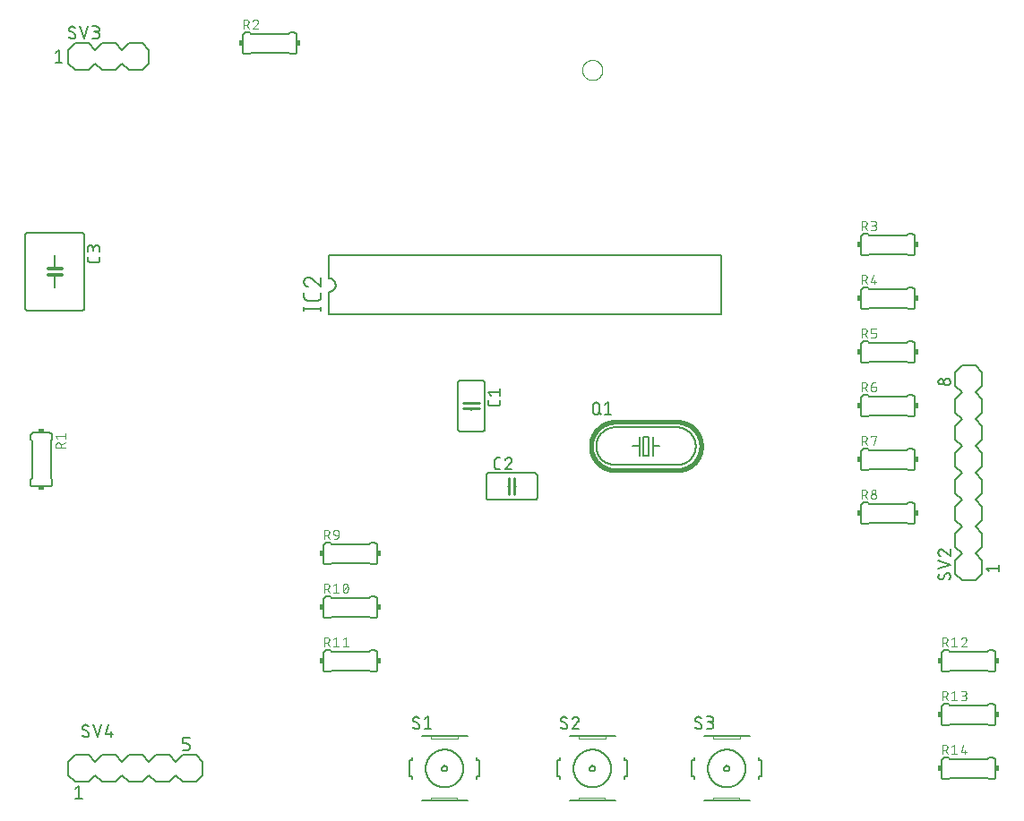
<source format=gbr>
G04 EAGLE Gerber RS-274X export*
G75*
%MOMM*%
%FSLAX34Y34*%
%LPD*%
%INSilkscreen Top*%
%IPPOS*%
%AMOC8*
5,1,8,0,0,1.08239X$1,22.5*%
G01*
%ADD10C,0.152400*%
%ADD11C,0.177800*%
%ADD12R,0.508000X0.381000*%
%ADD13C,0.101600*%
%ADD14C,0.406400*%
%ADD15C,0.127000*%
%ADD16C,0.254000*%
%ADD17C,0.304800*%
%ADD18C,0.100000*%
%ADD19R,0.381000X0.508000*%
%ADD20C,0.050800*%


D10*
X322580Y514350D02*
X322580Y492760D01*
X322580Y514350D02*
X322738Y514352D01*
X322897Y514358D01*
X323055Y514368D01*
X323212Y514382D01*
X323370Y514399D01*
X323526Y514421D01*
X323683Y514446D01*
X323838Y514476D01*
X323993Y514509D01*
X324147Y514546D01*
X324300Y514587D01*
X324452Y514632D01*
X324602Y514681D01*
X324752Y514733D01*
X324900Y514789D01*
X325047Y514849D01*
X325192Y514912D01*
X325335Y514979D01*
X325477Y515049D01*
X325617Y515123D01*
X325755Y515201D01*
X325891Y515282D01*
X326025Y515366D01*
X326157Y515453D01*
X326287Y515544D01*
X326414Y515638D01*
X326539Y515735D01*
X326662Y515836D01*
X326782Y515939D01*
X326899Y516045D01*
X327014Y516154D01*
X327126Y516266D01*
X327235Y516381D01*
X327341Y516498D01*
X327444Y516618D01*
X327545Y516741D01*
X327642Y516866D01*
X327736Y516993D01*
X327827Y517123D01*
X327914Y517255D01*
X327998Y517389D01*
X328079Y517525D01*
X328157Y517663D01*
X328231Y517803D01*
X328301Y517945D01*
X328368Y518088D01*
X328431Y518233D01*
X328491Y518380D01*
X328547Y518528D01*
X328599Y518678D01*
X328648Y518828D01*
X328693Y518980D01*
X328734Y519133D01*
X328771Y519287D01*
X328804Y519442D01*
X328834Y519597D01*
X328859Y519754D01*
X328881Y519910D01*
X328898Y520068D01*
X328912Y520225D01*
X328922Y520383D01*
X328928Y520542D01*
X328930Y520700D01*
X328928Y520858D01*
X328922Y521017D01*
X328912Y521175D01*
X328898Y521332D01*
X328881Y521490D01*
X328859Y521646D01*
X328834Y521803D01*
X328804Y521958D01*
X328771Y522113D01*
X328734Y522267D01*
X328693Y522420D01*
X328648Y522572D01*
X328599Y522722D01*
X328547Y522872D01*
X328491Y523020D01*
X328431Y523167D01*
X328368Y523312D01*
X328301Y523455D01*
X328231Y523597D01*
X328157Y523737D01*
X328079Y523875D01*
X327998Y524011D01*
X327914Y524145D01*
X327827Y524277D01*
X327736Y524407D01*
X327642Y524534D01*
X327545Y524659D01*
X327444Y524782D01*
X327341Y524902D01*
X327235Y525019D01*
X327126Y525134D01*
X327014Y525246D01*
X326899Y525355D01*
X326782Y525461D01*
X326662Y525564D01*
X326539Y525665D01*
X326414Y525762D01*
X326287Y525856D01*
X326157Y525947D01*
X326025Y526034D01*
X325891Y526118D01*
X325755Y526199D01*
X325617Y526277D01*
X325477Y526351D01*
X325335Y526421D01*
X325192Y526488D01*
X325047Y526551D01*
X324900Y526611D01*
X324752Y526667D01*
X324602Y526719D01*
X324452Y526768D01*
X324300Y526813D01*
X324147Y526854D01*
X323993Y526891D01*
X323838Y526924D01*
X323683Y526954D01*
X323526Y526979D01*
X323370Y527001D01*
X323212Y527018D01*
X323055Y527032D01*
X322897Y527042D01*
X322738Y527048D01*
X322580Y527050D01*
X322580Y492760D02*
X693420Y492760D01*
X322580Y527050D02*
X322580Y548640D01*
X693420Y548640D01*
X693420Y492760D01*
D11*
X315087Y497967D02*
X299085Y497967D01*
X315087Y496189D02*
X315087Y499745D01*
X299085Y499745D02*
X299085Y496189D01*
X315087Y509539D02*
X315087Y513095D01*
X315087Y509539D02*
X315085Y509423D01*
X315079Y509306D01*
X315070Y509190D01*
X315057Y509075D01*
X315040Y508960D01*
X315019Y508845D01*
X314994Y508732D01*
X314966Y508619D01*
X314934Y508507D01*
X314898Y508396D01*
X314859Y508286D01*
X314816Y508178D01*
X314770Y508071D01*
X314720Y507966D01*
X314667Y507863D01*
X314611Y507761D01*
X314551Y507661D01*
X314488Y507563D01*
X314421Y507468D01*
X314352Y507374D01*
X314280Y507283D01*
X314205Y507194D01*
X314126Y507108D01*
X314045Y507025D01*
X313962Y506944D01*
X313876Y506865D01*
X313787Y506790D01*
X313696Y506718D01*
X313602Y506649D01*
X313507Y506582D01*
X313409Y506519D01*
X313309Y506459D01*
X313207Y506403D01*
X313104Y506350D01*
X312999Y506300D01*
X312892Y506254D01*
X312784Y506211D01*
X312674Y506172D01*
X312563Y506136D01*
X312451Y506104D01*
X312338Y506076D01*
X312225Y506051D01*
X312110Y506030D01*
X311995Y506013D01*
X311880Y506000D01*
X311764Y505991D01*
X311647Y505985D01*
X311531Y505983D01*
X302641Y505983D01*
X302525Y505985D01*
X302408Y505991D01*
X302292Y506000D01*
X302177Y506013D01*
X302062Y506030D01*
X301947Y506051D01*
X301834Y506076D01*
X301721Y506104D01*
X301609Y506136D01*
X301498Y506172D01*
X301388Y506211D01*
X301280Y506254D01*
X301173Y506300D01*
X301068Y506350D01*
X300965Y506403D01*
X300863Y506459D01*
X300763Y506519D01*
X300665Y506582D01*
X300570Y506649D01*
X300476Y506718D01*
X300385Y506790D01*
X300296Y506865D01*
X300210Y506944D01*
X300127Y507025D01*
X300046Y507108D01*
X299967Y507194D01*
X299892Y507283D01*
X299820Y507374D01*
X299751Y507468D01*
X299684Y507563D01*
X299621Y507661D01*
X299561Y507761D01*
X299505Y507863D01*
X299452Y507966D01*
X299402Y508071D01*
X299356Y508178D01*
X299313Y508286D01*
X299274Y508396D01*
X299238Y508507D01*
X299206Y508619D01*
X299178Y508732D01*
X299153Y508845D01*
X299132Y508960D01*
X299115Y509075D01*
X299102Y509190D01*
X299093Y509306D01*
X299087Y509423D01*
X299085Y509539D01*
X299085Y513095D01*
X299085Y523943D02*
X299087Y524069D01*
X299093Y524194D01*
X299103Y524320D01*
X299117Y524444D01*
X299134Y524569D01*
X299156Y524693D01*
X299181Y524816D01*
X299211Y524938D01*
X299244Y525059D01*
X299281Y525179D01*
X299322Y525298D01*
X299366Y525416D01*
X299414Y525532D01*
X299466Y525647D01*
X299521Y525759D01*
X299580Y525870D01*
X299642Y525980D01*
X299708Y526087D01*
X299777Y526192D01*
X299849Y526295D01*
X299925Y526395D01*
X300003Y526493D01*
X300085Y526589D01*
X300169Y526682D01*
X300257Y526772D01*
X300347Y526860D01*
X300440Y526944D01*
X300536Y527026D01*
X300634Y527104D01*
X300734Y527180D01*
X300837Y527252D01*
X300942Y527321D01*
X301049Y527387D01*
X301159Y527449D01*
X301270Y527508D01*
X301382Y527563D01*
X301497Y527615D01*
X301613Y527663D01*
X301731Y527707D01*
X301850Y527748D01*
X301970Y527785D01*
X302091Y527818D01*
X302213Y527848D01*
X302336Y527873D01*
X302460Y527895D01*
X302585Y527912D01*
X302709Y527926D01*
X302835Y527936D01*
X302960Y527942D01*
X303086Y527944D01*
X299085Y523943D02*
X299087Y523802D01*
X299093Y523662D01*
X299102Y523522D01*
X299116Y523382D01*
X299133Y523243D01*
X299154Y523104D01*
X299179Y522965D01*
X299207Y522828D01*
X299240Y522691D01*
X299276Y522555D01*
X299316Y522420D01*
X299359Y522287D01*
X299406Y522154D01*
X299457Y522023D01*
X299511Y521894D01*
X299569Y521766D01*
X299630Y521639D01*
X299695Y521514D01*
X299763Y521392D01*
X299834Y521271D01*
X299909Y521151D01*
X299987Y521035D01*
X300068Y520920D01*
X300152Y520807D01*
X300240Y520697D01*
X300330Y520589D01*
X300423Y520484D01*
X300519Y520382D01*
X300618Y520282D01*
X300719Y520184D01*
X300823Y520090D01*
X300930Y519998D01*
X301039Y519910D01*
X301150Y519824D01*
X301264Y519742D01*
X301380Y519662D01*
X301498Y519586D01*
X301618Y519513D01*
X301740Y519444D01*
X301864Y519377D01*
X301990Y519314D01*
X302117Y519255D01*
X302246Y519199D01*
X302376Y519147D01*
X302508Y519098D01*
X302641Y519053D01*
X306198Y526609D02*
X306107Y526701D01*
X306014Y526791D01*
X305919Y526877D01*
X305821Y526961D01*
X305720Y527041D01*
X305617Y527119D01*
X305512Y527193D01*
X305404Y527264D01*
X305295Y527332D01*
X305183Y527396D01*
X305070Y527458D01*
X304955Y527515D01*
X304838Y527570D01*
X304719Y527621D01*
X304599Y527668D01*
X304478Y527711D01*
X304356Y527751D01*
X304232Y527787D01*
X304107Y527820D01*
X303982Y527849D01*
X303855Y527874D01*
X303728Y527895D01*
X303600Y527912D01*
X303472Y527926D01*
X303344Y527935D01*
X303215Y527941D01*
X303086Y527943D01*
X306197Y526610D02*
X315087Y519053D01*
X315087Y527943D01*
D10*
X60960Y378460D02*
X60958Y378560D01*
X60952Y378659D01*
X60942Y378759D01*
X60929Y378857D01*
X60911Y378956D01*
X60890Y379053D01*
X60865Y379149D01*
X60836Y379245D01*
X60803Y379339D01*
X60767Y379432D01*
X60727Y379523D01*
X60683Y379613D01*
X60636Y379701D01*
X60586Y379787D01*
X60532Y379871D01*
X60475Y379953D01*
X60415Y380032D01*
X60351Y380110D01*
X60285Y380184D01*
X60216Y380256D01*
X60144Y380325D01*
X60070Y380391D01*
X59992Y380455D01*
X59913Y380515D01*
X59831Y380572D01*
X59747Y380626D01*
X59661Y380676D01*
X59573Y380723D01*
X59483Y380767D01*
X59392Y380807D01*
X59299Y380843D01*
X59205Y380876D01*
X59109Y380905D01*
X59013Y380930D01*
X58916Y380951D01*
X58817Y380969D01*
X58719Y380982D01*
X58619Y380992D01*
X58520Y380998D01*
X58420Y381000D01*
X43180Y381000D02*
X43080Y380998D01*
X42981Y380992D01*
X42881Y380982D01*
X42783Y380969D01*
X42684Y380951D01*
X42587Y380930D01*
X42491Y380905D01*
X42395Y380876D01*
X42301Y380843D01*
X42208Y380807D01*
X42117Y380767D01*
X42027Y380723D01*
X41939Y380676D01*
X41853Y380626D01*
X41769Y380572D01*
X41687Y380515D01*
X41608Y380455D01*
X41530Y380391D01*
X41456Y380325D01*
X41384Y380256D01*
X41315Y380184D01*
X41249Y380110D01*
X41185Y380032D01*
X41125Y379953D01*
X41068Y379871D01*
X41014Y379787D01*
X40964Y379701D01*
X40917Y379613D01*
X40873Y379523D01*
X40833Y379432D01*
X40797Y379339D01*
X40764Y379245D01*
X40735Y379149D01*
X40710Y379053D01*
X40689Y378956D01*
X40671Y378857D01*
X40658Y378759D01*
X40648Y378659D01*
X40642Y378560D01*
X40640Y378460D01*
X40640Y332740D02*
X40642Y332640D01*
X40648Y332541D01*
X40658Y332441D01*
X40671Y332343D01*
X40689Y332244D01*
X40710Y332147D01*
X40735Y332051D01*
X40764Y331955D01*
X40797Y331861D01*
X40833Y331768D01*
X40873Y331677D01*
X40917Y331587D01*
X40964Y331499D01*
X41014Y331413D01*
X41068Y331329D01*
X41125Y331247D01*
X41185Y331168D01*
X41249Y331090D01*
X41315Y331016D01*
X41384Y330944D01*
X41456Y330875D01*
X41530Y330809D01*
X41608Y330745D01*
X41687Y330685D01*
X41769Y330628D01*
X41853Y330574D01*
X41939Y330524D01*
X42027Y330477D01*
X42117Y330433D01*
X42208Y330393D01*
X42301Y330357D01*
X42395Y330324D01*
X42491Y330295D01*
X42587Y330270D01*
X42684Y330249D01*
X42783Y330231D01*
X42881Y330218D01*
X42981Y330208D01*
X43080Y330202D01*
X43180Y330200D01*
X58420Y330200D02*
X58520Y330202D01*
X58619Y330208D01*
X58719Y330218D01*
X58817Y330231D01*
X58916Y330249D01*
X59013Y330270D01*
X59109Y330295D01*
X59205Y330324D01*
X59299Y330357D01*
X59392Y330393D01*
X59483Y330433D01*
X59573Y330477D01*
X59661Y330524D01*
X59747Y330574D01*
X59831Y330628D01*
X59913Y330685D01*
X59992Y330745D01*
X60070Y330809D01*
X60144Y330875D01*
X60216Y330944D01*
X60285Y331016D01*
X60351Y331090D01*
X60415Y331168D01*
X60475Y331247D01*
X60532Y331329D01*
X60586Y331413D01*
X60636Y331499D01*
X60683Y331587D01*
X60727Y331677D01*
X60767Y331768D01*
X60803Y331861D01*
X60836Y331955D01*
X60865Y332051D01*
X60890Y332147D01*
X60911Y332244D01*
X60929Y332343D01*
X60942Y332441D01*
X60952Y332541D01*
X60958Y332640D01*
X60960Y332740D01*
X58420Y381000D02*
X43180Y381000D01*
X60960Y378460D02*
X60960Y374650D01*
X59690Y373380D01*
X40640Y374650D02*
X40640Y378460D01*
X40640Y374650D02*
X41910Y373380D01*
X59690Y337820D02*
X60960Y336550D01*
X59690Y337820D02*
X59690Y373380D01*
X41910Y337820D02*
X40640Y336550D01*
X41910Y337820D02*
X41910Y373380D01*
X60960Y336550D02*
X60960Y332740D01*
X40640Y332740D02*
X40640Y336550D01*
X43180Y330200D02*
X58420Y330200D01*
D12*
X50800Y328295D03*
X50800Y382905D03*
D13*
X64262Y366703D02*
X73152Y366703D01*
X64262Y366703D02*
X64262Y369173D01*
X64264Y369271D01*
X64270Y369369D01*
X64280Y369467D01*
X64293Y369564D01*
X64311Y369661D01*
X64332Y369757D01*
X64357Y369851D01*
X64386Y369945D01*
X64418Y370038D01*
X64455Y370129D01*
X64494Y370219D01*
X64538Y370307D01*
X64585Y370393D01*
X64635Y370478D01*
X64688Y370560D01*
X64745Y370640D01*
X64805Y370718D01*
X64868Y370793D01*
X64934Y370866D01*
X65003Y370936D01*
X65074Y371003D01*
X65148Y371068D01*
X65225Y371129D01*
X65304Y371188D01*
X65385Y371243D01*
X65468Y371295D01*
X65554Y371343D01*
X65641Y371388D01*
X65730Y371430D01*
X65820Y371468D01*
X65912Y371502D01*
X66005Y371533D01*
X66100Y371560D01*
X66195Y371583D01*
X66292Y371603D01*
X66388Y371618D01*
X66486Y371630D01*
X66584Y371638D01*
X66682Y371642D01*
X66780Y371642D01*
X66878Y371638D01*
X66976Y371630D01*
X67074Y371618D01*
X67170Y371603D01*
X67267Y371583D01*
X67362Y371560D01*
X67457Y371533D01*
X67550Y371502D01*
X67642Y371468D01*
X67732Y371430D01*
X67821Y371388D01*
X67908Y371343D01*
X67994Y371295D01*
X68077Y371243D01*
X68158Y371188D01*
X68237Y371129D01*
X68314Y371068D01*
X68388Y371003D01*
X68459Y370936D01*
X68528Y370866D01*
X68594Y370793D01*
X68657Y370718D01*
X68717Y370640D01*
X68774Y370560D01*
X68827Y370478D01*
X68877Y370393D01*
X68924Y370307D01*
X68968Y370219D01*
X69007Y370129D01*
X69044Y370038D01*
X69076Y369945D01*
X69105Y369851D01*
X69130Y369757D01*
X69151Y369661D01*
X69169Y369564D01*
X69182Y369467D01*
X69192Y369369D01*
X69198Y369271D01*
X69200Y369173D01*
X69201Y369173D02*
X69201Y366703D01*
X69201Y369667D02*
X73152Y371642D01*
X66238Y375553D02*
X64262Y378023D01*
X73152Y378023D01*
X73152Y380492D02*
X73152Y375553D01*
D14*
X593090Y345440D02*
X651510Y345440D01*
X651510Y391160D02*
X593090Y391160D01*
D10*
X593090Y350520D02*
X651510Y350520D01*
X651510Y386080D02*
X593090Y386080D01*
X651510Y386080D02*
X651943Y386075D01*
X652376Y386059D01*
X652808Y386033D01*
X653239Y385996D01*
X653670Y385948D01*
X654099Y385891D01*
X654526Y385822D01*
X654952Y385744D01*
X655376Y385655D01*
X655797Y385555D01*
X656216Y385446D01*
X656632Y385326D01*
X657045Y385196D01*
X657455Y385057D01*
X657862Y384907D01*
X658264Y384747D01*
X658663Y384578D01*
X659057Y384399D01*
X659447Y384210D01*
X659832Y384012D01*
X660212Y383805D01*
X660587Y383589D01*
X660956Y383363D01*
X661320Y383128D01*
X661679Y382885D01*
X662031Y382633D01*
X662377Y382373D01*
X662716Y382104D01*
X663049Y381827D01*
X663375Y381542D01*
X663694Y381249D01*
X664006Y380949D01*
X664310Y380641D01*
X664607Y380325D01*
X664896Y380003D01*
X665177Y379673D01*
X665449Y379337D01*
X665714Y378995D01*
X665970Y378645D01*
X666218Y378290D01*
X666457Y377929D01*
X666687Y377562D01*
X666908Y377190D01*
X667120Y376812D01*
X667323Y376430D01*
X667516Y376042D01*
X667700Y375650D01*
X667874Y375254D01*
X668038Y374853D01*
X668193Y374449D01*
X668338Y374041D01*
X668473Y373629D01*
X668597Y373215D01*
X668712Y372797D01*
X668816Y372377D01*
X668910Y371954D01*
X668994Y371530D01*
X669068Y371103D01*
X669131Y370674D01*
X669183Y370245D01*
X669225Y369814D01*
X669257Y369382D01*
X669278Y368949D01*
X669289Y368516D01*
X669289Y368084D01*
X669278Y367651D01*
X669257Y367218D01*
X669225Y366786D01*
X669183Y366355D01*
X669131Y365926D01*
X669068Y365497D01*
X668994Y365070D01*
X668910Y364646D01*
X668816Y364223D01*
X668712Y363803D01*
X668597Y363385D01*
X668473Y362971D01*
X668338Y362559D01*
X668193Y362151D01*
X668038Y361747D01*
X667874Y361346D01*
X667700Y360950D01*
X667516Y360558D01*
X667323Y360170D01*
X667120Y359788D01*
X666908Y359410D01*
X666687Y359038D01*
X666457Y358671D01*
X666218Y358310D01*
X665970Y357955D01*
X665714Y357605D01*
X665449Y357263D01*
X665177Y356927D01*
X664896Y356597D01*
X664607Y356275D01*
X664310Y355959D01*
X664006Y355651D01*
X663694Y355351D01*
X663375Y355058D01*
X663049Y354773D01*
X662716Y354496D01*
X662377Y354227D01*
X662031Y353967D01*
X661679Y353715D01*
X661320Y353472D01*
X660956Y353237D01*
X660587Y353011D01*
X660212Y352795D01*
X659832Y352588D01*
X659447Y352390D01*
X659057Y352201D01*
X658663Y352022D01*
X658264Y351853D01*
X657862Y351693D01*
X657455Y351543D01*
X657045Y351404D01*
X656632Y351274D01*
X656216Y351154D01*
X655797Y351045D01*
X655376Y350945D01*
X654952Y350856D01*
X654526Y350778D01*
X654099Y350709D01*
X653670Y350652D01*
X653239Y350604D01*
X652808Y350567D01*
X652376Y350541D01*
X651943Y350525D01*
X651510Y350520D01*
D14*
X651510Y345440D02*
X652067Y345447D01*
X652623Y345467D01*
X653179Y345501D01*
X653733Y345548D01*
X654287Y345609D01*
X654838Y345684D01*
X655388Y345771D01*
X655936Y345872D01*
X656480Y345987D01*
X657022Y346115D01*
X657561Y346255D01*
X658096Y346409D01*
X658627Y346576D01*
X659154Y346756D01*
X659676Y346948D01*
X660194Y347154D01*
X660706Y347371D01*
X661213Y347601D01*
X661714Y347844D01*
X662209Y348098D01*
X662698Y348365D01*
X663180Y348643D01*
X663655Y348933D01*
X664123Y349235D01*
X664584Y349548D01*
X665037Y349872D01*
X665481Y350206D01*
X665918Y350552D01*
X666346Y350908D01*
X666765Y351275D01*
X667175Y351651D01*
X667576Y352037D01*
X667967Y352433D01*
X668348Y352839D01*
X668720Y353254D01*
X669081Y353677D01*
X669432Y354109D01*
X669772Y354550D01*
X670102Y354999D01*
X670420Y355455D01*
X670727Y355920D01*
X671023Y356391D01*
X671307Y356870D01*
X671580Y357355D01*
X671840Y357847D01*
X672089Y358346D01*
X672325Y358850D01*
X672549Y359359D01*
X672761Y359874D01*
X672959Y360394D01*
X673146Y360919D01*
X673319Y361448D01*
X673479Y361981D01*
X673627Y362518D01*
X673761Y363058D01*
X673882Y363602D01*
X673990Y364148D01*
X674084Y364696D01*
X674165Y365247D01*
X674233Y365800D01*
X674287Y366354D01*
X674328Y366909D01*
X674355Y367465D01*
X674368Y368022D01*
X674368Y368578D01*
X674355Y369135D01*
X674328Y369691D01*
X674287Y370246D01*
X674233Y370800D01*
X674165Y371353D01*
X674084Y371904D01*
X673990Y372452D01*
X673882Y372998D01*
X673761Y373542D01*
X673627Y374082D01*
X673479Y374619D01*
X673319Y375152D01*
X673146Y375681D01*
X672959Y376206D01*
X672761Y376726D01*
X672549Y377241D01*
X672325Y377750D01*
X672089Y378254D01*
X671840Y378753D01*
X671580Y379245D01*
X671307Y379730D01*
X671023Y380209D01*
X670727Y380680D01*
X670420Y381145D01*
X670102Y381601D01*
X669772Y382050D01*
X669432Y382491D01*
X669081Y382923D01*
X668720Y383346D01*
X668348Y383761D01*
X667967Y384167D01*
X667576Y384563D01*
X667175Y384949D01*
X666765Y385325D01*
X666346Y385692D01*
X665918Y386048D01*
X665481Y386394D01*
X665037Y386728D01*
X664584Y387052D01*
X664123Y387365D01*
X663655Y387667D01*
X663180Y387957D01*
X662698Y388235D01*
X662209Y388502D01*
X661714Y388756D01*
X661213Y388999D01*
X660706Y389229D01*
X660194Y389446D01*
X659676Y389652D01*
X659154Y389844D01*
X658627Y390024D01*
X658096Y390191D01*
X657561Y390345D01*
X657022Y390485D01*
X656480Y390613D01*
X655936Y390728D01*
X655388Y390829D01*
X654838Y390916D01*
X654287Y390991D01*
X653733Y391052D01*
X653179Y391099D01*
X652623Y391133D01*
X652067Y391153D01*
X651510Y391160D01*
X593090Y391160D02*
X592533Y391153D01*
X591977Y391133D01*
X591421Y391099D01*
X590867Y391052D01*
X590313Y390991D01*
X589762Y390916D01*
X589212Y390829D01*
X588664Y390728D01*
X588120Y390613D01*
X587578Y390485D01*
X587039Y390345D01*
X586504Y390191D01*
X585973Y390024D01*
X585446Y389844D01*
X584924Y389652D01*
X584406Y389446D01*
X583894Y389229D01*
X583387Y388999D01*
X582886Y388756D01*
X582391Y388502D01*
X581902Y388235D01*
X581420Y387957D01*
X580945Y387667D01*
X580477Y387365D01*
X580016Y387052D01*
X579563Y386728D01*
X579119Y386394D01*
X578682Y386048D01*
X578254Y385692D01*
X577835Y385325D01*
X577425Y384949D01*
X577024Y384563D01*
X576633Y384167D01*
X576252Y383761D01*
X575880Y383346D01*
X575519Y382923D01*
X575168Y382491D01*
X574828Y382050D01*
X574498Y381601D01*
X574180Y381145D01*
X573873Y380680D01*
X573577Y380209D01*
X573293Y379730D01*
X573020Y379245D01*
X572760Y378753D01*
X572511Y378254D01*
X572275Y377750D01*
X572051Y377241D01*
X571839Y376726D01*
X571641Y376206D01*
X571454Y375681D01*
X571281Y375152D01*
X571121Y374619D01*
X570973Y374082D01*
X570839Y373542D01*
X570718Y372998D01*
X570610Y372452D01*
X570516Y371904D01*
X570435Y371353D01*
X570367Y370800D01*
X570313Y370246D01*
X570272Y369691D01*
X570245Y369135D01*
X570232Y368578D01*
X570232Y368022D01*
X570245Y367465D01*
X570272Y366909D01*
X570313Y366354D01*
X570367Y365800D01*
X570435Y365247D01*
X570516Y364696D01*
X570610Y364148D01*
X570718Y363602D01*
X570839Y363058D01*
X570973Y362518D01*
X571121Y361981D01*
X571281Y361448D01*
X571454Y360919D01*
X571641Y360394D01*
X571839Y359874D01*
X572051Y359359D01*
X572275Y358850D01*
X572511Y358346D01*
X572760Y357847D01*
X573020Y357355D01*
X573293Y356870D01*
X573577Y356391D01*
X573873Y355920D01*
X574180Y355455D01*
X574498Y354999D01*
X574828Y354550D01*
X575168Y354109D01*
X575519Y353677D01*
X575880Y353254D01*
X576252Y352839D01*
X576633Y352433D01*
X577024Y352037D01*
X577425Y351651D01*
X577835Y351275D01*
X578254Y350908D01*
X578682Y350552D01*
X579119Y350206D01*
X579563Y349872D01*
X580016Y349548D01*
X580477Y349235D01*
X580945Y348933D01*
X581420Y348643D01*
X581902Y348365D01*
X582391Y348098D01*
X582886Y347844D01*
X583387Y347601D01*
X583894Y347371D01*
X584406Y347154D01*
X584924Y346948D01*
X585446Y346756D01*
X585973Y346576D01*
X586504Y346409D01*
X587039Y346255D01*
X587578Y346115D01*
X588120Y345987D01*
X588664Y345872D01*
X589212Y345771D01*
X589762Y345684D01*
X590313Y345609D01*
X590867Y345548D01*
X591421Y345501D01*
X591977Y345467D01*
X592533Y345447D01*
X593090Y345440D01*
D10*
X593090Y350520D02*
X592657Y350525D01*
X592224Y350541D01*
X591792Y350567D01*
X591361Y350604D01*
X590930Y350652D01*
X590501Y350709D01*
X590074Y350778D01*
X589648Y350856D01*
X589224Y350945D01*
X588803Y351045D01*
X588384Y351154D01*
X587968Y351274D01*
X587555Y351404D01*
X587145Y351543D01*
X586738Y351693D01*
X586336Y351853D01*
X585937Y352022D01*
X585543Y352201D01*
X585153Y352390D01*
X584768Y352588D01*
X584388Y352795D01*
X584013Y353011D01*
X583644Y353237D01*
X583280Y353472D01*
X582921Y353715D01*
X582569Y353967D01*
X582223Y354227D01*
X581884Y354496D01*
X581551Y354773D01*
X581225Y355058D01*
X580906Y355351D01*
X580594Y355651D01*
X580290Y355959D01*
X579993Y356275D01*
X579704Y356597D01*
X579423Y356927D01*
X579151Y357263D01*
X578886Y357605D01*
X578630Y357955D01*
X578382Y358310D01*
X578143Y358671D01*
X577913Y359038D01*
X577692Y359410D01*
X577480Y359788D01*
X577277Y360170D01*
X577084Y360558D01*
X576900Y360950D01*
X576726Y361346D01*
X576562Y361747D01*
X576407Y362151D01*
X576262Y362559D01*
X576127Y362971D01*
X576003Y363385D01*
X575888Y363803D01*
X575784Y364223D01*
X575690Y364646D01*
X575606Y365070D01*
X575532Y365497D01*
X575469Y365926D01*
X575417Y366355D01*
X575375Y366786D01*
X575343Y367218D01*
X575322Y367651D01*
X575311Y368084D01*
X575311Y368516D01*
X575322Y368949D01*
X575343Y369382D01*
X575375Y369814D01*
X575417Y370245D01*
X575469Y370674D01*
X575532Y371103D01*
X575606Y371530D01*
X575690Y371954D01*
X575784Y372377D01*
X575888Y372797D01*
X576003Y373215D01*
X576127Y373629D01*
X576262Y374041D01*
X576407Y374449D01*
X576562Y374853D01*
X576726Y375254D01*
X576900Y375650D01*
X577084Y376042D01*
X577277Y376430D01*
X577480Y376812D01*
X577692Y377190D01*
X577913Y377562D01*
X578143Y377929D01*
X578382Y378290D01*
X578630Y378645D01*
X578886Y378995D01*
X579151Y379337D01*
X579423Y379673D01*
X579704Y380003D01*
X579993Y380325D01*
X580290Y380641D01*
X580594Y380949D01*
X580906Y381249D01*
X581225Y381542D01*
X581551Y381827D01*
X581884Y382104D01*
X582223Y382373D01*
X582569Y382633D01*
X582921Y382885D01*
X583280Y383128D01*
X583644Y383363D01*
X584013Y383589D01*
X584388Y383805D01*
X584768Y384012D01*
X585153Y384210D01*
X585543Y384399D01*
X585937Y384578D01*
X586336Y384747D01*
X586738Y384907D01*
X587145Y385057D01*
X587555Y385196D01*
X587968Y385326D01*
X588384Y385446D01*
X588803Y385555D01*
X589224Y385655D01*
X589648Y385744D01*
X590074Y385822D01*
X590501Y385891D01*
X590930Y385948D01*
X591361Y385996D01*
X591792Y386033D01*
X592224Y386059D01*
X592657Y386075D01*
X593090Y386080D01*
X619760Y377190D02*
X624840Y377190D01*
X624840Y359410D01*
X619760Y359410D01*
X619760Y377190D01*
X628650Y377190D02*
X628650Y368300D01*
X628650Y359410D01*
X615950Y368300D02*
X615950Y377190D01*
X615950Y368300D02*
X615950Y359410D01*
X628650Y368300D02*
X635000Y368300D01*
X615950Y368300D02*
X609600Y368300D01*
D15*
X572135Y401320D02*
X572135Y406400D01*
X572137Y406511D01*
X572143Y406621D01*
X572152Y406732D01*
X572166Y406842D01*
X572183Y406951D01*
X572204Y407060D01*
X572229Y407168D01*
X572258Y407275D01*
X572290Y407381D01*
X572326Y407486D01*
X572366Y407589D01*
X572409Y407691D01*
X572456Y407792D01*
X572507Y407891D01*
X572560Y407988D01*
X572617Y408082D01*
X572678Y408175D01*
X572741Y408266D01*
X572808Y408355D01*
X572878Y408441D01*
X572951Y408524D01*
X573026Y408606D01*
X573104Y408684D01*
X573186Y408759D01*
X573269Y408832D01*
X573355Y408902D01*
X573444Y408969D01*
X573535Y409032D01*
X573628Y409093D01*
X573723Y409150D01*
X573819Y409203D01*
X573918Y409254D01*
X574019Y409301D01*
X574121Y409344D01*
X574224Y409384D01*
X574329Y409420D01*
X574435Y409452D01*
X574542Y409481D01*
X574650Y409506D01*
X574759Y409527D01*
X574868Y409544D01*
X574978Y409558D01*
X575089Y409567D01*
X575199Y409573D01*
X575310Y409575D01*
X575421Y409573D01*
X575531Y409567D01*
X575642Y409558D01*
X575752Y409544D01*
X575861Y409527D01*
X575970Y409506D01*
X576078Y409481D01*
X576185Y409452D01*
X576291Y409420D01*
X576396Y409384D01*
X576499Y409344D01*
X576601Y409301D01*
X576702Y409254D01*
X576801Y409203D01*
X576898Y409150D01*
X576992Y409093D01*
X577085Y409032D01*
X577176Y408969D01*
X577265Y408902D01*
X577351Y408832D01*
X577434Y408759D01*
X577516Y408684D01*
X577594Y408606D01*
X577669Y408524D01*
X577742Y408441D01*
X577812Y408355D01*
X577879Y408266D01*
X577942Y408175D01*
X578003Y408082D01*
X578060Y407988D01*
X578113Y407891D01*
X578164Y407792D01*
X578211Y407691D01*
X578254Y407589D01*
X578294Y407486D01*
X578330Y407381D01*
X578362Y407275D01*
X578391Y407168D01*
X578416Y407060D01*
X578437Y406951D01*
X578454Y406842D01*
X578468Y406732D01*
X578477Y406621D01*
X578483Y406511D01*
X578485Y406400D01*
X578485Y401320D01*
X578483Y401209D01*
X578477Y401099D01*
X578468Y400988D01*
X578454Y400878D01*
X578437Y400769D01*
X578416Y400660D01*
X578391Y400552D01*
X578362Y400445D01*
X578330Y400339D01*
X578294Y400234D01*
X578254Y400131D01*
X578211Y400029D01*
X578164Y399928D01*
X578113Y399829D01*
X578060Y399732D01*
X578003Y399638D01*
X577942Y399545D01*
X577879Y399454D01*
X577812Y399365D01*
X577742Y399279D01*
X577669Y399196D01*
X577594Y399114D01*
X577516Y399036D01*
X577434Y398961D01*
X577351Y398888D01*
X577265Y398818D01*
X577176Y398751D01*
X577085Y398688D01*
X576992Y398627D01*
X576898Y398570D01*
X576801Y398517D01*
X576702Y398466D01*
X576601Y398419D01*
X576499Y398376D01*
X576396Y398336D01*
X576291Y398300D01*
X576185Y398268D01*
X576078Y398239D01*
X575970Y398214D01*
X575861Y398193D01*
X575752Y398176D01*
X575642Y398162D01*
X575531Y398153D01*
X575421Y398147D01*
X575310Y398145D01*
X575199Y398147D01*
X575089Y398153D01*
X574978Y398162D01*
X574868Y398176D01*
X574759Y398193D01*
X574650Y398214D01*
X574542Y398239D01*
X574435Y398268D01*
X574329Y398300D01*
X574224Y398336D01*
X574121Y398376D01*
X574019Y398419D01*
X573918Y398466D01*
X573819Y398517D01*
X573723Y398570D01*
X573628Y398627D01*
X573535Y398688D01*
X573444Y398751D01*
X573355Y398818D01*
X573269Y398888D01*
X573186Y398961D01*
X573104Y399036D01*
X573026Y399114D01*
X572951Y399196D01*
X572878Y399279D01*
X572808Y399365D01*
X572741Y399454D01*
X572678Y399545D01*
X572617Y399638D01*
X572560Y399733D01*
X572507Y399829D01*
X572456Y399928D01*
X572409Y400029D01*
X572366Y400131D01*
X572326Y400234D01*
X572290Y400339D01*
X572258Y400445D01*
X572229Y400552D01*
X572204Y400660D01*
X572183Y400769D01*
X572166Y400878D01*
X572152Y400988D01*
X572143Y401099D01*
X572137Y401209D01*
X572135Y401320D01*
X577215Y400685D02*
X579755Y398145D01*
X583196Y407035D02*
X586371Y409575D01*
X586371Y398145D01*
X583196Y398145D02*
X589546Y398145D01*
D10*
X469900Y384810D02*
X469900Y427990D01*
X444500Y427990D02*
X444500Y384810D01*
X447040Y382270D02*
X467360Y382270D01*
X467360Y430530D02*
X447040Y430530D01*
X469900Y384810D02*
X469898Y384710D01*
X469892Y384611D01*
X469882Y384511D01*
X469869Y384413D01*
X469851Y384314D01*
X469830Y384217D01*
X469805Y384121D01*
X469776Y384025D01*
X469743Y383931D01*
X469707Y383838D01*
X469667Y383747D01*
X469623Y383657D01*
X469576Y383569D01*
X469526Y383483D01*
X469472Y383399D01*
X469415Y383317D01*
X469355Y383238D01*
X469291Y383160D01*
X469225Y383086D01*
X469156Y383014D01*
X469084Y382945D01*
X469010Y382879D01*
X468932Y382815D01*
X468853Y382755D01*
X468771Y382698D01*
X468687Y382644D01*
X468601Y382594D01*
X468513Y382547D01*
X468423Y382503D01*
X468332Y382463D01*
X468239Y382427D01*
X468145Y382394D01*
X468049Y382365D01*
X467953Y382340D01*
X467856Y382319D01*
X467757Y382301D01*
X467659Y382288D01*
X467559Y382278D01*
X467460Y382272D01*
X467360Y382270D01*
X469900Y427990D02*
X469898Y428090D01*
X469892Y428189D01*
X469882Y428289D01*
X469869Y428387D01*
X469851Y428486D01*
X469830Y428583D01*
X469805Y428679D01*
X469776Y428775D01*
X469743Y428869D01*
X469707Y428962D01*
X469667Y429053D01*
X469623Y429143D01*
X469576Y429231D01*
X469526Y429317D01*
X469472Y429401D01*
X469415Y429483D01*
X469355Y429562D01*
X469291Y429640D01*
X469225Y429714D01*
X469156Y429786D01*
X469084Y429855D01*
X469010Y429921D01*
X468932Y429985D01*
X468853Y430045D01*
X468771Y430102D01*
X468687Y430156D01*
X468601Y430206D01*
X468513Y430253D01*
X468423Y430297D01*
X468332Y430337D01*
X468239Y430373D01*
X468145Y430406D01*
X468049Y430435D01*
X467953Y430460D01*
X467856Y430481D01*
X467757Y430499D01*
X467659Y430512D01*
X467559Y430522D01*
X467460Y430528D01*
X467360Y430530D01*
X444500Y384810D02*
X444502Y384710D01*
X444508Y384611D01*
X444518Y384511D01*
X444531Y384413D01*
X444549Y384314D01*
X444570Y384217D01*
X444595Y384121D01*
X444624Y384025D01*
X444657Y383931D01*
X444693Y383838D01*
X444733Y383747D01*
X444777Y383657D01*
X444824Y383569D01*
X444874Y383483D01*
X444928Y383399D01*
X444985Y383317D01*
X445045Y383238D01*
X445109Y383160D01*
X445175Y383086D01*
X445244Y383014D01*
X445316Y382945D01*
X445390Y382879D01*
X445468Y382815D01*
X445547Y382755D01*
X445629Y382698D01*
X445713Y382644D01*
X445799Y382594D01*
X445887Y382547D01*
X445977Y382503D01*
X446068Y382463D01*
X446161Y382427D01*
X446255Y382394D01*
X446351Y382365D01*
X446447Y382340D01*
X446544Y382319D01*
X446643Y382301D01*
X446741Y382288D01*
X446841Y382278D01*
X446940Y382272D01*
X447040Y382270D01*
X444500Y427990D02*
X444502Y428090D01*
X444508Y428189D01*
X444518Y428289D01*
X444531Y428387D01*
X444549Y428486D01*
X444570Y428583D01*
X444595Y428679D01*
X444624Y428775D01*
X444657Y428869D01*
X444693Y428962D01*
X444733Y429053D01*
X444777Y429143D01*
X444824Y429231D01*
X444874Y429317D01*
X444928Y429401D01*
X444985Y429483D01*
X445045Y429562D01*
X445109Y429640D01*
X445175Y429714D01*
X445244Y429786D01*
X445316Y429855D01*
X445390Y429921D01*
X445468Y429985D01*
X445547Y430045D01*
X445629Y430102D01*
X445713Y430156D01*
X445799Y430206D01*
X445887Y430253D01*
X445977Y430297D01*
X446068Y430337D01*
X446161Y430373D01*
X446255Y430406D01*
X446351Y430435D01*
X446447Y430460D01*
X446544Y430481D01*
X446643Y430499D01*
X446741Y430512D01*
X446841Y430522D01*
X446940Y430528D01*
X447040Y430530D01*
X457200Y403860D02*
X457200Y402590D01*
D16*
X457200Y403860D02*
X464820Y403860D01*
X457200Y403860D02*
X449580Y403860D01*
X457200Y408940D02*
X464820Y408940D01*
X457200Y408940D02*
X449580Y408940D01*
D10*
X457200Y408940D02*
X457200Y410210D01*
D15*
X484505Y411443D02*
X484505Y408903D01*
X484503Y408803D01*
X484497Y408704D01*
X484487Y408604D01*
X484474Y408506D01*
X484456Y408407D01*
X484435Y408310D01*
X484410Y408214D01*
X484381Y408118D01*
X484348Y408024D01*
X484312Y407931D01*
X484272Y407840D01*
X484228Y407750D01*
X484181Y407662D01*
X484131Y407576D01*
X484077Y407492D01*
X484020Y407410D01*
X483960Y407331D01*
X483896Y407253D01*
X483830Y407179D01*
X483761Y407107D01*
X483689Y407038D01*
X483615Y406972D01*
X483537Y406908D01*
X483458Y406848D01*
X483376Y406791D01*
X483292Y406737D01*
X483206Y406687D01*
X483118Y406640D01*
X483028Y406596D01*
X482937Y406556D01*
X482844Y406520D01*
X482750Y406487D01*
X482654Y406458D01*
X482558Y406433D01*
X482461Y406412D01*
X482362Y406394D01*
X482264Y406381D01*
X482164Y406371D01*
X482065Y406365D01*
X481965Y406363D01*
X475615Y406363D01*
X475515Y406365D01*
X475416Y406371D01*
X475316Y406381D01*
X475218Y406394D01*
X475119Y406412D01*
X475022Y406433D01*
X474926Y406458D01*
X474830Y406487D01*
X474736Y406520D01*
X474643Y406556D01*
X474552Y406596D01*
X474462Y406640D01*
X474374Y406687D01*
X474288Y406737D01*
X474204Y406791D01*
X474122Y406848D01*
X474043Y406908D01*
X473965Y406972D01*
X473891Y407038D01*
X473819Y407107D01*
X473750Y407179D01*
X473684Y407253D01*
X473620Y407331D01*
X473560Y407410D01*
X473503Y407492D01*
X473449Y407576D01*
X473399Y407662D01*
X473352Y407750D01*
X473308Y407840D01*
X473268Y407931D01*
X473232Y408024D01*
X473199Y408118D01*
X473170Y408214D01*
X473145Y408310D01*
X473124Y408407D01*
X473106Y408506D01*
X473093Y408604D01*
X473083Y408704D01*
X473077Y408803D01*
X473075Y408903D01*
X473075Y411443D01*
X475615Y415925D02*
X473075Y419100D01*
X484505Y419100D01*
X484505Y415925D02*
X484505Y422275D01*
D10*
X473710Y342900D02*
X516890Y342900D01*
X516890Y317500D02*
X473710Y317500D01*
X519430Y320040D02*
X519430Y340360D01*
X471170Y340360D02*
X471170Y320040D01*
X516890Y342900D02*
X516990Y342898D01*
X517089Y342892D01*
X517189Y342882D01*
X517287Y342869D01*
X517386Y342851D01*
X517483Y342830D01*
X517579Y342805D01*
X517675Y342776D01*
X517769Y342743D01*
X517862Y342707D01*
X517953Y342667D01*
X518043Y342623D01*
X518131Y342576D01*
X518217Y342526D01*
X518301Y342472D01*
X518383Y342415D01*
X518462Y342355D01*
X518540Y342291D01*
X518614Y342225D01*
X518686Y342156D01*
X518755Y342084D01*
X518821Y342010D01*
X518885Y341932D01*
X518945Y341853D01*
X519002Y341771D01*
X519056Y341687D01*
X519106Y341601D01*
X519153Y341513D01*
X519197Y341423D01*
X519237Y341332D01*
X519273Y341239D01*
X519306Y341145D01*
X519335Y341049D01*
X519360Y340953D01*
X519381Y340856D01*
X519399Y340757D01*
X519412Y340659D01*
X519422Y340559D01*
X519428Y340460D01*
X519430Y340360D01*
X473710Y342900D02*
X473610Y342898D01*
X473511Y342892D01*
X473411Y342882D01*
X473313Y342869D01*
X473214Y342851D01*
X473117Y342830D01*
X473021Y342805D01*
X472925Y342776D01*
X472831Y342743D01*
X472738Y342707D01*
X472647Y342667D01*
X472557Y342623D01*
X472469Y342576D01*
X472383Y342526D01*
X472299Y342472D01*
X472217Y342415D01*
X472138Y342355D01*
X472060Y342291D01*
X471986Y342225D01*
X471914Y342156D01*
X471845Y342084D01*
X471779Y342010D01*
X471715Y341932D01*
X471655Y341853D01*
X471598Y341771D01*
X471544Y341687D01*
X471494Y341601D01*
X471447Y341513D01*
X471403Y341423D01*
X471363Y341332D01*
X471327Y341239D01*
X471294Y341145D01*
X471265Y341049D01*
X471240Y340953D01*
X471219Y340856D01*
X471201Y340757D01*
X471188Y340659D01*
X471178Y340559D01*
X471172Y340460D01*
X471170Y340360D01*
X516890Y317500D02*
X516990Y317502D01*
X517089Y317508D01*
X517189Y317518D01*
X517287Y317531D01*
X517386Y317549D01*
X517483Y317570D01*
X517579Y317595D01*
X517675Y317624D01*
X517769Y317657D01*
X517862Y317693D01*
X517953Y317733D01*
X518043Y317777D01*
X518131Y317824D01*
X518217Y317874D01*
X518301Y317928D01*
X518383Y317985D01*
X518462Y318045D01*
X518540Y318109D01*
X518614Y318175D01*
X518686Y318244D01*
X518755Y318316D01*
X518821Y318390D01*
X518885Y318468D01*
X518945Y318547D01*
X519002Y318629D01*
X519056Y318713D01*
X519106Y318799D01*
X519153Y318887D01*
X519197Y318977D01*
X519237Y319068D01*
X519273Y319161D01*
X519306Y319255D01*
X519335Y319351D01*
X519360Y319447D01*
X519381Y319544D01*
X519399Y319643D01*
X519412Y319741D01*
X519422Y319841D01*
X519428Y319940D01*
X519430Y320040D01*
X473710Y317500D02*
X473610Y317502D01*
X473511Y317508D01*
X473411Y317518D01*
X473313Y317531D01*
X473214Y317549D01*
X473117Y317570D01*
X473021Y317595D01*
X472925Y317624D01*
X472831Y317657D01*
X472738Y317693D01*
X472647Y317733D01*
X472557Y317777D01*
X472469Y317824D01*
X472383Y317874D01*
X472299Y317928D01*
X472217Y317985D01*
X472138Y318045D01*
X472060Y318109D01*
X471986Y318175D01*
X471914Y318244D01*
X471845Y318316D01*
X471779Y318390D01*
X471715Y318468D01*
X471655Y318547D01*
X471598Y318629D01*
X471544Y318713D01*
X471494Y318799D01*
X471447Y318887D01*
X471403Y318977D01*
X471363Y319068D01*
X471327Y319161D01*
X471294Y319255D01*
X471265Y319351D01*
X471240Y319447D01*
X471219Y319544D01*
X471201Y319643D01*
X471188Y319741D01*
X471178Y319841D01*
X471172Y319940D01*
X471170Y320040D01*
X497840Y330200D02*
X499110Y330200D01*
D16*
X497840Y330200D02*
X497840Y337820D01*
X497840Y330200D02*
X497840Y322580D01*
X492760Y330200D02*
X492760Y337820D01*
X492760Y330200D02*
X492760Y322580D01*
D10*
X492760Y330200D02*
X491490Y330200D01*
D15*
X484505Y346075D02*
X481965Y346075D01*
X481865Y346077D01*
X481766Y346083D01*
X481666Y346093D01*
X481568Y346106D01*
X481469Y346124D01*
X481372Y346145D01*
X481276Y346170D01*
X481180Y346199D01*
X481086Y346232D01*
X480993Y346268D01*
X480902Y346308D01*
X480812Y346352D01*
X480724Y346399D01*
X480638Y346449D01*
X480554Y346503D01*
X480472Y346560D01*
X480393Y346620D01*
X480315Y346684D01*
X480241Y346750D01*
X480169Y346819D01*
X480100Y346891D01*
X480034Y346965D01*
X479970Y347043D01*
X479910Y347122D01*
X479853Y347204D01*
X479799Y347288D01*
X479749Y347374D01*
X479702Y347462D01*
X479658Y347552D01*
X479618Y347643D01*
X479582Y347736D01*
X479549Y347830D01*
X479520Y347926D01*
X479495Y348022D01*
X479474Y348119D01*
X479456Y348218D01*
X479443Y348316D01*
X479433Y348416D01*
X479427Y348515D01*
X479425Y348615D01*
X479425Y354965D01*
X479427Y355065D01*
X479433Y355164D01*
X479443Y355264D01*
X479456Y355362D01*
X479474Y355461D01*
X479495Y355558D01*
X479520Y355654D01*
X479549Y355750D01*
X479582Y355844D01*
X479618Y355937D01*
X479658Y356028D01*
X479702Y356118D01*
X479749Y356206D01*
X479799Y356292D01*
X479853Y356376D01*
X479910Y356458D01*
X479970Y356537D01*
X480034Y356615D01*
X480100Y356689D01*
X480169Y356761D01*
X480241Y356830D01*
X480315Y356896D01*
X480393Y356960D01*
X480472Y357020D01*
X480554Y357077D01*
X480638Y357131D01*
X480724Y357181D01*
X480812Y357228D01*
X480902Y357272D01*
X480993Y357312D01*
X481086Y357348D01*
X481180Y357381D01*
X481276Y357410D01*
X481372Y357435D01*
X481469Y357456D01*
X481568Y357474D01*
X481666Y357487D01*
X481766Y357497D01*
X481865Y357503D01*
X481965Y357505D01*
X484505Y357505D01*
X492480Y357506D02*
X492584Y357504D01*
X492689Y357498D01*
X492793Y357489D01*
X492896Y357476D01*
X492999Y357458D01*
X493101Y357438D01*
X493203Y357413D01*
X493303Y357385D01*
X493403Y357353D01*
X493501Y357317D01*
X493598Y357278D01*
X493693Y357236D01*
X493787Y357190D01*
X493879Y357140D01*
X493969Y357088D01*
X494057Y357032D01*
X494143Y356972D01*
X494227Y356910D01*
X494308Y356845D01*
X494387Y356777D01*
X494464Y356705D01*
X494537Y356632D01*
X494609Y356555D01*
X494677Y356476D01*
X494742Y356395D01*
X494804Y356311D01*
X494864Y356225D01*
X494920Y356137D01*
X494972Y356047D01*
X495022Y355955D01*
X495068Y355861D01*
X495110Y355766D01*
X495149Y355669D01*
X495185Y355571D01*
X495217Y355471D01*
X495245Y355371D01*
X495270Y355269D01*
X495290Y355167D01*
X495308Y355064D01*
X495321Y354961D01*
X495330Y354857D01*
X495336Y354752D01*
X495338Y354648D01*
X492480Y357505D02*
X492362Y357503D01*
X492243Y357497D01*
X492125Y357488D01*
X492008Y357475D01*
X491891Y357457D01*
X491774Y357437D01*
X491658Y357412D01*
X491543Y357384D01*
X491430Y357351D01*
X491317Y357316D01*
X491205Y357276D01*
X491095Y357234D01*
X490986Y357187D01*
X490878Y357137D01*
X490773Y357084D01*
X490669Y357027D01*
X490567Y356967D01*
X490467Y356904D01*
X490369Y356837D01*
X490273Y356768D01*
X490180Y356695D01*
X490089Y356619D01*
X490000Y356541D01*
X489914Y356459D01*
X489831Y356375D01*
X489750Y356289D01*
X489673Y356199D01*
X489598Y356108D01*
X489526Y356014D01*
X489457Y355917D01*
X489392Y355819D01*
X489329Y355718D01*
X489270Y355615D01*
X489214Y355511D01*
X489162Y355405D01*
X489113Y355297D01*
X489068Y355188D01*
X489026Y355077D01*
X488988Y354965D01*
X494385Y352426D02*
X494461Y352501D01*
X494536Y352580D01*
X494607Y352661D01*
X494676Y352745D01*
X494741Y352831D01*
X494803Y352919D01*
X494863Y353009D01*
X494919Y353101D01*
X494972Y353196D01*
X495021Y353292D01*
X495067Y353390D01*
X495110Y353489D01*
X495149Y353590D01*
X495184Y353692D01*
X495216Y353795D01*
X495244Y353899D01*
X495269Y354004D01*
X495290Y354111D01*
X495307Y354217D01*
X495320Y354324D01*
X495329Y354432D01*
X495335Y354540D01*
X495337Y354648D01*
X494385Y352425D02*
X488987Y346075D01*
X495337Y346075D01*
D17*
X69850Y536448D02*
X63500Y536448D01*
X57150Y536448D01*
D10*
X63500Y536448D02*
X63500Y548640D01*
D17*
X63500Y530098D02*
X69850Y530098D01*
X63500Y530098D02*
X57150Y530098D01*
D10*
X63500Y530098D02*
X63500Y518160D01*
X88900Y570230D02*
X38100Y570230D01*
X35560Y567690D02*
X35560Y499110D01*
X38100Y496570D02*
X88900Y496570D01*
X91440Y499110D02*
X91440Y567690D01*
X91440Y499110D02*
X91438Y499010D01*
X91432Y498911D01*
X91422Y498811D01*
X91409Y498713D01*
X91391Y498614D01*
X91370Y498517D01*
X91345Y498421D01*
X91316Y498325D01*
X91283Y498231D01*
X91247Y498138D01*
X91207Y498047D01*
X91163Y497957D01*
X91116Y497869D01*
X91066Y497783D01*
X91012Y497699D01*
X90955Y497617D01*
X90895Y497538D01*
X90831Y497460D01*
X90765Y497386D01*
X90696Y497314D01*
X90624Y497245D01*
X90550Y497179D01*
X90472Y497115D01*
X90393Y497055D01*
X90311Y496998D01*
X90227Y496944D01*
X90141Y496894D01*
X90053Y496847D01*
X89963Y496803D01*
X89872Y496763D01*
X89779Y496727D01*
X89685Y496694D01*
X89589Y496665D01*
X89493Y496640D01*
X89396Y496619D01*
X89297Y496601D01*
X89199Y496588D01*
X89099Y496578D01*
X89000Y496572D01*
X88900Y496570D01*
X38100Y496570D02*
X38000Y496572D01*
X37901Y496578D01*
X37801Y496588D01*
X37703Y496601D01*
X37604Y496619D01*
X37507Y496640D01*
X37411Y496665D01*
X37315Y496694D01*
X37221Y496727D01*
X37128Y496763D01*
X37037Y496803D01*
X36947Y496847D01*
X36859Y496894D01*
X36773Y496944D01*
X36689Y496998D01*
X36607Y497055D01*
X36528Y497115D01*
X36450Y497179D01*
X36376Y497245D01*
X36304Y497314D01*
X36235Y497386D01*
X36169Y497460D01*
X36105Y497538D01*
X36045Y497617D01*
X35988Y497699D01*
X35934Y497783D01*
X35884Y497869D01*
X35837Y497957D01*
X35793Y498047D01*
X35753Y498138D01*
X35717Y498231D01*
X35684Y498325D01*
X35655Y498421D01*
X35630Y498517D01*
X35609Y498614D01*
X35591Y498713D01*
X35578Y498811D01*
X35568Y498911D01*
X35562Y499010D01*
X35560Y499110D01*
X35560Y567690D02*
X35562Y567790D01*
X35568Y567889D01*
X35578Y567989D01*
X35591Y568087D01*
X35609Y568186D01*
X35630Y568283D01*
X35655Y568379D01*
X35684Y568475D01*
X35717Y568569D01*
X35753Y568662D01*
X35793Y568753D01*
X35837Y568843D01*
X35884Y568931D01*
X35934Y569017D01*
X35988Y569101D01*
X36045Y569183D01*
X36105Y569262D01*
X36169Y569340D01*
X36235Y569414D01*
X36304Y569486D01*
X36376Y569555D01*
X36450Y569621D01*
X36528Y569685D01*
X36607Y569745D01*
X36689Y569802D01*
X36773Y569856D01*
X36859Y569906D01*
X36947Y569953D01*
X37037Y569997D01*
X37128Y570037D01*
X37221Y570073D01*
X37315Y570106D01*
X37411Y570135D01*
X37507Y570160D01*
X37604Y570181D01*
X37703Y570199D01*
X37801Y570212D01*
X37901Y570222D01*
X38000Y570228D01*
X38100Y570230D01*
X88900Y570230D02*
X89000Y570228D01*
X89099Y570222D01*
X89199Y570212D01*
X89297Y570199D01*
X89396Y570181D01*
X89493Y570160D01*
X89589Y570135D01*
X89685Y570106D01*
X89779Y570073D01*
X89872Y570037D01*
X89963Y569997D01*
X90053Y569953D01*
X90141Y569906D01*
X90227Y569856D01*
X90311Y569802D01*
X90393Y569745D01*
X90472Y569685D01*
X90550Y569621D01*
X90624Y569555D01*
X90696Y569486D01*
X90765Y569414D01*
X90831Y569340D01*
X90895Y569262D01*
X90955Y569183D01*
X91012Y569101D01*
X91066Y569017D01*
X91116Y568931D01*
X91163Y568843D01*
X91207Y568753D01*
X91247Y568662D01*
X91283Y568569D01*
X91316Y568475D01*
X91345Y568379D01*
X91370Y568283D01*
X91391Y568186D01*
X91409Y568087D01*
X91422Y567989D01*
X91432Y567889D01*
X91438Y567790D01*
X91440Y567690D01*
D15*
X106045Y547333D02*
X106045Y544793D01*
X106043Y544693D01*
X106037Y544594D01*
X106027Y544494D01*
X106014Y544396D01*
X105996Y544297D01*
X105975Y544200D01*
X105950Y544104D01*
X105921Y544008D01*
X105888Y543914D01*
X105852Y543821D01*
X105812Y543730D01*
X105768Y543640D01*
X105721Y543552D01*
X105671Y543466D01*
X105617Y543382D01*
X105560Y543300D01*
X105500Y543221D01*
X105436Y543143D01*
X105370Y543069D01*
X105301Y542997D01*
X105229Y542928D01*
X105155Y542862D01*
X105077Y542798D01*
X104998Y542738D01*
X104916Y542681D01*
X104832Y542627D01*
X104746Y542577D01*
X104658Y542530D01*
X104568Y542486D01*
X104477Y542446D01*
X104384Y542410D01*
X104290Y542377D01*
X104194Y542348D01*
X104098Y542323D01*
X104001Y542302D01*
X103902Y542284D01*
X103804Y542271D01*
X103704Y542261D01*
X103605Y542255D01*
X103505Y542253D01*
X97155Y542253D01*
X97055Y542255D01*
X96956Y542261D01*
X96856Y542271D01*
X96758Y542284D01*
X96659Y542302D01*
X96562Y542323D01*
X96466Y542348D01*
X96370Y542377D01*
X96276Y542410D01*
X96183Y542446D01*
X96092Y542486D01*
X96002Y542530D01*
X95914Y542577D01*
X95828Y542627D01*
X95744Y542681D01*
X95662Y542738D01*
X95583Y542798D01*
X95505Y542862D01*
X95431Y542928D01*
X95359Y542997D01*
X95290Y543069D01*
X95224Y543143D01*
X95160Y543221D01*
X95100Y543300D01*
X95043Y543382D01*
X94989Y543466D01*
X94939Y543552D01*
X94892Y543640D01*
X94848Y543730D01*
X94808Y543821D01*
X94772Y543914D01*
X94739Y544008D01*
X94710Y544104D01*
X94685Y544200D01*
X94664Y544297D01*
X94646Y544396D01*
X94633Y544494D01*
X94623Y544594D01*
X94617Y544693D01*
X94615Y544793D01*
X94615Y547333D01*
X106045Y551815D02*
X106045Y554990D01*
X106043Y555101D01*
X106037Y555211D01*
X106028Y555322D01*
X106014Y555432D01*
X105997Y555541D01*
X105976Y555650D01*
X105951Y555758D01*
X105922Y555865D01*
X105890Y555971D01*
X105854Y556076D01*
X105814Y556179D01*
X105771Y556281D01*
X105724Y556382D01*
X105673Y556481D01*
X105620Y556578D01*
X105563Y556672D01*
X105502Y556765D01*
X105439Y556856D01*
X105372Y556945D01*
X105302Y557031D01*
X105229Y557114D01*
X105154Y557196D01*
X105076Y557274D01*
X104994Y557349D01*
X104911Y557422D01*
X104825Y557492D01*
X104736Y557559D01*
X104645Y557622D01*
X104552Y557683D01*
X104458Y557740D01*
X104361Y557793D01*
X104262Y557844D01*
X104161Y557891D01*
X104059Y557934D01*
X103956Y557974D01*
X103851Y558010D01*
X103745Y558042D01*
X103638Y558071D01*
X103530Y558096D01*
X103421Y558117D01*
X103312Y558134D01*
X103202Y558148D01*
X103091Y558157D01*
X102981Y558163D01*
X102870Y558165D01*
X102759Y558163D01*
X102649Y558157D01*
X102538Y558148D01*
X102428Y558134D01*
X102319Y558117D01*
X102210Y558096D01*
X102102Y558071D01*
X101995Y558042D01*
X101889Y558010D01*
X101784Y557974D01*
X101681Y557934D01*
X101579Y557891D01*
X101478Y557844D01*
X101379Y557793D01*
X101283Y557740D01*
X101188Y557683D01*
X101095Y557622D01*
X101004Y557559D01*
X100915Y557492D01*
X100829Y557422D01*
X100746Y557349D01*
X100664Y557274D01*
X100586Y557196D01*
X100511Y557114D01*
X100438Y557031D01*
X100368Y556945D01*
X100301Y556856D01*
X100238Y556765D01*
X100177Y556672D01*
X100120Y556578D01*
X100067Y556481D01*
X100016Y556382D01*
X99969Y556281D01*
X99926Y556179D01*
X99886Y556076D01*
X99850Y555971D01*
X99818Y555865D01*
X99789Y555758D01*
X99764Y555650D01*
X99743Y555541D01*
X99726Y555432D01*
X99712Y555322D01*
X99703Y555211D01*
X99697Y555101D01*
X99695Y554990D01*
X94615Y555625D02*
X94615Y551815D01*
X94615Y555625D02*
X94617Y555725D01*
X94623Y555824D01*
X94633Y555924D01*
X94646Y556022D01*
X94664Y556121D01*
X94685Y556218D01*
X94710Y556314D01*
X94739Y556410D01*
X94772Y556504D01*
X94808Y556597D01*
X94848Y556688D01*
X94892Y556778D01*
X94939Y556866D01*
X94989Y556952D01*
X95043Y557036D01*
X95100Y557118D01*
X95160Y557197D01*
X95224Y557275D01*
X95290Y557349D01*
X95359Y557421D01*
X95431Y557490D01*
X95505Y557556D01*
X95583Y557620D01*
X95662Y557680D01*
X95744Y557737D01*
X95828Y557791D01*
X95914Y557841D01*
X96002Y557888D01*
X96092Y557932D01*
X96183Y557972D01*
X96276Y558008D01*
X96370Y558041D01*
X96466Y558070D01*
X96562Y558095D01*
X96659Y558116D01*
X96758Y558134D01*
X96856Y558147D01*
X96956Y558157D01*
X97055Y558163D01*
X97155Y558165D01*
X97255Y558163D01*
X97354Y558157D01*
X97454Y558147D01*
X97552Y558134D01*
X97651Y558116D01*
X97748Y558095D01*
X97844Y558070D01*
X97940Y558041D01*
X98034Y558008D01*
X98127Y557972D01*
X98218Y557932D01*
X98308Y557888D01*
X98396Y557841D01*
X98482Y557791D01*
X98566Y557737D01*
X98648Y557680D01*
X98727Y557620D01*
X98805Y557556D01*
X98879Y557490D01*
X98951Y557421D01*
X99020Y557349D01*
X99086Y557275D01*
X99150Y557197D01*
X99210Y557118D01*
X99267Y557036D01*
X99321Y556952D01*
X99371Y556866D01*
X99418Y556778D01*
X99462Y556688D01*
X99502Y556597D01*
X99538Y556504D01*
X99571Y556410D01*
X99600Y556314D01*
X99625Y556218D01*
X99646Y556121D01*
X99664Y556022D01*
X99677Y555924D01*
X99687Y555824D01*
X99693Y555725D01*
X99695Y555625D01*
X99695Y553085D01*
D10*
X914400Y260350D02*
X914400Y247650D01*
X914400Y260350D02*
X920750Y266700D01*
X933450Y266700D02*
X939800Y260350D01*
X920750Y266700D02*
X914400Y273050D01*
X914400Y285750D01*
X920750Y292100D01*
X933450Y292100D02*
X939800Y285750D01*
X939800Y273050D01*
X933450Y266700D01*
X933450Y241300D02*
X920750Y241300D01*
X914400Y247650D01*
X933450Y241300D02*
X939800Y247650D01*
X939800Y260350D01*
X920750Y292100D02*
X914400Y298450D01*
X914400Y311150D01*
X920750Y317500D01*
X933450Y317500D02*
X939800Y311150D01*
X939800Y298450D01*
X933450Y292100D01*
X914400Y323850D02*
X914400Y336550D01*
X920750Y342900D01*
X933450Y342900D02*
X939800Y336550D01*
X920750Y317500D02*
X914400Y323850D01*
X933450Y317500D02*
X939800Y323850D01*
X939800Y336550D01*
X914400Y349250D02*
X914400Y361950D01*
X920750Y368300D01*
X933450Y368300D02*
X939800Y361950D01*
X920750Y368300D02*
X914400Y374650D01*
X914400Y387350D01*
X920750Y393700D01*
X933450Y393700D02*
X939800Y387350D01*
X939800Y374650D01*
X933450Y368300D01*
X914400Y349250D02*
X920750Y342900D01*
X933450Y342900D02*
X939800Y349250D01*
X939800Y361950D01*
X920750Y393700D02*
X914400Y400050D01*
X914400Y412750D01*
X920750Y419100D01*
X933450Y419100D02*
X939800Y412750D01*
X939800Y400050D01*
X933450Y393700D01*
X914400Y425450D02*
X914400Y438150D01*
X920750Y444500D01*
X933450Y444500D01*
X939800Y438150D01*
X920750Y419100D02*
X914400Y425450D01*
X933450Y419100D02*
X939800Y425450D01*
X939800Y438150D01*
D15*
X944245Y252730D02*
X946785Y249555D01*
X944245Y252730D02*
X955675Y252730D01*
X955675Y249555D02*
X955675Y255905D01*
X906780Y426085D02*
X906669Y426087D01*
X906559Y426093D01*
X906448Y426102D01*
X906338Y426116D01*
X906229Y426133D01*
X906120Y426154D01*
X906012Y426179D01*
X905905Y426208D01*
X905799Y426240D01*
X905694Y426276D01*
X905591Y426316D01*
X905489Y426359D01*
X905388Y426406D01*
X905289Y426457D01*
X905193Y426510D01*
X905098Y426567D01*
X905005Y426628D01*
X904914Y426691D01*
X904825Y426758D01*
X904739Y426828D01*
X904656Y426901D01*
X904574Y426976D01*
X904496Y427054D01*
X904421Y427136D01*
X904348Y427219D01*
X904278Y427305D01*
X904211Y427394D01*
X904148Y427485D01*
X904087Y427578D01*
X904030Y427673D01*
X903977Y427769D01*
X903926Y427868D01*
X903879Y427969D01*
X903836Y428071D01*
X903796Y428174D01*
X903760Y428279D01*
X903728Y428385D01*
X903699Y428492D01*
X903674Y428600D01*
X903653Y428709D01*
X903636Y428818D01*
X903622Y428928D01*
X903613Y429039D01*
X903607Y429149D01*
X903605Y429260D01*
X903607Y429371D01*
X903613Y429481D01*
X903622Y429592D01*
X903636Y429702D01*
X903653Y429811D01*
X903674Y429920D01*
X903699Y430028D01*
X903728Y430135D01*
X903760Y430241D01*
X903796Y430346D01*
X903836Y430449D01*
X903879Y430551D01*
X903926Y430652D01*
X903977Y430751D01*
X904030Y430848D01*
X904087Y430942D01*
X904148Y431035D01*
X904211Y431126D01*
X904278Y431215D01*
X904348Y431301D01*
X904421Y431384D01*
X904496Y431466D01*
X904574Y431544D01*
X904656Y431619D01*
X904739Y431692D01*
X904825Y431762D01*
X904914Y431829D01*
X905005Y431892D01*
X905098Y431953D01*
X905193Y432010D01*
X905289Y432063D01*
X905388Y432114D01*
X905489Y432161D01*
X905591Y432204D01*
X905694Y432244D01*
X905799Y432280D01*
X905905Y432312D01*
X906012Y432341D01*
X906120Y432366D01*
X906229Y432387D01*
X906338Y432404D01*
X906448Y432418D01*
X906559Y432427D01*
X906669Y432433D01*
X906780Y432435D01*
X906891Y432433D01*
X907001Y432427D01*
X907112Y432418D01*
X907222Y432404D01*
X907331Y432387D01*
X907440Y432366D01*
X907548Y432341D01*
X907655Y432312D01*
X907761Y432280D01*
X907866Y432244D01*
X907969Y432204D01*
X908071Y432161D01*
X908172Y432114D01*
X908271Y432063D01*
X908368Y432010D01*
X908462Y431953D01*
X908555Y431892D01*
X908646Y431829D01*
X908735Y431762D01*
X908821Y431692D01*
X908904Y431619D01*
X908986Y431544D01*
X909064Y431466D01*
X909139Y431384D01*
X909212Y431301D01*
X909282Y431215D01*
X909349Y431126D01*
X909412Y431035D01*
X909473Y430942D01*
X909530Y430847D01*
X909583Y430751D01*
X909634Y430652D01*
X909681Y430551D01*
X909724Y430449D01*
X909764Y430346D01*
X909800Y430241D01*
X909832Y430135D01*
X909861Y430028D01*
X909886Y429920D01*
X909907Y429811D01*
X909924Y429702D01*
X909938Y429592D01*
X909947Y429481D01*
X909953Y429371D01*
X909955Y429260D01*
X909953Y429149D01*
X909947Y429039D01*
X909938Y428928D01*
X909924Y428818D01*
X909907Y428709D01*
X909886Y428600D01*
X909861Y428492D01*
X909832Y428385D01*
X909800Y428279D01*
X909764Y428174D01*
X909724Y428071D01*
X909681Y427969D01*
X909634Y427868D01*
X909583Y427769D01*
X909530Y427672D01*
X909473Y427578D01*
X909412Y427485D01*
X909349Y427394D01*
X909282Y427305D01*
X909212Y427219D01*
X909139Y427136D01*
X909064Y427054D01*
X908986Y426976D01*
X908904Y426901D01*
X908821Y426828D01*
X908735Y426758D01*
X908646Y426691D01*
X908555Y426628D01*
X908462Y426567D01*
X908368Y426510D01*
X908271Y426457D01*
X908172Y426406D01*
X908071Y426359D01*
X907969Y426316D01*
X907866Y426276D01*
X907761Y426240D01*
X907655Y426208D01*
X907548Y426179D01*
X907440Y426154D01*
X907331Y426133D01*
X907222Y426116D01*
X907112Y426102D01*
X907001Y426093D01*
X906891Y426087D01*
X906780Y426085D01*
X901065Y426720D02*
X900965Y426722D01*
X900866Y426728D01*
X900766Y426738D01*
X900668Y426751D01*
X900569Y426769D01*
X900472Y426790D01*
X900376Y426815D01*
X900280Y426844D01*
X900186Y426877D01*
X900093Y426913D01*
X900002Y426953D01*
X899912Y426997D01*
X899824Y427044D01*
X899738Y427094D01*
X899654Y427148D01*
X899572Y427205D01*
X899493Y427265D01*
X899415Y427329D01*
X899341Y427395D01*
X899269Y427464D01*
X899200Y427536D01*
X899134Y427610D01*
X899070Y427688D01*
X899010Y427767D01*
X898953Y427849D01*
X898899Y427933D01*
X898849Y428019D01*
X898802Y428107D01*
X898758Y428197D01*
X898718Y428288D01*
X898682Y428381D01*
X898649Y428475D01*
X898620Y428571D01*
X898595Y428667D01*
X898574Y428764D01*
X898556Y428863D01*
X898543Y428961D01*
X898533Y429061D01*
X898527Y429160D01*
X898525Y429260D01*
X898527Y429360D01*
X898533Y429459D01*
X898543Y429559D01*
X898556Y429657D01*
X898574Y429756D01*
X898595Y429853D01*
X898620Y429949D01*
X898649Y430045D01*
X898682Y430139D01*
X898718Y430232D01*
X898758Y430323D01*
X898802Y430413D01*
X898849Y430501D01*
X898899Y430587D01*
X898953Y430671D01*
X899010Y430753D01*
X899070Y430832D01*
X899134Y430910D01*
X899200Y430984D01*
X899269Y431056D01*
X899341Y431125D01*
X899415Y431191D01*
X899493Y431255D01*
X899572Y431315D01*
X899654Y431372D01*
X899738Y431426D01*
X899824Y431476D01*
X899912Y431523D01*
X900002Y431567D01*
X900093Y431607D01*
X900186Y431643D01*
X900280Y431676D01*
X900376Y431705D01*
X900472Y431730D01*
X900569Y431751D01*
X900668Y431769D01*
X900766Y431782D01*
X900866Y431792D01*
X900965Y431798D01*
X901065Y431800D01*
X901165Y431798D01*
X901264Y431792D01*
X901364Y431782D01*
X901462Y431769D01*
X901561Y431751D01*
X901658Y431730D01*
X901754Y431705D01*
X901850Y431676D01*
X901944Y431643D01*
X902037Y431607D01*
X902128Y431567D01*
X902218Y431523D01*
X902306Y431476D01*
X902392Y431426D01*
X902476Y431372D01*
X902558Y431315D01*
X902637Y431255D01*
X902715Y431191D01*
X902789Y431125D01*
X902861Y431056D01*
X902930Y430984D01*
X902996Y430910D01*
X903060Y430832D01*
X903120Y430753D01*
X903177Y430671D01*
X903231Y430587D01*
X903281Y430501D01*
X903328Y430413D01*
X903372Y430323D01*
X903412Y430232D01*
X903448Y430139D01*
X903481Y430045D01*
X903510Y429949D01*
X903535Y429853D01*
X903556Y429756D01*
X903574Y429657D01*
X903587Y429559D01*
X903597Y429459D01*
X903603Y429360D01*
X903605Y429260D01*
X903603Y429160D01*
X903597Y429061D01*
X903587Y428961D01*
X903574Y428863D01*
X903556Y428764D01*
X903535Y428667D01*
X903510Y428571D01*
X903481Y428475D01*
X903448Y428381D01*
X903412Y428288D01*
X903372Y428197D01*
X903328Y428107D01*
X903281Y428019D01*
X903231Y427933D01*
X903177Y427849D01*
X903120Y427767D01*
X903060Y427688D01*
X902996Y427610D01*
X902930Y427536D01*
X902861Y427464D01*
X902789Y427395D01*
X902715Y427329D01*
X902637Y427265D01*
X902558Y427205D01*
X902476Y427148D01*
X902392Y427094D01*
X902306Y427044D01*
X902218Y426997D01*
X902128Y426953D01*
X902037Y426913D01*
X901944Y426877D01*
X901850Y426844D01*
X901754Y426815D01*
X901658Y426790D01*
X901561Y426769D01*
X901462Y426751D01*
X901364Y426738D01*
X901264Y426728D01*
X901165Y426722D01*
X901065Y426720D01*
X907415Y248285D02*
X907515Y248283D01*
X907614Y248277D01*
X907714Y248267D01*
X907812Y248254D01*
X907911Y248236D01*
X908008Y248215D01*
X908104Y248190D01*
X908200Y248161D01*
X908294Y248128D01*
X908387Y248092D01*
X908478Y248052D01*
X908568Y248008D01*
X908656Y247961D01*
X908742Y247911D01*
X908826Y247857D01*
X908908Y247800D01*
X908987Y247740D01*
X909065Y247676D01*
X909139Y247610D01*
X909211Y247541D01*
X909280Y247469D01*
X909346Y247395D01*
X909410Y247317D01*
X909470Y247238D01*
X909527Y247156D01*
X909581Y247072D01*
X909631Y246986D01*
X909678Y246898D01*
X909722Y246808D01*
X909762Y246717D01*
X909798Y246624D01*
X909831Y246530D01*
X909860Y246434D01*
X909885Y246338D01*
X909906Y246241D01*
X909924Y246142D01*
X909937Y246044D01*
X909947Y245944D01*
X909953Y245845D01*
X909955Y245745D01*
X909953Y245604D01*
X909948Y245463D01*
X909938Y245322D01*
X909925Y245181D01*
X909909Y245041D01*
X909888Y244901D01*
X909864Y244762D01*
X909836Y244623D01*
X909805Y244486D01*
X909770Y244349D01*
X909732Y244213D01*
X909690Y244078D01*
X909644Y243945D01*
X909595Y243812D01*
X909542Y243681D01*
X909486Y243552D01*
X909427Y243423D01*
X909364Y243297D01*
X909298Y243172D01*
X909229Y243049D01*
X909156Y242928D01*
X909080Y242809D01*
X909001Y242691D01*
X908920Y242576D01*
X908835Y242464D01*
X908747Y242353D01*
X908656Y242245D01*
X908563Y242139D01*
X908466Y242036D01*
X908367Y241935D01*
X901065Y242253D02*
X900965Y242255D01*
X900866Y242261D01*
X900766Y242271D01*
X900668Y242284D01*
X900569Y242302D01*
X900472Y242323D01*
X900376Y242348D01*
X900280Y242377D01*
X900186Y242410D01*
X900093Y242446D01*
X900002Y242486D01*
X899912Y242530D01*
X899824Y242577D01*
X899738Y242627D01*
X899654Y242681D01*
X899572Y242738D01*
X899493Y242798D01*
X899415Y242862D01*
X899341Y242928D01*
X899269Y242997D01*
X899200Y243069D01*
X899134Y243143D01*
X899070Y243221D01*
X899010Y243300D01*
X898953Y243382D01*
X898899Y243466D01*
X898849Y243552D01*
X898802Y243640D01*
X898758Y243730D01*
X898718Y243821D01*
X898682Y243914D01*
X898649Y244008D01*
X898620Y244104D01*
X898595Y244200D01*
X898574Y244297D01*
X898556Y244396D01*
X898543Y244494D01*
X898533Y244594D01*
X898527Y244693D01*
X898525Y244793D01*
X898527Y244926D01*
X898532Y245059D01*
X898542Y245192D01*
X898555Y245325D01*
X898572Y245457D01*
X898592Y245589D01*
X898616Y245720D01*
X898644Y245850D01*
X898675Y245980D01*
X898710Y246108D01*
X898749Y246236D01*
X898791Y246362D01*
X898837Y246487D01*
X898886Y246611D01*
X898938Y246734D01*
X898994Y246855D01*
X899054Y246974D01*
X899116Y247092D01*
X899182Y247207D01*
X899251Y247321D01*
X899324Y247433D01*
X899399Y247543D01*
X899478Y247651D01*
X903288Y243522D02*
X903236Y243438D01*
X903181Y243355D01*
X903122Y243275D01*
X903061Y243197D01*
X902997Y243122D01*
X902929Y243049D01*
X902859Y242978D01*
X902787Y242911D01*
X902712Y242846D01*
X902634Y242784D01*
X902554Y242725D01*
X902472Y242669D01*
X902388Y242617D01*
X902302Y242568D01*
X902214Y242522D01*
X902124Y242479D01*
X902033Y242440D01*
X901940Y242405D01*
X901846Y242373D01*
X901751Y242345D01*
X901655Y242320D01*
X901558Y242300D01*
X901460Y242282D01*
X901362Y242269D01*
X901263Y242260D01*
X901164Y242254D01*
X901065Y242252D01*
X905192Y247015D02*
X905244Y247099D01*
X905299Y247182D01*
X905358Y247262D01*
X905419Y247340D01*
X905483Y247415D01*
X905551Y247488D01*
X905621Y247559D01*
X905693Y247626D01*
X905768Y247691D01*
X905846Y247753D01*
X905926Y247812D01*
X906008Y247868D01*
X906092Y247920D01*
X906178Y247969D01*
X906266Y248015D01*
X906356Y248058D01*
X906447Y248097D01*
X906540Y248132D01*
X906634Y248164D01*
X906729Y248192D01*
X906825Y248217D01*
X906922Y248237D01*
X907020Y248255D01*
X907118Y248268D01*
X907217Y248277D01*
X907316Y248283D01*
X907415Y248285D01*
X905193Y247015D02*
X903288Y243523D01*
X898525Y252349D02*
X909955Y256159D01*
X898525Y259969D01*
X898525Y267907D02*
X898527Y268011D01*
X898533Y268116D01*
X898542Y268220D01*
X898555Y268323D01*
X898573Y268426D01*
X898593Y268528D01*
X898618Y268630D01*
X898646Y268730D01*
X898678Y268830D01*
X898714Y268928D01*
X898753Y269025D01*
X898795Y269120D01*
X898841Y269214D01*
X898891Y269306D01*
X898943Y269396D01*
X898999Y269484D01*
X899059Y269570D01*
X899121Y269654D01*
X899186Y269735D01*
X899254Y269814D01*
X899326Y269891D01*
X899399Y269964D01*
X899476Y270036D01*
X899555Y270104D01*
X899636Y270169D01*
X899720Y270231D01*
X899806Y270291D01*
X899894Y270347D01*
X899984Y270399D01*
X900076Y270449D01*
X900170Y270495D01*
X900265Y270537D01*
X900362Y270576D01*
X900460Y270612D01*
X900560Y270644D01*
X900660Y270672D01*
X900762Y270697D01*
X900864Y270717D01*
X900967Y270735D01*
X901070Y270748D01*
X901174Y270757D01*
X901279Y270763D01*
X901383Y270765D01*
X898525Y267907D02*
X898527Y267789D01*
X898533Y267670D01*
X898542Y267552D01*
X898555Y267435D01*
X898573Y267318D01*
X898593Y267201D01*
X898618Y267085D01*
X898646Y266970D01*
X898679Y266857D01*
X898714Y266744D01*
X898754Y266632D01*
X898796Y266522D01*
X898843Y266413D01*
X898893Y266305D01*
X898946Y266200D01*
X899003Y266096D01*
X899063Y265994D01*
X899126Y265894D01*
X899193Y265796D01*
X899262Y265700D01*
X899335Y265607D01*
X899411Y265516D01*
X899489Y265427D01*
X899571Y265341D01*
X899655Y265258D01*
X899741Y265177D01*
X899831Y265100D01*
X899922Y265025D01*
X900016Y264953D01*
X900113Y264884D01*
X900211Y264819D01*
X900312Y264756D01*
X900415Y264697D01*
X900519Y264641D01*
X900625Y264589D01*
X900733Y264540D01*
X900842Y264495D01*
X900953Y264453D01*
X901065Y264415D01*
X903605Y269812D02*
X903530Y269888D01*
X903451Y269963D01*
X903370Y270034D01*
X903286Y270103D01*
X903200Y270168D01*
X903112Y270230D01*
X903022Y270290D01*
X902930Y270346D01*
X902835Y270399D01*
X902739Y270448D01*
X902641Y270494D01*
X902542Y270537D01*
X902441Y270576D01*
X902339Y270611D01*
X902236Y270643D01*
X902132Y270671D01*
X902027Y270696D01*
X901920Y270717D01*
X901814Y270734D01*
X901707Y270747D01*
X901599Y270756D01*
X901491Y270762D01*
X901383Y270764D01*
X903605Y269812D02*
X909955Y264414D01*
X909955Y270764D01*
D18*
X561976Y723900D02*
X561979Y724134D01*
X561987Y724367D01*
X562002Y724601D01*
X562022Y724834D01*
X562048Y725066D01*
X562079Y725297D01*
X562116Y725528D01*
X562159Y725758D01*
X562207Y725987D01*
X562261Y726214D01*
X562321Y726440D01*
X562386Y726665D01*
X562457Y726888D01*
X562533Y727109D01*
X562614Y727328D01*
X562701Y727545D01*
X562793Y727760D01*
X562890Y727972D01*
X562993Y728182D01*
X563101Y728390D01*
X563213Y728594D01*
X563331Y728796D01*
X563454Y728995D01*
X563581Y729191D01*
X563713Y729384D01*
X563850Y729573D01*
X563992Y729759D01*
X564138Y729942D01*
X564288Y730121D01*
X564443Y730296D01*
X564602Y730467D01*
X564766Y730634D01*
X564933Y730798D01*
X565104Y730957D01*
X565279Y731112D01*
X565458Y731262D01*
X565641Y731408D01*
X565827Y731550D01*
X566016Y731687D01*
X566209Y731819D01*
X566405Y731946D01*
X566604Y732069D01*
X566806Y732187D01*
X567010Y732299D01*
X567218Y732407D01*
X567428Y732510D01*
X567640Y732607D01*
X567855Y732699D01*
X568072Y732786D01*
X568291Y732867D01*
X568512Y732943D01*
X568735Y733014D01*
X568960Y733079D01*
X569186Y733139D01*
X569413Y733193D01*
X569642Y733241D01*
X569872Y733284D01*
X570103Y733321D01*
X570334Y733352D01*
X570566Y733378D01*
X570799Y733398D01*
X571033Y733413D01*
X571266Y733421D01*
X571500Y733424D01*
X571734Y733421D01*
X571967Y733413D01*
X572201Y733398D01*
X572434Y733378D01*
X572666Y733352D01*
X572897Y733321D01*
X573128Y733284D01*
X573358Y733241D01*
X573587Y733193D01*
X573814Y733139D01*
X574040Y733079D01*
X574265Y733014D01*
X574488Y732943D01*
X574709Y732867D01*
X574928Y732786D01*
X575145Y732699D01*
X575360Y732607D01*
X575572Y732510D01*
X575782Y732407D01*
X575990Y732299D01*
X576194Y732187D01*
X576396Y732069D01*
X576595Y731946D01*
X576791Y731819D01*
X576984Y731687D01*
X577173Y731550D01*
X577359Y731408D01*
X577542Y731262D01*
X577721Y731112D01*
X577896Y730957D01*
X578067Y730798D01*
X578234Y730634D01*
X578398Y730467D01*
X578557Y730296D01*
X578712Y730121D01*
X578862Y729942D01*
X579008Y729759D01*
X579150Y729573D01*
X579287Y729384D01*
X579419Y729191D01*
X579546Y728995D01*
X579669Y728796D01*
X579787Y728594D01*
X579899Y728390D01*
X580007Y728182D01*
X580110Y727972D01*
X580207Y727760D01*
X580299Y727545D01*
X580386Y727328D01*
X580467Y727109D01*
X580543Y726888D01*
X580614Y726665D01*
X580679Y726440D01*
X580739Y726214D01*
X580793Y725987D01*
X580841Y725758D01*
X580884Y725528D01*
X580921Y725297D01*
X580952Y725066D01*
X580978Y724834D01*
X580998Y724601D01*
X581013Y724367D01*
X581021Y724134D01*
X581024Y723900D01*
X581021Y723666D01*
X581013Y723433D01*
X580998Y723199D01*
X580978Y722966D01*
X580952Y722734D01*
X580921Y722503D01*
X580884Y722272D01*
X580841Y722042D01*
X580793Y721813D01*
X580739Y721586D01*
X580679Y721360D01*
X580614Y721135D01*
X580543Y720912D01*
X580467Y720691D01*
X580386Y720472D01*
X580299Y720255D01*
X580207Y720040D01*
X580110Y719828D01*
X580007Y719618D01*
X579899Y719410D01*
X579787Y719206D01*
X579669Y719004D01*
X579546Y718805D01*
X579419Y718609D01*
X579287Y718416D01*
X579150Y718227D01*
X579008Y718041D01*
X578862Y717858D01*
X578712Y717679D01*
X578557Y717504D01*
X578398Y717333D01*
X578234Y717166D01*
X578067Y717002D01*
X577896Y716843D01*
X577721Y716688D01*
X577542Y716538D01*
X577359Y716392D01*
X577173Y716250D01*
X576984Y716113D01*
X576791Y715981D01*
X576595Y715854D01*
X576396Y715731D01*
X576194Y715613D01*
X575990Y715501D01*
X575782Y715393D01*
X575572Y715290D01*
X575360Y715193D01*
X575145Y715101D01*
X574928Y715014D01*
X574709Y714933D01*
X574488Y714857D01*
X574265Y714786D01*
X574040Y714721D01*
X573814Y714661D01*
X573587Y714607D01*
X573358Y714559D01*
X573128Y714516D01*
X572897Y714479D01*
X572666Y714448D01*
X572434Y714422D01*
X572201Y714402D01*
X571967Y714387D01*
X571734Y714379D01*
X571500Y714376D01*
X571266Y714379D01*
X571033Y714387D01*
X570799Y714402D01*
X570566Y714422D01*
X570334Y714448D01*
X570103Y714479D01*
X569872Y714516D01*
X569642Y714559D01*
X569413Y714607D01*
X569186Y714661D01*
X568960Y714721D01*
X568735Y714786D01*
X568512Y714857D01*
X568291Y714933D01*
X568072Y715014D01*
X567855Y715101D01*
X567640Y715193D01*
X567428Y715290D01*
X567218Y715393D01*
X567010Y715501D01*
X566806Y715613D01*
X566604Y715731D01*
X566405Y715854D01*
X566209Y715981D01*
X566016Y716113D01*
X565827Y716250D01*
X565641Y716392D01*
X565458Y716538D01*
X565279Y716688D01*
X565104Y716843D01*
X564933Y717002D01*
X564766Y717166D01*
X564602Y717333D01*
X564443Y717504D01*
X564288Y717679D01*
X564138Y717858D01*
X563992Y718041D01*
X563850Y718227D01*
X563713Y718416D01*
X563581Y718609D01*
X563454Y718805D01*
X563331Y719004D01*
X563213Y719206D01*
X563101Y719410D01*
X562993Y719618D01*
X562890Y719828D01*
X562793Y720040D01*
X562701Y720255D01*
X562614Y720472D01*
X562533Y720691D01*
X562457Y720912D01*
X562386Y721135D01*
X562321Y721360D01*
X562261Y721586D01*
X562207Y721813D01*
X562159Y722042D01*
X562116Y722272D01*
X562079Y722503D01*
X562048Y722734D01*
X562022Y722966D01*
X562002Y723199D01*
X561987Y723433D01*
X561979Y723666D01*
X561976Y723900D01*
D10*
X243840Y759460D02*
X243740Y759458D01*
X243641Y759452D01*
X243541Y759442D01*
X243443Y759429D01*
X243344Y759411D01*
X243247Y759390D01*
X243151Y759365D01*
X243055Y759336D01*
X242961Y759303D01*
X242868Y759267D01*
X242777Y759227D01*
X242687Y759183D01*
X242599Y759136D01*
X242513Y759086D01*
X242429Y759032D01*
X242347Y758975D01*
X242268Y758915D01*
X242190Y758851D01*
X242116Y758785D01*
X242044Y758716D01*
X241975Y758644D01*
X241909Y758570D01*
X241845Y758492D01*
X241785Y758413D01*
X241728Y758331D01*
X241674Y758247D01*
X241624Y758161D01*
X241577Y758073D01*
X241533Y757983D01*
X241493Y757892D01*
X241457Y757799D01*
X241424Y757705D01*
X241395Y757609D01*
X241370Y757513D01*
X241349Y757416D01*
X241331Y757317D01*
X241318Y757219D01*
X241308Y757119D01*
X241302Y757020D01*
X241300Y756920D01*
X241300Y741680D02*
X241302Y741580D01*
X241308Y741481D01*
X241318Y741381D01*
X241331Y741283D01*
X241349Y741184D01*
X241370Y741087D01*
X241395Y740991D01*
X241424Y740895D01*
X241457Y740801D01*
X241493Y740708D01*
X241533Y740617D01*
X241577Y740527D01*
X241624Y740439D01*
X241674Y740353D01*
X241728Y740269D01*
X241785Y740187D01*
X241845Y740108D01*
X241909Y740030D01*
X241975Y739956D01*
X242044Y739884D01*
X242116Y739815D01*
X242190Y739749D01*
X242268Y739685D01*
X242347Y739625D01*
X242429Y739568D01*
X242513Y739514D01*
X242599Y739464D01*
X242687Y739417D01*
X242777Y739373D01*
X242868Y739333D01*
X242961Y739297D01*
X243055Y739264D01*
X243151Y739235D01*
X243247Y739210D01*
X243344Y739189D01*
X243443Y739171D01*
X243541Y739158D01*
X243641Y739148D01*
X243740Y739142D01*
X243840Y739140D01*
X289560Y739140D02*
X289660Y739142D01*
X289759Y739148D01*
X289859Y739158D01*
X289957Y739171D01*
X290056Y739189D01*
X290153Y739210D01*
X290249Y739235D01*
X290345Y739264D01*
X290439Y739297D01*
X290532Y739333D01*
X290623Y739373D01*
X290713Y739417D01*
X290801Y739464D01*
X290887Y739514D01*
X290971Y739568D01*
X291053Y739625D01*
X291132Y739685D01*
X291210Y739749D01*
X291284Y739815D01*
X291356Y739884D01*
X291425Y739956D01*
X291491Y740030D01*
X291555Y740108D01*
X291615Y740187D01*
X291672Y740269D01*
X291726Y740353D01*
X291776Y740439D01*
X291823Y740527D01*
X291867Y740617D01*
X291907Y740708D01*
X291943Y740801D01*
X291976Y740895D01*
X292005Y740991D01*
X292030Y741087D01*
X292051Y741184D01*
X292069Y741283D01*
X292082Y741381D01*
X292092Y741481D01*
X292098Y741580D01*
X292100Y741680D01*
X292100Y756920D02*
X292098Y757020D01*
X292092Y757119D01*
X292082Y757219D01*
X292069Y757317D01*
X292051Y757416D01*
X292030Y757513D01*
X292005Y757609D01*
X291976Y757705D01*
X291943Y757799D01*
X291907Y757892D01*
X291867Y757983D01*
X291823Y758073D01*
X291776Y758161D01*
X291726Y758247D01*
X291672Y758331D01*
X291615Y758413D01*
X291555Y758492D01*
X291491Y758570D01*
X291425Y758644D01*
X291356Y758716D01*
X291284Y758785D01*
X291210Y758851D01*
X291132Y758915D01*
X291053Y758975D01*
X290971Y759032D01*
X290887Y759086D01*
X290801Y759136D01*
X290713Y759183D01*
X290623Y759227D01*
X290532Y759267D01*
X290439Y759303D01*
X290345Y759336D01*
X290249Y759365D01*
X290153Y759390D01*
X290056Y759411D01*
X289957Y759429D01*
X289859Y759442D01*
X289759Y759452D01*
X289660Y759458D01*
X289560Y759460D01*
X241300Y756920D02*
X241300Y741680D01*
X243840Y759460D02*
X247650Y759460D01*
X248920Y758190D01*
X247650Y739140D02*
X243840Y739140D01*
X247650Y739140D02*
X248920Y740410D01*
X284480Y758190D02*
X285750Y759460D01*
X284480Y758190D02*
X248920Y758190D01*
X284480Y740410D02*
X285750Y739140D01*
X284480Y740410D02*
X248920Y740410D01*
X285750Y759460D02*
X289560Y759460D01*
X289560Y739140D02*
X285750Y739140D01*
X292100Y741680D02*
X292100Y756920D01*
D19*
X294005Y749300D03*
X239395Y749300D03*
D13*
X241808Y762762D02*
X241808Y771652D01*
X244277Y771652D01*
X244375Y771650D01*
X244473Y771644D01*
X244571Y771634D01*
X244668Y771621D01*
X244765Y771603D01*
X244861Y771582D01*
X244955Y771557D01*
X245049Y771528D01*
X245142Y771496D01*
X245233Y771459D01*
X245323Y771420D01*
X245411Y771376D01*
X245497Y771329D01*
X245582Y771279D01*
X245664Y771226D01*
X245744Y771169D01*
X245822Y771109D01*
X245897Y771046D01*
X245970Y770980D01*
X246040Y770911D01*
X246107Y770840D01*
X246172Y770766D01*
X246233Y770689D01*
X246292Y770610D01*
X246347Y770529D01*
X246399Y770446D01*
X246447Y770360D01*
X246492Y770273D01*
X246534Y770184D01*
X246572Y770094D01*
X246606Y770002D01*
X246637Y769909D01*
X246664Y769814D01*
X246687Y769719D01*
X246707Y769622D01*
X246722Y769526D01*
X246734Y769428D01*
X246742Y769330D01*
X246746Y769232D01*
X246746Y769134D01*
X246742Y769036D01*
X246734Y768938D01*
X246722Y768840D01*
X246707Y768744D01*
X246687Y768647D01*
X246664Y768552D01*
X246637Y768457D01*
X246606Y768364D01*
X246572Y768272D01*
X246534Y768182D01*
X246492Y768093D01*
X246447Y768006D01*
X246399Y767920D01*
X246347Y767837D01*
X246292Y767756D01*
X246233Y767677D01*
X246172Y767600D01*
X246107Y767526D01*
X246040Y767455D01*
X245970Y767386D01*
X245897Y767320D01*
X245822Y767257D01*
X245744Y767197D01*
X245664Y767140D01*
X245582Y767087D01*
X245497Y767037D01*
X245411Y766990D01*
X245323Y766946D01*
X245233Y766907D01*
X245142Y766870D01*
X245049Y766838D01*
X244955Y766809D01*
X244861Y766784D01*
X244765Y766763D01*
X244668Y766745D01*
X244571Y766732D01*
X244473Y766722D01*
X244375Y766716D01*
X244277Y766714D01*
X244277Y766713D02*
X241808Y766713D01*
X244771Y766713D02*
X246747Y762762D01*
X255597Y769430D02*
X255595Y769522D01*
X255589Y769614D01*
X255580Y769705D01*
X255567Y769796D01*
X255550Y769886D01*
X255529Y769976D01*
X255505Y770064D01*
X255477Y770152D01*
X255445Y770238D01*
X255410Y770323D01*
X255371Y770406D01*
X255329Y770488D01*
X255284Y770568D01*
X255235Y770646D01*
X255183Y770722D01*
X255128Y770795D01*
X255070Y770867D01*
X255010Y770936D01*
X254946Y771002D01*
X254880Y771066D01*
X254811Y771126D01*
X254739Y771184D01*
X254666Y771239D01*
X254590Y771291D01*
X254512Y771340D01*
X254432Y771385D01*
X254350Y771427D01*
X254267Y771466D01*
X254182Y771501D01*
X254096Y771533D01*
X254008Y771561D01*
X253920Y771585D01*
X253830Y771606D01*
X253740Y771623D01*
X253649Y771636D01*
X253558Y771645D01*
X253466Y771651D01*
X253374Y771653D01*
X253374Y771652D02*
X253268Y771650D01*
X253163Y771644D01*
X253058Y771634D01*
X252953Y771621D01*
X252849Y771603D01*
X252746Y771582D01*
X252643Y771557D01*
X252541Y771528D01*
X252441Y771495D01*
X252342Y771459D01*
X252244Y771419D01*
X252148Y771375D01*
X252053Y771328D01*
X251961Y771278D01*
X251870Y771224D01*
X251781Y771166D01*
X251695Y771106D01*
X251611Y771042D01*
X251529Y770976D01*
X251449Y770906D01*
X251373Y770833D01*
X251299Y770758D01*
X251228Y770680D01*
X251160Y770599D01*
X251094Y770516D01*
X251032Y770430D01*
X250974Y770343D01*
X250918Y770253D01*
X250866Y770161D01*
X250817Y770067D01*
X250772Y769972D01*
X250730Y769875D01*
X250692Y769776D01*
X250658Y769677D01*
X254856Y767701D02*
X254925Y767770D01*
X254991Y767840D01*
X255054Y767914D01*
X255113Y767990D01*
X255170Y768068D01*
X255224Y768148D01*
X255274Y768231D01*
X255321Y768315D01*
X255364Y768402D01*
X255404Y768490D01*
X255440Y768579D01*
X255473Y768670D01*
X255502Y768762D01*
X255527Y768856D01*
X255548Y768950D01*
X255566Y769045D01*
X255579Y769141D01*
X255589Y769237D01*
X255595Y769333D01*
X255597Y769430D01*
X254856Y767701D02*
X250658Y762762D01*
X255597Y762762D01*
D10*
X825500Y566420D02*
X825502Y566520D01*
X825508Y566619D01*
X825518Y566719D01*
X825531Y566817D01*
X825549Y566916D01*
X825570Y567013D01*
X825595Y567109D01*
X825624Y567205D01*
X825657Y567299D01*
X825693Y567392D01*
X825733Y567483D01*
X825777Y567573D01*
X825824Y567661D01*
X825874Y567747D01*
X825928Y567831D01*
X825985Y567913D01*
X826045Y567992D01*
X826109Y568070D01*
X826175Y568144D01*
X826244Y568216D01*
X826316Y568285D01*
X826390Y568351D01*
X826468Y568415D01*
X826547Y568475D01*
X826629Y568532D01*
X826713Y568586D01*
X826799Y568636D01*
X826887Y568683D01*
X826977Y568727D01*
X827068Y568767D01*
X827161Y568803D01*
X827255Y568836D01*
X827351Y568865D01*
X827447Y568890D01*
X827544Y568911D01*
X827643Y568929D01*
X827741Y568942D01*
X827841Y568952D01*
X827940Y568958D01*
X828040Y568960D01*
X825500Y551180D02*
X825502Y551080D01*
X825508Y550981D01*
X825518Y550881D01*
X825531Y550783D01*
X825549Y550684D01*
X825570Y550587D01*
X825595Y550491D01*
X825624Y550395D01*
X825657Y550301D01*
X825693Y550208D01*
X825733Y550117D01*
X825777Y550027D01*
X825824Y549939D01*
X825874Y549853D01*
X825928Y549769D01*
X825985Y549687D01*
X826045Y549608D01*
X826109Y549530D01*
X826175Y549456D01*
X826244Y549384D01*
X826316Y549315D01*
X826390Y549249D01*
X826468Y549185D01*
X826547Y549125D01*
X826629Y549068D01*
X826713Y549014D01*
X826799Y548964D01*
X826887Y548917D01*
X826977Y548873D01*
X827068Y548833D01*
X827161Y548797D01*
X827255Y548764D01*
X827351Y548735D01*
X827447Y548710D01*
X827544Y548689D01*
X827643Y548671D01*
X827741Y548658D01*
X827841Y548648D01*
X827940Y548642D01*
X828040Y548640D01*
X873760Y548640D02*
X873860Y548642D01*
X873959Y548648D01*
X874059Y548658D01*
X874157Y548671D01*
X874256Y548689D01*
X874353Y548710D01*
X874449Y548735D01*
X874545Y548764D01*
X874639Y548797D01*
X874732Y548833D01*
X874823Y548873D01*
X874913Y548917D01*
X875001Y548964D01*
X875087Y549014D01*
X875171Y549068D01*
X875253Y549125D01*
X875332Y549185D01*
X875410Y549249D01*
X875484Y549315D01*
X875556Y549384D01*
X875625Y549456D01*
X875691Y549530D01*
X875755Y549608D01*
X875815Y549687D01*
X875872Y549769D01*
X875926Y549853D01*
X875976Y549939D01*
X876023Y550027D01*
X876067Y550117D01*
X876107Y550208D01*
X876143Y550301D01*
X876176Y550395D01*
X876205Y550491D01*
X876230Y550587D01*
X876251Y550684D01*
X876269Y550783D01*
X876282Y550881D01*
X876292Y550981D01*
X876298Y551080D01*
X876300Y551180D01*
X876300Y566420D02*
X876298Y566520D01*
X876292Y566619D01*
X876282Y566719D01*
X876269Y566817D01*
X876251Y566916D01*
X876230Y567013D01*
X876205Y567109D01*
X876176Y567205D01*
X876143Y567299D01*
X876107Y567392D01*
X876067Y567483D01*
X876023Y567573D01*
X875976Y567661D01*
X875926Y567747D01*
X875872Y567831D01*
X875815Y567913D01*
X875755Y567992D01*
X875691Y568070D01*
X875625Y568144D01*
X875556Y568216D01*
X875484Y568285D01*
X875410Y568351D01*
X875332Y568415D01*
X875253Y568475D01*
X875171Y568532D01*
X875087Y568586D01*
X875001Y568636D01*
X874913Y568683D01*
X874823Y568727D01*
X874732Y568767D01*
X874639Y568803D01*
X874545Y568836D01*
X874449Y568865D01*
X874353Y568890D01*
X874256Y568911D01*
X874157Y568929D01*
X874059Y568942D01*
X873959Y568952D01*
X873860Y568958D01*
X873760Y568960D01*
X825500Y566420D02*
X825500Y551180D01*
X828040Y568960D02*
X831850Y568960D01*
X833120Y567690D01*
X831850Y548640D02*
X828040Y548640D01*
X831850Y548640D02*
X833120Y549910D01*
X868680Y567690D02*
X869950Y568960D01*
X868680Y567690D02*
X833120Y567690D01*
X868680Y549910D02*
X869950Y548640D01*
X868680Y549910D02*
X833120Y549910D01*
X869950Y568960D02*
X873760Y568960D01*
X873760Y548640D02*
X869950Y548640D01*
X876300Y551180D02*
X876300Y566420D01*
D19*
X878205Y558800D03*
X823595Y558800D03*
D13*
X826008Y572262D02*
X826008Y581152D01*
X828477Y581152D01*
X828575Y581150D01*
X828673Y581144D01*
X828771Y581134D01*
X828868Y581121D01*
X828965Y581103D01*
X829061Y581082D01*
X829155Y581057D01*
X829249Y581028D01*
X829342Y580996D01*
X829433Y580959D01*
X829523Y580920D01*
X829611Y580876D01*
X829697Y580829D01*
X829782Y580779D01*
X829864Y580726D01*
X829944Y580669D01*
X830022Y580609D01*
X830097Y580546D01*
X830170Y580480D01*
X830240Y580411D01*
X830307Y580340D01*
X830372Y580266D01*
X830433Y580189D01*
X830492Y580110D01*
X830547Y580029D01*
X830599Y579946D01*
X830647Y579860D01*
X830692Y579773D01*
X830734Y579684D01*
X830772Y579594D01*
X830806Y579502D01*
X830837Y579409D01*
X830864Y579314D01*
X830887Y579219D01*
X830907Y579122D01*
X830922Y579026D01*
X830934Y578928D01*
X830942Y578830D01*
X830946Y578732D01*
X830946Y578634D01*
X830942Y578536D01*
X830934Y578438D01*
X830922Y578340D01*
X830907Y578244D01*
X830887Y578147D01*
X830864Y578052D01*
X830837Y577957D01*
X830806Y577864D01*
X830772Y577772D01*
X830734Y577682D01*
X830692Y577593D01*
X830647Y577506D01*
X830599Y577420D01*
X830547Y577337D01*
X830492Y577256D01*
X830433Y577177D01*
X830372Y577100D01*
X830307Y577026D01*
X830240Y576955D01*
X830170Y576886D01*
X830097Y576820D01*
X830022Y576757D01*
X829944Y576697D01*
X829864Y576640D01*
X829782Y576587D01*
X829697Y576537D01*
X829611Y576490D01*
X829523Y576446D01*
X829433Y576407D01*
X829342Y576370D01*
X829249Y576338D01*
X829155Y576309D01*
X829061Y576284D01*
X828965Y576263D01*
X828868Y576245D01*
X828771Y576232D01*
X828673Y576222D01*
X828575Y576216D01*
X828477Y576214D01*
X828477Y576213D02*
X826008Y576213D01*
X828971Y576213D02*
X830947Y572262D01*
X834858Y572262D02*
X837327Y572262D01*
X837425Y572264D01*
X837523Y572270D01*
X837621Y572280D01*
X837718Y572293D01*
X837815Y572311D01*
X837911Y572332D01*
X838005Y572357D01*
X838099Y572386D01*
X838192Y572418D01*
X838283Y572455D01*
X838373Y572494D01*
X838461Y572538D01*
X838547Y572585D01*
X838632Y572635D01*
X838714Y572688D01*
X838794Y572745D01*
X838872Y572805D01*
X838947Y572868D01*
X839020Y572934D01*
X839090Y573003D01*
X839157Y573074D01*
X839222Y573148D01*
X839283Y573225D01*
X839342Y573304D01*
X839397Y573385D01*
X839449Y573468D01*
X839497Y573554D01*
X839542Y573641D01*
X839584Y573730D01*
X839622Y573820D01*
X839656Y573912D01*
X839687Y574005D01*
X839714Y574100D01*
X839737Y574195D01*
X839757Y574292D01*
X839772Y574388D01*
X839784Y574486D01*
X839792Y574584D01*
X839796Y574682D01*
X839796Y574780D01*
X839792Y574878D01*
X839784Y574976D01*
X839772Y575074D01*
X839757Y575170D01*
X839737Y575267D01*
X839714Y575362D01*
X839687Y575457D01*
X839656Y575550D01*
X839622Y575642D01*
X839584Y575732D01*
X839542Y575821D01*
X839497Y575908D01*
X839449Y575994D01*
X839397Y576077D01*
X839342Y576158D01*
X839283Y576237D01*
X839222Y576314D01*
X839157Y576388D01*
X839090Y576459D01*
X839020Y576528D01*
X838947Y576594D01*
X838872Y576657D01*
X838794Y576717D01*
X838714Y576774D01*
X838632Y576827D01*
X838547Y576877D01*
X838461Y576924D01*
X838373Y576968D01*
X838283Y577007D01*
X838192Y577044D01*
X838099Y577076D01*
X838005Y577105D01*
X837911Y577130D01*
X837815Y577151D01*
X837718Y577169D01*
X837621Y577182D01*
X837523Y577192D01*
X837425Y577198D01*
X837327Y577200D01*
X837821Y581152D02*
X834858Y581152D01*
X837821Y581152D02*
X837908Y581150D01*
X837996Y581144D01*
X838083Y581135D01*
X838169Y581121D01*
X838255Y581104D01*
X838339Y581083D01*
X838423Y581058D01*
X838506Y581029D01*
X838587Y580997D01*
X838667Y580962D01*
X838745Y580923D01*
X838822Y580880D01*
X838896Y580834D01*
X838968Y580785D01*
X839038Y580733D01*
X839106Y580677D01*
X839171Y580619D01*
X839234Y580558D01*
X839293Y580494D01*
X839350Y580427D01*
X839404Y580359D01*
X839455Y580287D01*
X839502Y580214D01*
X839547Y580139D01*
X839588Y580061D01*
X839625Y579982D01*
X839659Y579902D01*
X839689Y579820D01*
X839716Y579737D01*
X839739Y579652D01*
X839758Y579567D01*
X839773Y579481D01*
X839785Y579394D01*
X839793Y579307D01*
X839797Y579220D01*
X839797Y579132D01*
X839793Y579045D01*
X839785Y578958D01*
X839773Y578871D01*
X839758Y578785D01*
X839739Y578700D01*
X839716Y578615D01*
X839689Y578532D01*
X839659Y578450D01*
X839625Y578370D01*
X839588Y578291D01*
X839547Y578213D01*
X839502Y578138D01*
X839455Y578065D01*
X839404Y577993D01*
X839350Y577925D01*
X839293Y577858D01*
X839234Y577794D01*
X839171Y577733D01*
X839106Y577675D01*
X839038Y577619D01*
X838968Y577567D01*
X838896Y577518D01*
X838822Y577472D01*
X838745Y577429D01*
X838667Y577390D01*
X838587Y577355D01*
X838506Y577323D01*
X838423Y577294D01*
X838339Y577269D01*
X838255Y577248D01*
X838169Y577231D01*
X838083Y577217D01*
X837996Y577208D01*
X837908Y577202D01*
X837821Y577200D01*
X837821Y577201D02*
X835846Y577201D01*
D10*
X828040Y518160D02*
X827940Y518158D01*
X827841Y518152D01*
X827741Y518142D01*
X827643Y518129D01*
X827544Y518111D01*
X827447Y518090D01*
X827351Y518065D01*
X827255Y518036D01*
X827161Y518003D01*
X827068Y517967D01*
X826977Y517927D01*
X826887Y517883D01*
X826799Y517836D01*
X826713Y517786D01*
X826629Y517732D01*
X826547Y517675D01*
X826468Y517615D01*
X826390Y517551D01*
X826316Y517485D01*
X826244Y517416D01*
X826175Y517344D01*
X826109Y517270D01*
X826045Y517192D01*
X825985Y517113D01*
X825928Y517031D01*
X825874Y516947D01*
X825824Y516861D01*
X825777Y516773D01*
X825733Y516683D01*
X825693Y516592D01*
X825657Y516499D01*
X825624Y516405D01*
X825595Y516309D01*
X825570Y516213D01*
X825549Y516116D01*
X825531Y516017D01*
X825518Y515919D01*
X825508Y515819D01*
X825502Y515720D01*
X825500Y515620D01*
X825500Y500380D02*
X825502Y500280D01*
X825508Y500181D01*
X825518Y500081D01*
X825531Y499983D01*
X825549Y499884D01*
X825570Y499787D01*
X825595Y499691D01*
X825624Y499595D01*
X825657Y499501D01*
X825693Y499408D01*
X825733Y499317D01*
X825777Y499227D01*
X825824Y499139D01*
X825874Y499053D01*
X825928Y498969D01*
X825985Y498887D01*
X826045Y498808D01*
X826109Y498730D01*
X826175Y498656D01*
X826244Y498584D01*
X826316Y498515D01*
X826390Y498449D01*
X826468Y498385D01*
X826547Y498325D01*
X826629Y498268D01*
X826713Y498214D01*
X826799Y498164D01*
X826887Y498117D01*
X826977Y498073D01*
X827068Y498033D01*
X827161Y497997D01*
X827255Y497964D01*
X827351Y497935D01*
X827447Y497910D01*
X827544Y497889D01*
X827643Y497871D01*
X827741Y497858D01*
X827841Y497848D01*
X827940Y497842D01*
X828040Y497840D01*
X873760Y497840D02*
X873860Y497842D01*
X873959Y497848D01*
X874059Y497858D01*
X874157Y497871D01*
X874256Y497889D01*
X874353Y497910D01*
X874449Y497935D01*
X874545Y497964D01*
X874639Y497997D01*
X874732Y498033D01*
X874823Y498073D01*
X874913Y498117D01*
X875001Y498164D01*
X875087Y498214D01*
X875171Y498268D01*
X875253Y498325D01*
X875332Y498385D01*
X875410Y498449D01*
X875484Y498515D01*
X875556Y498584D01*
X875625Y498656D01*
X875691Y498730D01*
X875755Y498808D01*
X875815Y498887D01*
X875872Y498969D01*
X875926Y499053D01*
X875976Y499139D01*
X876023Y499227D01*
X876067Y499317D01*
X876107Y499408D01*
X876143Y499501D01*
X876176Y499595D01*
X876205Y499691D01*
X876230Y499787D01*
X876251Y499884D01*
X876269Y499983D01*
X876282Y500081D01*
X876292Y500181D01*
X876298Y500280D01*
X876300Y500380D01*
X876300Y515620D02*
X876298Y515720D01*
X876292Y515819D01*
X876282Y515919D01*
X876269Y516017D01*
X876251Y516116D01*
X876230Y516213D01*
X876205Y516309D01*
X876176Y516405D01*
X876143Y516499D01*
X876107Y516592D01*
X876067Y516683D01*
X876023Y516773D01*
X875976Y516861D01*
X875926Y516947D01*
X875872Y517031D01*
X875815Y517113D01*
X875755Y517192D01*
X875691Y517270D01*
X875625Y517344D01*
X875556Y517416D01*
X875484Y517485D01*
X875410Y517551D01*
X875332Y517615D01*
X875253Y517675D01*
X875171Y517732D01*
X875087Y517786D01*
X875001Y517836D01*
X874913Y517883D01*
X874823Y517927D01*
X874732Y517967D01*
X874639Y518003D01*
X874545Y518036D01*
X874449Y518065D01*
X874353Y518090D01*
X874256Y518111D01*
X874157Y518129D01*
X874059Y518142D01*
X873959Y518152D01*
X873860Y518158D01*
X873760Y518160D01*
X825500Y515620D02*
X825500Y500380D01*
X828040Y518160D02*
X831850Y518160D01*
X833120Y516890D01*
X831850Y497840D02*
X828040Y497840D01*
X831850Y497840D02*
X833120Y499110D01*
X868680Y516890D02*
X869950Y518160D01*
X868680Y516890D02*
X833120Y516890D01*
X868680Y499110D02*
X869950Y497840D01*
X868680Y499110D02*
X833120Y499110D01*
X869950Y518160D02*
X873760Y518160D01*
X873760Y497840D02*
X869950Y497840D01*
X876300Y500380D02*
X876300Y515620D01*
D19*
X878205Y508000D03*
X823595Y508000D03*
D13*
X826008Y521462D02*
X826008Y530352D01*
X828477Y530352D01*
X828575Y530350D01*
X828673Y530344D01*
X828771Y530334D01*
X828868Y530321D01*
X828965Y530303D01*
X829061Y530282D01*
X829155Y530257D01*
X829249Y530228D01*
X829342Y530196D01*
X829433Y530159D01*
X829523Y530120D01*
X829611Y530076D01*
X829697Y530029D01*
X829782Y529979D01*
X829864Y529926D01*
X829944Y529869D01*
X830022Y529809D01*
X830097Y529746D01*
X830170Y529680D01*
X830240Y529611D01*
X830307Y529540D01*
X830372Y529466D01*
X830433Y529389D01*
X830492Y529310D01*
X830547Y529229D01*
X830599Y529146D01*
X830647Y529060D01*
X830692Y528973D01*
X830734Y528884D01*
X830772Y528794D01*
X830806Y528702D01*
X830837Y528609D01*
X830864Y528514D01*
X830887Y528419D01*
X830907Y528322D01*
X830922Y528226D01*
X830934Y528128D01*
X830942Y528030D01*
X830946Y527932D01*
X830946Y527834D01*
X830942Y527736D01*
X830934Y527638D01*
X830922Y527540D01*
X830907Y527444D01*
X830887Y527347D01*
X830864Y527252D01*
X830837Y527157D01*
X830806Y527064D01*
X830772Y526972D01*
X830734Y526882D01*
X830692Y526793D01*
X830647Y526706D01*
X830599Y526620D01*
X830547Y526537D01*
X830492Y526456D01*
X830433Y526377D01*
X830372Y526300D01*
X830307Y526226D01*
X830240Y526155D01*
X830170Y526086D01*
X830097Y526020D01*
X830022Y525957D01*
X829944Y525897D01*
X829864Y525840D01*
X829782Y525787D01*
X829697Y525737D01*
X829611Y525690D01*
X829523Y525646D01*
X829433Y525607D01*
X829342Y525570D01*
X829249Y525538D01*
X829155Y525509D01*
X829061Y525484D01*
X828965Y525463D01*
X828868Y525445D01*
X828771Y525432D01*
X828673Y525422D01*
X828575Y525416D01*
X828477Y525414D01*
X828477Y525413D02*
X826008Y525413D01*
X828971Y525413D02*
X830947Y521462D01*
X834858Y523438D02*
X836833Y530352D01*
X834858Y523438D02*
X839797Y523438D01*
X838315Y525413D02*
X838315Y521462D01*
D10*
X828040Y467360D02*
X827940Y467358D01*
X827841Y467352D01*
X827741Y467342D01*
X827643Y467329D01*
X827544Y467311D01*
X827447Y467290D01*
X827351Y467265D01*
X827255Y467236D01*
X827161Y467203D01*
X827068Y467167D01*
X826977Y467127D01*
X826887Y467083D01*
X826799Y467036D01*
X826713Y466986D01*
X826629Y466932D01*
X826547Y466875D01*
X826468Y466815D01*
X826390Y466751D01*
X826316Y466685D01*
X826244Y466616D01*
X826175Y466544D01*
X826109Y466470D01*
X826045Y466392D01*
X825985Y466313D01*
X825928Y466231D01*
X825874Y466147D01*
X825824Y466061D01*
X825777Y465973D01*
X825733Y465883D01*
X825693Y465792D01*
X825657Y465699D01*
X825624Y465605D01*
X825595Y465509D01*
X825570Y465413D01*
X825549Y465316D01*
X825531Y465217D01*
X825518Y465119D01*
X825508Y465019D01*
X825502Y464920D01*
X825500Y464820D01*
X825500Y449580D02*
X825502Y449480D01*
X825508Y449381D01*
X825518Y449281D01*
X825531Y449183D01*
X825549Y449084D01*
X825570Y448987D01*
X825595Y448891D01*
X825624Y448795D01*
X825657Y448701D01*
X825693Y448608D01*
X825733Y448517D01*
X825777Y448427D01*
X825824Y448339D01*
X825874Y448253D01*
X825928Y448169D01*
X825985Y448087D01*
X826045Y448008D01*
X826109Y447930D01*
X826175Y447856D01*
X826244Y447784D01*
X826316Y447715D01*
X826390Y447649D01*
X826468Y447585D01*
X826547Y447525D01*
X826629Y447468D01*
X826713Y447414D01*
X826799Y447364D01*
X826887Y447317D01*
X826977Y447273D01*
X827068Y447233D01*
X827161Y447197D01*
X827255Y447164D01*
X827351Y447135D01*
X827447Y447110D01*
X827544Y447089D01*
X827643Y447071D01*
X827741Y447058D01*
X827841Y447048D01*
X827940Y447042D01*
X828040Y447040D01*
X873760Y447040D02*
X873860Y447042D01*
X873959Y447048D01*
X874059Y447058D01*
X874157Y447071D01*
X874256Y447089D01*
X874353Y447110D01*
X874449Y447135D01*
X874545Y447164D01*
X874639Y447197D01*
X874732Y447233D01*
X874823Y447273D01*
X874913Y447317D01*
X875001Y447364D01*
X875087Y447414D01*
X875171Y447468D01*
X875253Y447525D01*
X875332Y447585D01*
X875410Y447649D01*
X875484Y447715D01*
X875556Y447784D01*
X875625Y447856D01*
X875691Y447930D01*
X875755Y448008D01*
X875815Y448087D01*
X875872Y448169D01*
X875926Y448253D01*
X875976Y448339D01*
X876023Y448427D01*
X876067Y448517D01*
X876107Y448608D01*
X876143Y448701D01*
X876176Y448795D01*
X876205Y448891D01*
X876230Y448987D01*
X876251Y449084D01*
X876269Y449183D01*
X876282Y449281D01*
X876292Y449381D01*
X876298Y449480D01*
X876300Y449580D01*
X876300Y464820D02*
X876298Y464920D01*
X876292Y465019D01*
X876282Y465119D01*
X876269Y465217D01*
X876251Y465316D01*
X876230Y465413D01*
X876205Y465509D01*
X876176Y465605D01*
X876143Y465699D01*
X876107Y465792D01*
X876067Y465883D01*
X876023Y465973D01*
X875976Y466061D01*
X875926Y466147D01*
X875872Y466231D01*
X875815Y466313D01*
X875755Y466392D01*
X875691Y466470D01*
X875625Y466544D01*
X875556Y466616D01*
X875484Y466685D01*
X875410Y466751D01*
X875332Y466815D01*
X875253Y466875D01*
X875171Y466932D01*
X875087Y466986D01*
X875001Y467036D01*
X874913Y467083D01*
X874823Y467127D01*
X874732Y467167D01*
X874639Y467203D01*
X874545Y467236D01*
X874449Y467265D01*
X874353Y467290D01*
X874256Y467311D01*
X874157Y467329D01*
X874059Y467342D01*
X873959Y467352D01*
X873860Y467358D01*
X873760Y467360D01*
X825500Y464820D02*
X825500Y449580D01*
X828040Y467360D02*
X831850Y467360D01*
X833120Y466090D01*
X831850Y447040D02*
X828040Y447040D01*
X831850Y447040D02*
X833120Y448310D01*
X868680Y466090D02*
X869950Y467360D01*
X868680Y466090D02*
X833120Y466090D01*
X868680Y448310D02*
X869950Y447040D01*
X868680Y448310D02*
X833120Y448310D01*
X869950Y467360D02*
X873760Y467360D01*
X873760Y447040D02*
X869950Y447040D01*
X876300Y449580D02*
X876300Y464820D01*
D19*
X878205Y457200D03*
X823595Y457200D03*
D13*
X826008Y470662D02*
X826008Y479552D01*
X828477Y479552D01*
X828575Y479550D01*
X828673Y479544D01*
X828771Y479534D01*
X828868Y479521D01*
X828965Y479503D01*
X829061Y479482D01*
X829155Y479457D01*
X829249Y479428D01*
X829342Y479396D01*
X829433Y479359D01*
X829523Y479320D01*
X829611Y479276D01*
X829697Y479229D01*
X829782Y479179D01*
X829864Y479126D01*
X829944Y479069D01*
X830022Y479009D01*
X830097Y478946D01*
X830170Y478880D01*
X830240Y478811D01*
X830307Y478740D01*
X830372Y478666D01*
X830433Y478589D01*
X830492Y478510D01*
X830547Y478429D01*
X830599Y478346D01*
X830647Y478260D01*
X830692Y478173D01*
X830734Y478084D01*
X830772Y477994D01*
X830806Y477902D01*
X830837Y477809D01*
X830864Y477714D01*
X830887Y477619D01*
X830907Y477522D01*
X830922Y477426D01*
X830934Y477328D01*
X830942Y477230D01*
X830946Y477132D01*
X830946Y477034D01*
X830942Y476936D01*
X830934Y476838D01*
X830922Y476740D01*
X830907Y476644D01*
X830887Y476547D01*
X830864Y476452D01*
X830837Y476357D01*
X830806Y476264D01*
X830772Y476172D01*
X830734Y476082D01*
X830692Y475993D01*
X830647Y475906D01*
X830599Y475820D01*
X830547Y475737D01*
X830492Y475656D01*
X830433Y475577D01*
X830372Y475500D01*
X830307Y475426D01*
X830240Y475355D01*
X830170Y475286D01*
X830097Y475220D01*
X830022Y475157D01*
X829944Y475097D01*
X829864Y475040D01*
X829782Y474987D01*
X829697Y474937D01*
X829611Y474890D01*
X829523Y474846D01*
X829433Y474807D01*
X829342Y474770D01*
X829249Y474738D01*
X829155Y474709D01*
X829061Y474684D01*
X828965Y474663D01*
X828868Y474645D01*
X828771Y474632D01*
X828673Y474622D01*
X828575Y474616D01*
X828477Y474614D01*
X828477Y474613D02*
X826008Y474613D01*
X828971Y474613D02*
X830947Y470662D01*
X834858Y470662D02*
X837821Y470662D01*
X837910Y470664D01*
X837998Y470670D01*
X838086Y470680D01*
X838174Y470694D01*
X838261Y470712D01*
X838347Y470733D01*
X838432Y470759D01*
X838515Y470788D01*
X838598Y470821D01*
X838678Y470858D01*
X838757Y470898D01*
X838834Y470942D01*
X838910Y470989D01*
X838982Y471039D01*
X839053Y471093D01*
X839121Y471150D01*
X839187Y471210D01*
X839249Y471272D01*
X839309Y471338D01*
X839366Y471406D01*
X839420Y471477D01*
X839470Y471549D01*
X839517Y471624D01*
X839561Y471702D01*
X839601Y471781D01*
X839638Y471861D01*
X839671Y471944D01*
X839700Y472027D01*
X839726Y472112D01*
X839747Y472198D01*
X839765Y472285D01*
X839779Y472373D01*
X839789Y472461D01*
X839795Y472549D01*
X839797Y472638D01*
X839797Y473625D01*
X839795Y473711D01*
X839789Y473797D01*
X839780Y473883D01*
X839767Y473968D01*
X839750Y474053D01*
X839730Y474136D01*
X839706Y474219D01*
X839678Y474301D01*
X839647Y474381D01*
X839612Y474460D01*
X839574Y474537D01*
X839532Y474613D01*
X839488Y474687D01*
X839440Y474758D01*
X839389Y474828D01*
X839335Y474895D01*
X839278Y474960D01*
X839218Y475022D01*
X839156Y475082D01*
X839091Y475139D01*
X839024Y475193D01*
X838954Y475244D01*
X838883Y475292D01*
X838809Y475336D01*
X838733Y475378D01*
X838656Y475416D01*
X838577Y475451D01*
X838497Y475482D01*
X838415Y475510D01*
X838332Y475534D01*
X838249Y475554D01*
X838164Y475571D01*
X838079Y475584D01*
X837993Y475593D01*
X837907Y475599D01*
X837821Y475601D01*
X834858Y475601D01*
X834858Y479552D01*
X839797Y479552D01*
D10*
X828040Y416560D02*
X827940Y416558D01*
X827841Y416552D01*
X827741Y416542D01*
X827643Y416529D01*
X827544Y416511D01*
X827447Y416490D01*
X827351Y416465D01*
X827255Y416436D01*
X827161Y416403D01*
X827068Y416367D01*
X826977Y416327D01*
X826887Y416283D01*
X826799Y416236D01*
X826713Y416186D01*
X826629Y416132D01*
X826547Y416075D01*
X826468Y416015D01*
X826390Y415951D01*
X826316Y415885D01*
X826244Y415816D01*
X826175Y415744D01*
X826109Y415670D01*
X826045Y415592D01*
X825985Y415513D01*
X825928Y415431D01*
X825874Y415347D01*
X825824Y415261D01*
X825777Y415173D01*
X825733Y415083D01*
X825693Y414992D01*
X825657Y414899D01*
X825624Y414805D01*
X825595Y414709D01*
X825570Y414613D01*
X825549Y414516D01*
X825531Y414417D01*
X825518Y414319D01*
X825508Y414219D01*
X825502Y414120D01*
X825500Y414020D01*
X825500Y398780D02*
X825502Y398680D01*
X825508Y398581D01*
X825518Y398481D01*
X825531Y398383D01*
X825549Y398284D01*
X825570Y398187D01*
X825595Y398091D01*
X825624Y397995D01*
X825657Y397901D01*
X825693Y397808D01*
X825733Y397717D01*
X825777Y397627D01*
X825824Y397539D01*
X825874Y397453D01*
X825928Y397369D01*
X825985Y397287D01*
X826045Y397208D01*
X826109Y397130D01*
X826175Y397056D01*
X826244Y396984D01*
X826316Y396915D01*
X826390Y396849D01*
X826468Y396785D01*
X826547Y396725D01*
X826629Y396668D01*
X826713Y396614D01*
X826799Y396564D01*
X826887Y396517D01*
X826977Y396473D01*
X827068Y396433D01*
X827161Y396397D01*
X827255Y396364D01*
X827351Y396335D01*
X827447Y396310D01*
X827544Y396289D01*
X827643Y396271D01*
X827741Y396258D01*
X827841Y396248D01*
X827940Y396242D01*
X828040Y396240D01*
X873760Y396240D02*
X873860Y396242D01*
X873959Y396248D01*
X874059Y396258D01*
X874157Y396271D01*
X874256Y396289D01*
X874353Y396310D01*
X874449Y396335D01*
X874545Y396364D01*
X874639Y396397D01*
X874732Y396433D01*
X874823Y396473D01*
X874913Y396517D01*
X875001Y396564D01*
X875087Y396614D01*
X875171Y396668D01*
X875253Y396725D01*
X875332Y396785D01*
X875410Y396849D01*
X875484Y396915D01*
X875556Y396984D01*
X875625Y397056D01*
X875691Y397130D01*
X875755Y397208D01*
X875815Y397287D01*
X875872Y397369D01*
X875926Y397453D01*
X875976Y397539D01*
X876023Y397627D01*
X876067Y397717D01*
X876107Y397808D01*
X876143Y397901D01*
X876176Y397995D01*
X876205Y398091D01*
X876230Y398187D01*
X876251Y398284D01*
X876269Y398383D01*
X876282Y398481D01*
X876292Y398581D01*
X876298Y398680D01*
X876300Y398780D01*
X876300Y414020D02*
X876298Y414120D01*
X876292Y414219D01*
X876282Y414319D01*
X876269Y414417D01*
X876251Y414516D01*
X876230Y414613D01*
X876205Y414709D01*
X876176Y414805D01*
X876143Y414899D01*
X876107Y414992D01*
X876067Y415083D01*
X876023Y415173D01*
X875976Y415261D01*
X875926Y415347D01*
X875872Y415431D01*
X875815Y415513D01*
X875755Y415592D01*
X875691Y415670D01*
X875625Y415744D01*
X875556Y415816D01*
X875484Y415885D01*
X875410Y415951D01*
X875332Y416015D01*
X875253Y416075D01*
X875171Y416132D01*
X875087Y416186D01*
X875001Y416236D01*
X874913Y416283D01*
X874823Y416327D01*
X874732Y416367D01*
X874639Y416403D01*
X874545Y416436D01*
X874449Y416465D01*
X874353Y416490D01*
X874256Y416511D01*
X874157Y416529D01*
X874059Y416542D01*
X873959Y416552D01*
X873860Y416558D01*
X873760Y416560D01*
X825500Y414020D02*
X825500Y398780D01*
X828040Y416560D02*
X831850Y416560D01*
X833120Y415290D01*
X831850Y396240D02*
X828040Y396240D01*
X831850Y396240D02*
X833120Y397510D01*
X868680Y415290D02*
X869950Y416560D01*
X868680Y415290D02*
X833120Y415290D01*
X868680Y397510D02*
X869950Y396240D01*
X868680Y397510D02*
X833120Y397510D01*
X869950Y416560D02*
X873760Y416560D01*
X873760Y396240D02*
X869950Y396240D01*
X876300Y398780D02*
X876300Y414020D01*
D19*
X878205Y406400D03*
X823595Y406400D03*
D13*
X826008Y419862D02*
X826008Y428752D01*
X828477Y428752D01*
X828575Y428750D01*
X828673Y428744D01*
X828771Y428734D01*
X828868Y428721D01*
X828965Y428703D01*
X829061Y428682D01*
X829155Y428657D01*
X829249Y428628D01*
X829342Y428596D01*
X829433Y428559D01*
X829523Y428520D01*
X829611Y428476D01*
X829697Y428429D01*
X829782Y428379D01*
X829864Y428326D01*
X829944Y428269D01*
X830022Y428209D01*
X830097Y428146D01*
X830170Y428080D01*
X830240Y428011D01*
X830307Y427940D01*
X830372Y427866D01*
X830433Y427789D01*
X830492Y427710D01*
X830547Y427629D01*
X830599Y427546D01*
X830647Y427460D01*
X830692Y427373D01*
X830734Y427284D01*
X830772Y427194D01*
X830806Y427102D01*
X830837Y427009D01*
X830864Y426914D01*
X830887Y426819D01*
X830907Y426722D01*
X830922Y426626D01*
X830934Y426528D01*
X830942Y426430D01*
X830946Y426332D01*
X830946Y426234D01*
X830942Y426136D01*
X830934Y426038D01*
X830922Y425940D01*
X830907Y425844D01*
X830887Y425747D01*
X830864Y425652D01*
X830837Y425557D01*
X830806Y425464D01*
X830772Y425372D01*
X830734Y425282D01*
X830692Y425193D01*
X830647Y425106D01*
X830599Y425020D01*
X830547Y424937D01*
X830492Y424856D01*
X830433Y424777D01*
X830372Y424700D01*
X830307Y424626D01*
X830240Y424555D01*
X830170Y424486D01*
X830097Y424420D01*
X830022Y424357D01*
X829944Y424297D01*
X829864Y424240D01*
X829782Y424187D01*
X829697Y424137D01*
X829611Y424090D01*
X829523Y424046D01*
X829433Y424007D01*
X829342Y423970D01*
X829249Y423938D01*
X829155Y423909D01*
X829061Y423884D01*
X828965Y423863D01*
X828868Y423845D01*
X828771Y423832D01*
X828673Y423822D01*
X828575Y423816D01*
X828477Y423814D01*
X828477Y423813D02*
X826008Y423813D01*
X828971Y423813D02*
X830947Y419862D01*
X834858Y424801D02*
X837821Y424801D01*
X837907Y424799D01*
X837993Y424793D01*
X838079Y424784D01*
X838164Y424771D01*
X838249Y424754D01*
X838332Y424734D01*
X838415Y424710D01*
X838497Y424682D01*
X838577Y424651D01*
X838656Y424616D01*
X838733Y424578D01*
X838809Y424536D01*
X838883Y424492D01*
X838954Y424444D01*
X839024Y424393D01*
X839091Y424339D01*
X839156Y424282D01*
X839218Y424222D01*
X839278Y424160D01*
X839335Y424095D01*
X839389Y424028D01*
X839440Y423958D01*
X839488Y423887D01*
X839532Y423813D01*
X839574Y423737D01*
X839612Y423660D01*
X839647Y423581D01*
X839678Y423501D01*
X839706Y423419D01*
X839730Y423336D01*
X839750Y423253D01*
X839767Y423168D01*
X839780Y423083D01*
X839789Y422997D01*
X839795Y422911D01*
X839797Y422825D01*
X839797Y422331D01*
X839796Y422331D02*
X839794Y422233D01*
X839788Y422135D01*
X839778Y422037D01*
X839765Y421940D01*
X839747Y421843D01*
X839726Y421747D01*
X839701Y421653D01*
X839672Y421559D01*
X839640Y421466D01*
X839603Y421375D01*
X839564Y421285D01*
X839520Y421197D01*
X839473Y421111D01*
X839423Y421026D01*
X839370Y420944D01*
X839313Y420864D01*
X839253Y420786D01*
X839190Y420711D01*
X839124Y420638D01*
X839055Y420568D01*
X838984Y420501D01*
X838910Y420436D01*
X838833Y420375D01*
X838754Y420316D01*
X838673Y420261D01*
X838590Y420209D01*
X838504Y420161D01*
X838417Y420116D01*
X838328Y420074D01*
X838238Y420036D01*
X838146Y420002D01*
X838053Y419971D01*
X837958Y419944D01*
X837863Y419921D01*
X837766Y419901D01*
X837670Y419886D01*
X837572Y419874D01*
X837474Y419866D01*
X837376Y419862D01*
X837278Y419862D01*
X837180Y419866D01*
X837082Y419874D01*
X836984Y419886D01*
X836888Y419901D01*
X836791Y419921D01*
X836696Y419944D01*
X836601Y419971D01*
X836508Y420002D01*
X836416Y420036D01*
X836326Y420074D01*
X836237Y420116D01*
X836150Y420161D01*
X836064Y420209D01*
X835981Y420261D01*
X835900Y420316D01*
X835821Y420375D01*
X835744Y420436D01*
X835670Y420501D01*
X835599Y420568D01*
X835530Y420638D01*
X835464Y420711D01*
X835401Y420786D01*
X835341Y420864D01*
X835284Y420944D01*
X835231Y421026D01*
X835181Y421111D01*
X835134Y421197D01*
X835090Y421285D01*
X835051Y421375D01*
X835014Y421466D01*
X834982Y421559D01*
X834953Y421653D01*
X834928Y421747D01*
X834907Y421843D01*
X834889Y421940D01*
X834876Y422037D01*
X834866Y422135D01*
X834860Y422233D01*
X834858Y422331D01*
X834858Y424801D01*
X834860Y424925D01*
X834866Y425049D01*
X834876Y425173D01*
X834889Y425296D01*
X834907Y425419D01*
X834928Y425541D01*
X834953Y425663D01*
X834982Y425784D01*
X835015Y425903D01*
X835051Y426022D01*
X835092Y426139D01*
X835135Y426255D01*
X835183Y426370D01*
X835234Y426483D01*
X835289Y426595D01*
X835347Y426704D01*
X835408Y426812D01*
X835473Y426918D01*
X835541Y427022D01*
X835613Y427123D01*
X835687Y427223D01*
X835765Y427319D01*
X835845Y427414D01*
X835929Y427506D01*
X836015Y427595D01*
X836104Y427681D01*
X836196Y427765D01*
X836291Y427845D01*
X836387Y427923D01*
X836487Y427997D01*
X836588Y428069D01*
X836692Y428137D01*
X836798Y428202D01*
X836906Y428263D01*
X837015Y428321D01*
X837127Y428376D01*
X837240Y428427D01*
X837355Y428475D01*
X837471Y428518D01*
X837588Y428559D01*
X837707Y428595D01*
X837826Y428628D01*
X837947Y428657D01*
X838069Y428682D01*
X838191Y428703D01*
X838314Y428721D01*
X838437Y428734D01*
X838561Y428744D01*
X838685Y428750D01*
X838809Y428752D01*
D10*
X828040Y365760D02*
X827940Y365758D01*
X827841Y365752D01*
X827741Y365742D01*
X827643Y365729D01*
X827544Y365711D01*
X827447Y365690D01*
X827351Y365665D01*
X827255Y365636D01*
X827161Y365603D01*
X827068Y365567D01*
X826977Y365527D01*
X826887Y365483D01*
X826799Y365436D01*
X826713Y365386D01*
X826629Y365332D01*
X826547Y365275D01*
X826468Y365215D01*
X826390Y365151D01*
X826316Y365085D01*
X826244Y365016D01*
X826175Y364944D01*
X826109Y364870D01*
X826045Y364792D01*
X825985Y364713D01*
X825928Y364631D01*
X825874Y364547D01*
X825824Y364461D01*
X825777Y364373D01*
X825733Y364283D01*
X825693Y364192D01*
X825657Y364099D01*
X825624Y364005D01*
X825595Y363909D01*
X825570Y363813D01*
X825549Y363716D01*
X825531Y363617D01*
X825518Y363519D01*
X825508Y363419D01*
X825502Y363320D01*
X825500Y363220D01*
X825500Y347980D02*
X825502Y347880D01*
X825508Y347781D01*
X825518Y347681D01*
X825531Y347583D01*
X825549Y347484D01*
X825570Y347387D01*
X825595Y347291D01*
X825624Y347195D01*
X825657Y347101D01*
X825693Y347008D01*
X825733Y346917D01*
X825777Y346827D01*
X825824Y346739D01*
X825874Y346653D01*
X825928Y346569D01*
X825985Y346487D01*
X826045Y346408D01*
X826109Y346330D01*
X826175Y346256D01*
X826244Y346184D01*
X826316Y346115D01*
X826390Y346049D01*
X826468Y345985D01*
X826547Y345925D01*
X826629Y345868D01*
X826713Y345814D01*
X826799Y345764D01*
X826887Y345717D01*
X826977Y345673D01*
X827068Y345633D01*
X827161Y345597D01*
X827255Y345564D01*
X827351Y345535D01*
X827447Y345510D01*
X827544Y345489D01*
X827643Y345471D01*
X827741Y345458D01*
X827841Y345448D01*
X827940Y345442D01*
X828040Y345440D01*
X873760Y345440D02*
X873860Y345442D01*
X873959Y345448D01*
X874059Y345458D01*
X874157Y345471D01*
X874256Y345489D01*
X874353Y345510D01*
X874449Y345535D01*
X874545Y345564D01*
X874639Y345597D01*
X874732Y345633D01*
X874823Y345673D01*
X874913Y345717D01*
X875001Y345764D01*
X875087Y345814D01*
X875171Y345868D01*
X875253Y345925D01*
X875332Y345985D01*
X875410Y346049D01*
X875484Y346115D01*
X875556Y346184D01*
X875625Y346256D01*
X875691Y346330D01*
X875755Y346408D01*
X875815Y346487D01*
X875872Y346569D01*
X875926Y346653D01*
X875976Y346739D01*
X876023Y346827D01*
X876067Y346917D01*
X876107Y347008D01*
X876143Y347101D01*
X876176Y347195D01*
X876205Y347291D01*
X876230Y347387D01*
X876251Y347484D01*
X876269Y347583D01*
X876282Y347681D01*
X876292Y347781D01*
X876298Y347880D01*
X876300Y347980D01*
X876300Y363220D02*
X876298Y363320D01*
X876292Y363419D01*
X876282Y363519D01*
X876269Y363617D01*
X876251Y363716D01*
X876230Y363813D01*
X876205Y363909D01*
X876176Y364005D01*
X876143Y364099D01*
X876107Y364192D01*
X876067Y364283D01*
X876023Y364373D01*
X875976Y364461D01*
X875926Y364547D01*
X875872Y364631D01*
X875815Y364713D01*
X875755Y364792D01*
X875691Y364870D01*
X875625Y364944D01*
X875556Y365016D01*
X875484Y365085D01*
X875410Y365151D01*
X875332Y365215D01*
X875253Y365275D01*
X875171Y365332D01*
X875087Y365386D01*
X875001Y365436D01*
X874913Y365483D01*
X874823Y365527D01*
X874732Y365567D01*
X874639Y365603D01*
X874545Y365636D01*
X874449Y365665D01*
X874353Y365690D01*
X874256Y365711D01*
X874157Y365729D01*
X874059Y365742D01*
X873959Y365752D01*
X873860Y365758D01*
X873760Y365760D01*
X825500Y363220D02*
X825500Y347980D01*
X828040Y365760D02*
X831850Y365760D01*
X833120Y364490D01*
X831850Y345440D02*
X828040Y345440D01*
X831850Y345440D02*
X833120Y346710D01*
X868680Y364490D02*
X869950Y365760D01*
X868680Y364490D02*
X833120Y364490D01*
X868680Y346710D02*
X869950Y345440D01*
X868680Y346710D02*
X833120Y346710D01*
X869950Y365760D02*
X873760Y365760D01*
X873760Y345440D02*
X869950Y345440D01*
X876300Y347980D02*
X876300Y363220D01*
D19*
X878205Y355600D03*
X823595Y355600D03*
D13*
X826008Y369062D02*
X826008Y377952D01*
X828477Y377952D01*
X828575Y377950D01*
X828673Y377944D01*
X828771Y377934D01*
X828868Y377921D01*
X828965Y377903D01*
X829061Y377882D01*
X829155Y377857D01*
X829249Y377828D01*
X829342Y377796D01*
X829433Y377759D01*
X829523Y377720D01*
X829611Y377676D01*
X829697Y377629D01*
X829782Y377579D01*
X829864Y377526D01*
X829944Y377469D01*
X830022Y377409D01*
X830097Y377346D01*
X830170Y377280D01*
X830240Y377211D01*
X830307Y377140D01*
X830372Y377066D01*
X830433Y376989D01*
X830492Y376910D01*
X830547Y376829D01*
X830599Y376746D01*
X830647Y376660D01*
X830692Y376573D01*
X830734Y376484D01*
X830772Y376394D01*
X830806Y376302D01*
X830837Y376209D01*
X830864Y376114D01*
X830887Y376019D01*
X830907Y375922D01*
X830922Y375826D01*
X830934Y375728D01*
X830942Y375630D01*
X830946Y375532D01*
X830946Y375434D01*
X830942Y375336D01*
X830934Y375238D01*
X830922Y375140D01*
X830907Y375044D01*
X830887Y374947D01*
X830864Y374852D01*
X830837Y374757D01*
X830806Y374664D01*
X830772Y374572D01*
X830734Y374482D01*
X830692Y374393D01*
X830647Y374306D01*
X830599Y374220D01*
X830547Y374137D01*
X830492Y374056D01*
X830433Y373977D01*
X830372Y373900D01*
X830307Y373826D01*
X830240Y373755D01*
X830170Y373686D01*
X830097Y373620D01*
X830022Y373557D01*
X829944Y373497D01*
X829864Y373440D01*
X829782Y373387D01*
X829697Y373337D01*
X829611Y373290D01*
X829523Y373246D01*
X829433Y373207D01*
X829342Y373170D01*
X829249Y373138D01*
X829155Y373109D01*
X829061Y373084D01*
X828965Y373063D01*
X828868Y373045D01*
X828771Y373032D01*
X828673Y373022D01*
X828575Y373016D01*
X828477Y373014D01*
X828477Y373013D02*
X826008Y373013D01*
X828971Y373013D02*
X830947Y369062D01*
X834858Y376964D02*
X834858Y377952D01*
X839797Y377952D01*
X837327Y369062D01*
D10*
X828040Y314960D02*
X827940Y314958D01*
X827841Y314952D01*
X827741Y314942D01*
X827643Y314929D01*
X827544Y314911D01*
X827447Y314890D01*
X827351Y314865D01*
X827255Y314836D01*
X827161Y314803D01*
X827068Y314767D01*
X826977Y314727D01*
X826887Y314683D01*
X826799Y314636D01*
X826713Y314586D01*
X826629Y314532D01*
X826547Y314475D01*
X826468Y314415D01*
X826390Y314351D01*
X826316Y314285D01*
X826244Y314216D01*
X826175Y314144D01*
X826109Y314070D01*
X826045Y313992D01*
X825985Y313913D01*
X825928Y313831D01*
X825874Y313747D01*
X825824Y313661D01*
X825777Y313573D01*
X825733Y313483D01*
X825693Y313392D01*
X825657Y313299D01*
X825624Y313205D01*
X825595Y313109D01*
X825570Y313013D01*
X825549Y312916D01*
X825531Y312817D01*
X825518Y312719D01*
X825508Y312619D01*
X825502Y312520D01*
X825500Y312420D01*
X825500Y297180D02*
X825502Y297080D01*
X825508Y296981D01*
X825518Y296881D01*
X825531Y296783D01*
X825549Y296684D01*
X825570Y296587D01*
X825595Y296491D01*
X825624Y296395D01*
X825657Y296301D01*
X825693Y296208D01*
X825733Y296117D01*
X825777Y296027D01*
X825824Y295939D01*
X825874Y295853D01*
X825928Y295769D01*
X825985Y295687D01*
X826045Y295608D01*
X826109Y295530D01*
X826175Y295456D01*
X826244Y295384D01*
X826316Y295315D01*
X826390Y295249D01*
X826468Y295185D01*
X826547Y295125D01*
X826629Y295068D01*
X826713Y295014D01*
X826799Y294964D01*
X826887Y294917D01*
X826977Y294873D01*
X827068Y294833D01*
X827161Y294797D01*
X827255Y294764D01*
X827351Y294735D01*
X827447Y294710D01*
X827544Y294689D01*
X827643Y294671D01*
X827741Y294658D01*
X827841Y294648D01*
X827940Y294642D01*
X828040Y294640D01*
X873760Y294640D02*
X873860Y294642D01*
X873959Y294648D01*
X874059Y294658D01*
X874157Y294671D01*
X874256Y294689D01*
X874353Y294710D01*
X874449Y294735D01*
X874545Y294764D01*
X874639Y294797D01*
X874732Y294833D01*
X874823Y294873D01*
X874913Y294917D01*
X875001Y294964D01*
X875087Y295014D01*
X875171Y295068D01*
X875253Y295125D01*
X875332Y295185D01*
X875410Y295249D01*
X875484Y295315D01*
X875556Y295384D01*
X875625Y295456D01*
X875691Y295530D01*
X875755Y295608D01*
X875815Y295687D01*
X875872Y295769D01*
X875926Y295853D01*
X875976Y295939D01*
X876023Y296027D01*
X876067Y296117D01*
X876107Y296208D01*
X876143Y296301D01*
X876176Y296395D01*
X876205Y296491D01*
X876230Y296587D01*
X876251Y296684D01*
X876269Y296783D01*
X876282Y296881D01*
X876292Y296981D01*
X876298Y297080D01*
X876300Y297180D01*
X876300Y312420D02*
X876298Y312520D01*
X876292Y312619D01*
X876282Y312719D01*
X876269Y312817D01*
X876251Y312916D01*
X876230Y313013D01*
X876205Y313109D01*
X876176Y313205D01*
X876143Y313299D01*
X876107Y313392D01*
X876067Y313483D01*
X876023Y313573D01*
X875976Y313661D01*
X875926Y313747D01*
X875872Y313831D01*
X875815Y313913D01*
X875755Y313992D01*
X875691Y314070D01*
X875625Y314144D01*
X875556Y314216D01*
X875484Y314285D01*
X875410Y314351D01*
X875332Y314415D01*
X875253Y314475D01*
X875171Y314532D01*
X875087Y314586D01*
X875001Y314636D01*
X874913Y314683D01*
X874823Y314727D01*
X874732Y314767D01*
X874639Y314803D01*
X874545Y314836D01*
X874449Y314865D01*
X874353Y314890D01*
X874256Y314911D01*
X874157Y314929D01*
X874059Y314942D01*
X873959Y314952D01*
X873860Y314958D01*
X873760Y314960D01*
X825500Y312420D02*
X825500Y297180D01*
X828040Y314960D02*
X831850Y314960D01*
X833120Y313690D01*
X831850Y294640D02*
X828040Y294640D01*
X831850Y294640D02*
X833120Y295910D01*
X868680Y313690D02*
X869950Y314960D01*
X868680Y313690D02*
X833120Y313690D01*
X868680Y295910D02*
X869950Y294640D01*
X868680Y295910D02*
X833120Y295910D01*
X869950Y314960D02*
X873760Y314960D01*
X873760Y294640D02*
X869950Y294640D01*
X876300Y297180D02*
X876300Y312420D01*
D19*
X878205Y304800D03*
X823595Y304800D03*
D13*
X826008Y318262D02*
X826008Y327152D01*
X828477Y327152D01*
X828575Y327150D01*
X828673Y327144D01*
X828771Y327134D01*
X828868Y327121D01*
X828965Y327103D01*
X829061Y327082D01*
X829155Y327057D01*
X829249Y327028D01*
X829342Y326996D01*
X829433Y326959D01*
X829523Y326920D01*
X829611Y326876D01*
X829697Y326829D01*
X829782Y326779D01*
X829864Y326726D01*
X829944Y326669D01*
X830022Y326609D01*
X830097Y326546D01*
X830170Y326480D01*
X830240Y326411D01*
X830307Y326340D01*
X830372Y326266D01*
X830433Y326189D01*
X830492Y326110D01*
X830547Y326029D01*
X830599Y325946D01*
X830647Y325860D01*
X830692Y325773D01*
X830734Y325684D01*
X830772Y325594D01*
X830806Y325502D01*
X830837Y325409D01*
X830864Y325314D01*
X830887Y325219D01*
X830907Y325122D01*
X830922Y325026D01*
X830934Y324928D01*
X830942Y324830D01*
X830946Y324732D01*
X830946Y324634D01*
X830942Y324536D01*
X830934Y324438D01*
X830922Y324340D01*
X830907Y324244D01*
X830887Y324147D01*
X830864Y324052D01*
X830837Y323957D01*
X830806Y323864D01*
X830772Y323772D01*
X830734Y323682D01*
X830692Y323593D01*
X830647Y323506D01*
X830599Y323420D01*
X830547Y323337D01*
X830492Y323256D01*
X830433Y323177D01*
X830372Y323100D01*
X830307Y323026D01*
X830240Y322955D01*
X830170Y322886D01*
X830097Y322820D01*
X830022Y322757D01*
X829944Y322697D01*
X829864Y322640D01*
X829782Y322587D01*
X829697Y322537D01*
X829611Y322490D01*
X829523Y322446D01*
X829433Y322407D01*
X829342Y322370D01*
X829249Y322338D01*
X829155Y322309D01*
X829061Y322284D01*
X828965Y322263D01*
X828868Y322245D01*
X828771Y322232D01*
X828673Y322222D01*
X828575Y322216D01*
X828477Y322214D01*
X828477Y322213D02*
X826008Y322213D01*
X828971Y322213D02*
X830947Y318262D01*
X834858Y320731D02*
X834860Y320829D01*
X834866Y320927D01*
X834876Y321025D01*
X834889Y321122D01*
X834907Y321219D01*
X834928Y321315D01*
X834953Y321409D01*
X834982Y321503D01*
X835014Y321596D01*
X835051Y321687D01*
X835090Y321777D01*
X835134Y321865D01*
X835181Y321951D01*
X835231Y322036D01*
X835284Y322118D01*
X835341Y322198D01*
X835401Y322276D01*
X835464Y322351D01*
X835530Y322424D01*
X835599Y322494D01*
X835670Y322561D01*
X835744Y322626D01*
X835821Y322687D01*
X835900Y322746D01*
X835981Y322801D01*
X836064Y322853D01*
X836150Y322901D01*
X836237Y322946D01*
X836326Y322988D01*
X836416Y323026D01*
X836508Y323060D01*
X836601Y323091D01*
X836696Y323118D01*
X836791Y323141D01*
X836888Y323161D01*
X836984Y323176D01*
X837082Y323188D01*
X837180Y323196D01*
X837278Y323200D01*
X837376Y323200D01*
X837474Y323196D01*
X837572Y323188D01*
X837670Y323176D01*
X837766Y323161D01*
X837863Y323141D01*
X837958Y323118D01*
X838053Y323091D01*
X838146Y323060D01*
X838238Y323026D01*
X838328Y322988D01*
X838417Y322946D01*
X838504Y322901D01*
X838590Y322853D01*
X838673Y322801D01*
X838754Y322746D01*
X838833Y322687D01*
X838910Y322626D01*
X838984Y322561D01*
X839055Y322494D01*
X839124Y322424D01*
X839190Y322351D01*
X839253Y322276D01*
X839313Y322198D01*
X839370Y322118D01*
X839423Y322036D01*
X839473Y321951D01*
X839520Y321865D01*
X839564Y321777D01*
X839603Y321687D01*
X839640Y321596D01*
X839672Y321503D01*
X839701Y321409D01*
X839726Y321315D01*
X839747Y321219D01*
X839765Y321122D01*
X839778Y321025D01*
X839788Y320927D01*
X839794Y320829D01*
X839796Y320731D01*
X839794Y320633D01*
X839788Y320535D01*
X839778Y320437D01*
X839765Y320340D01*
X839747Y320243D01*
X839726Y320147D01*
X839701Y320053D01*
X839672Y319959D01*
X839640Y319866D01*
X839603Y319775D01*
X839564Y319685D01*
X839520Y319597D01*
X839473Y319511D01*
X839423Y319426D01*
X839370Y319344D01*
X839313Y319264D01*
X839253Y319186D01*
X839190Y319111D01*
X839124Y319038D01*
X839055Y318968D01*
X838984Y318901D01*
X838910Y318836D01*
X838833Y318775D01*
X838754Y318716D01*
X838673Y318661D01*
X838590Y318609D01*
X838504Y318561D01*
X838417Y318516D01*
X838328Y318474D01*
X838238Y318436D01*
X838146Y318402D01*
X838053Y318371D01*
X837958Y318344D01*
X837863Y318321D01*
X837766Y318301D01*
X837670Y318286D01*
X837572Y318274D01*
X837474Y318266D01*
X837376Y318262D01*
X837278Y318262D01*
X837180Y318266D01*
X837082Y318274D01*
X836984Y318286D01*
X836888Y318301D01*
X836791Y318321D01*
X836696Y318344D01*
X836601Y318371D01*
X836508Y318402D01*
X836416Y318436D01*
X836326Y318474D01*
X836237Y318516D01*
X836150Y318561D01*
X836064Y318609D01*
X835981Y318661D01*
X835900Y318716D01*
X835821Y318775D01*
X835744Y318836D01*
X835670Y318901D01*
X835599Y318968D01*
X835530Y319038D01*
X835464Y319111D01*
X835401Y319186D01*
X835341Y319264D01*
X835284Y319344D01*
X835231Y319426D01*
X835181Y319511D01*
X835134Y319597D01*
X835090Y319685D01*
X835051Y319775D01*
X835014Y319866D01*
X834982Y319959D01*
X834953Y320053D01*
X834928Y320147D01*
X834907Y320243D01*
X834889Y320340D01*
X834876Y320437D01*
X834866Y320535D01*
X834860Y320633D01*
X834858Y320731D01*
X835351Y325176D02*
X835353Y325263D01*
X835359Y325351D01*
X835368Y325438D01*
X835382Y325524D01*
X835399Y325610D01*
X835420Y325694D01*
X835445Y325778D01*
X835474Y325861D01*
X835506Y325942D01*
X835541Y326022D01*
X835580Y326100D01*
X835623Y326177D01*
X835669Y326251D01*
X835718Y326323D01*
X835770Y326393D01*
X835826Y326461D01*
X835884Y326526D01*
X835945Y326589D01*
X836009Y326648D01*
X836076Y326705D01*
X836144Y326759D01*
X836216Y326810D01*
X836289Y326857D01*
X836364Y326902D01*
X836442Y326943D01*
X836521Y326980D01*
X836601Y327014D01*
X836683Y327044D01*
X836766Y327071D01*
X836851Y327094D01*
X836936Y327113D01*
X837022Y327128D01*
X837109Y327140D01*
X837196Y327148D01*
X837283Y327152D01*
X837371Y327152D01*
X837458Y327148D01*
X837545Y327140D01*
X837632Y327128D01*
X837718Y327113D01*
X837803Y327094D01*
X837888Y327071D01*
X837971Y327044D01*
X838053Y327014D01*
X838133Y326980D01*
X838212Y326943D01*
X838290Y326902D01*
X838365Y326857D01*
X838438Y326810D01*
X838510Y326759D01*
X838578Y326705D01*
X838645Y326648D01*
X838709Y326589D01*
X838770Y326526D01*
X838828Y326461D01*
X838884Y326393D01*
X838936Y326323D01*
X838985Y326251D01*
X839031Y326177D01*
X839074Y326100D01*
X839113Y326022D01*
X839148Y325942D01*
X839180Y325861D01*
X839209Y325778D01*
X839234Y325694D01*
X839255Y325610D01*
X839272Y325524D01*
X839286Y325438D01*
X839295Y325351D01*
X839301Y325263D01*
X839303Y325176D01*
X839301Y325089D01*
X839295Y325001D01*
X839286Y324914D01*
X839272Y324828D01*
X839255Y324742D01*
X839234Y324658D01*
X839209Y324574D01*
X839180Y324491D01*
X839148Y324410D01*
X839113Y324330D01*
X839074Y324252D01*
X839031Y324175D01*
X838985Y324101D01*
X838936Y324029D01*
X838884Y323959D01*
X838828Y323891D01*
X838770Y323826D01*
X838709Y323763D01*
X838645Y323704D01*
X838578Y323647D01*
X838510Y323593D01*
X838438Y323542D01*
X838365Y323495D01*
X838290Y323450D01*
X838212Y323409D01*
X838133Y323372D01*
X838053Y323338D01*
X837971Y323308D01*
X837888Y323281D01*
X837803Y323258D01*
X837718Y323239D01*
X837632Y323224D01*
X837545Y323212D01*
X837458Y323204D01*
X837371Y323200D01*
X837283Y323200D01*
X837196Y323204D01*
X837109Y323212D01*
X837022Y323224D01*
X836936Y323239D01*
X836851Y323258D01*
X836766Y323281D01*
X836683Y323308D01*
X836601Y323338D01*
X836521Y323372D01*
X836442Y323409D01*
X836364Y323450D01*
X836289Y323495D01*
X836216Y323542D01*
X836144Y323593D01*
X836076Y323647D01*
X836009Y323704D01*
X835945Y323763D01*
X835884Y323826D01*
X835826Y323891D01*
X835770Y323959D01*
X835718Y324029D01*
X835669Y324101D01*
X835623Y324175D01*
X835580Y324252D01*
X835541Y324330D01*
X835506Y324410D01*
X835474Y324491D01*
X835445Y324574D01*
X835420Y324658D01*
X835399Y324742D01*
X835382Y324828D01*
X835368Y324914D01*
X835359Y325001D01*
X835353Y325089D01*
X835351Y325176D01*
D10*
X95250Y749300D02*
X82550Y749300D01*
X95250Y749300D02*
X101600Y742950D01*
X101600Y730250D02*
X95250Y723900D01*
X101600Y742950D02*
X107950Y749300D01*
X120650Y749300D01*
X127000Y742950D01*
X127000Y730250D02*
X120650Y723900D01*
X107950Y723900D01*
X101600Y730250D01*
X76200Y730250D02*
X76200Y742950D01*
X82550Y749300D01*
X76200Y730250D02*
X82550Y723900D01*
X95250Y723900D01*
X127000Y742950D02*
X133350Y749300D01*
X146050Y749300D01*
X152400Y742950D01*
X152400Y730250D02*
X146050Y723900D01*
X133350Y723900D01*
X127000Y730250D01*
X152400Y730250D02*
X152400Y742950D01*
D15*
X67310Y742315D02*
X64135Y739775D01*
X67310Y742315D02*
X67310Y730885D01*
X64135Y730885D02*
X70485Y730885D01*
X80645Y753745D02*
X80745Y753747D01*
X80844Y753753D01*
X80944Y753763D01*
X81042Y753776D01*
X81141Y753794D01*
X81238Y753815D01*
X81334Y753840D01*
X81430Y753869D01*
X81524Y753902D01*
X81617Y753938D01*
X81708Y753978D01*
X81798Y754022D01*
X81886Y754069D01*
X81972Y754119D01*
X82056Y754173D01*
X82138Y754230D01*
X82217Y754290D01*
X82295Y754354D01*
X82369Y754420D01*
X82441Y754489D01*
X82510Y754561D01*
X82576Y754635D01*
X82640Y754713D01*
X82700Y754792D01*
X82757Y754874D01*
X82811Y754958D01*
X82861Y755044D01*
X82908Y755132D01*
X82952Y755222D01*
X82992Y755313D01*
X83028Y755406D01*
X83061Y755500D01*
X83090Y755596D01*
X83115Y755692D01*
X83136Y755789D01*
X83154Y755888D01*
X83167Y755986D01*
X83177Y756086D01*
X83183Y756185D01*
X83185Y756285D01*
X80645Y753745D02*
X80504Y753747D01*
X80363Y753752D01*
X80222Y753762D01*
X80081Y753775D01*
X79941Y753791D01*
X79801Y753812D01*
X79662Y753836D01*
X79523Y753864D01*
X79386Y753895D01*
X79249Y753930D01*
X79113Y753968D01*
X78978Y754010D01*
X78845Y754056D01*
X78712Y754105D01*
X78581Y754158D01*
X78452Y754214D01*
X78323Y754273D01*
X78197Y754336D01*
X78072Y754402D01*
X77949Y754471D01*
X77828Y754544D01*
X77709Y754620D01*
X77591Y754699D01*
X77476Y754780D01*
X77364Y754865D01*
X77253Y754953D01*
X77145Y755044D01*
X77039Y755137D01*
X76936Y755234D01*
X76835Y755333D01*
X77153Y762635D02*
X77155Y762735D01*
X77161Y762834D01*
X77171Y762934D01*
X77184Y763032D01*
X77202Y763131D01*
X77223Y763228D01*
X77248Y763324D01*
X77277Y763420D01*
X77310Y763514D01*
X77346Y763607D01*
X77386Y763698D01*
X77430Y763788D01*
X77477Y763876D01*
X77527Y763962D01*
X77581Y764046D01*
X77638Y764128D01*
X77698Y764207D01*
X77762Y764285D01*
X77828Y764359D01*
X77897Y764431D01*
X77969Y764500D01*
X78043Y764566D01*
X78121Y764630D01*
X78200Y764690D01*
X78282Y764747D01*
X78366Y764801D01*
X78452Y764851D01*
X78540Y764898D01*
X78630Y764942D01*
X78721Y764982D01*
X78814Y765018D01*
X78908Y765051D01*
X79004Y765080D01*
X79100Y765105D01*
X79197Y765126D01*
X79296Y765144D01*
X79394Y765157D01*
X79494Y765167D01*
X79593Y765173D01*
X79693Y765175D01*
X79693Y765176D02*
X79826Y765174D01*
X79959Y765169D01*
X80092Y765159D01*
X80225Y765146D01*
X80357Y765129D01*
X80489Y765109D01*
X80620Y765085D01*
X80750Y765057D01*
X80880Y765026D01*
X81008Y764991D01*
X81136Y764952D01*
X81262Y764910D01*
X81387Y764864D01*
X81511Y764815D01*
X81634Y764763D01*
X81755Y764707D01*
X81874Y764647D01*
X81992Y764585D01*
X82107Y764519D01*
X82221Y764450D01*
X82333Y764377D01*
X82443Y764302D01*
X82551Y764223D01*
X78422Y760412D02*
X78338Y760464D01*
X78255Y760519D01*
X78175Y760578D01*
X78097Y760639D01*
X78022Y760703D01*
X77949Y760771D01*
X77878Y760841D01*
X77811Y760913D01*
X77746Y760988D01*
X77684Y761066D01*
X77625Y761146D01*
X77569Y761228D01*
X77517Y761312D01*
X77468Y761398D01*
X77422Y761486D01*
X77379Y761576D01*
X77340Y761667D01*
X77305Y761760D01*
X77273Y761854D01*
X77245Y761949D01*
X77220Y762045D01*
X77200Y762142D01*
X77182Y762240D01*
X77169Y762338D01*
X77160Y762437D01*
X77154Y762536D01*
X77152Y762635D01*
X81915Y758508D02*
X81999Y758456D01*
X82082Y758401D01*
X82162Y758342D01*
X82240Y758281D01*
X82315Y758217D01*
X82388Y758149D01*
X82459Y758079D01*
X82526Y758007D01*
X82591Y757932D01*
X82653Y757854D01*
X82712Y757774D01*
X82768Y757692D01*
X82820Y757608D01*
X82869Y757522D01*
X82915Y757434D01*
X82958Y757344D01*
X82997Y757253D01*
X83032Y757160D01*
X83064Y757066D01*
X83092Y756971D01*
X83117Y756875D01*
X83137Y756778D01*
X83155Y756680D01*
X83168Y756582D01*
X83177Y756483D01*
X83183Y756384D01*
X83185Y756285D01*
X81915Y758508D02*
X78423Y760413D01*
X87249Y765175D02*
X91059Y753745D01*
X94869Y765175D01*
X99314Y753745D02*
X102489Y753745D01*
X102600Y753747D01*
X102710Y753753D01*
X102821Y753762D01*
X102931Y753776D01*
X103040Y753793D01*
X103149Y753814D01*
X103257Y753839D01*
X103364Y753868D01*
X103470Y753900D01*
X103575Y753936D01*
X103678Y753976D01*
X103780Y754019D01*
X103881Y754066D01*
X103980Y754117D01*
X104076Y754170D01*
X104171Y754227D01*
X104264Y754288D01*
X104355Y754351D01*
X104444Y754418D01*
X104530Y754488D01*
X104613Y754561D01*
X104695Y754636D01*
X104773Y754714D01*
X104848Y754796D01*
X104921Y754879D01*
X104991Y754965D01*
X105058Y755054D01*
X105121Y755145D01*
X105182Y755238D01*
X105239Y755333D01*
X105292Y755429D01*
X105343Y755528D01*
X105390Y755629D01*
X105433Y755731D01*
X105473Y755834D01*
X105509Y755939D01*
X105541Y756045D01*
X105570Y756152D01*
X105595Y756260D01*
X105616Y756369D01*
X105633Y756478D01*
X105647Y756588D01*
X105656Y756699D01*
X105662Y756809D01*
X105664Y756920D01*
X105662Y757031D01*
X105656Y757141D01*
X105647Y757252D01*
X105633Y757362D01*
X105616Y757471D01*
X105595Y757580D01*
X105570Y757688D01*
X105541Y757795D01*
X105509Y757901D01*
X105473Y758006D01*
X105433Y758109D01*
X105390Y758211D01*
X105343Y758312D01*
X105292Y758411D01*
X105239Y758507D01*
X105182Y758602D01*
X105121Y758695D01*
X105058Y758786D01*
X104991Y758875D01*
X104921Y758961D01*
X104848Y759044D01*
X104773Y759126D01*
X104695Y759204D01*
X104613Y759279D01*
X104530Y759352D01*
X104444Y759422D01*
X104355Y759489D01*
X104264Y759552D01*
X104171Y759613D01*
X104077Y759670D01*
X103980Y759723D01*
X103881Y759774D01*
X103780Y759821D01*
X103678Y759864D01*
X103575Y759904D01*
X103470Y759940D01*
X103364Y759972D01*
X103257Y760001D01*
X103149Y760026D01*
X103040Y760047D01*
X102931Y760064D01*
X102821Y760078D01*
X102710Y760087D01*
X102600Y760093D01*
X102489Y760095D01*
X103124Y765175D02*
X99314Y765175D01*
X103124Y765175D02*
X103224Y765173D01*
X103323Y765167D01*
X103423Y765157D01*
X103521Y765144D01*
X103620Y765126D01*
X103717Y765105D01*
X103813Y765080D01*
X103909Y765051D01*
X104003Y765018D01*
X104096Y764982D01*
X104187Y764942D01*
X104277Y764898D01*
X104365Y764851D01*
X104451Y764801D01*
X104535Y764747D01*
X104617Y764690D01*
X104696Y764630D01*
X104774Y764566D01*
X104848Y764500D01*
X104920Y764431D01*
X104989Y764359D01*
X105055Y764285D01*
X105119Y764207D01*
X105179Y764128D01*
X105236Y764046D01*
X105290Y763962D01*
X105340Y763876D01*
X105387Y763788D01*
X105431Y763698D01*
X105471Y763607D01*
X105507Y763514D01*
X105540Y763420D01*
X105569Y763324D01*
X105594Y763228D01*
X105615Y763131D01*
X105633Y763032D01*
X105646Y762934D01*
X105656Y762834D01*
X105662Y762735D01*
X105664Y762635D01*
X105662Y762535D01*
X105656Y762436D01*
X105646Y762336D01*
X105633Y762238D01*
X105615Y762139D01*
X105594Y762042D01*
X105569Y761946D01*
X105540Y761850D01*
X105507Y761756D01*
X105471Y761663D01*
X105431Y761572D01*
X105387Y761482D01*
X105340Y761394D01*
X105290Y761308D01*
X105236Y761224D01*
X105179Y761142D01*
X105119Y761063D01*
X105055Y760985D01*
X104989Y760911D01*
X104920Y760839D01*
X104848Y760770D01*
X104774Y760704D01*
X104696Y760640D01*
X104617Y760580D01*
X104535Y760523D01*
X104451Y760469D01*
X104365Y760419D01*
X104277Y760372D01*
X104187Y760328D01*
X104096Y760288D01*
X104003Y760252D01*
X103909Y760219D01*
X103813Y760190D01*
X103717Y760165D01*
X103620Y760144D01*
X103521Y760126D01*
X103423Y760113D01*
X103323Y760103D01*
X103224Y760097D01*
X103124Y760095D01*
X100584Y760095D01*
D10*
X95250Y76200D02*
X82550Y76200D01*
X95250Y76200D02*
X101600Y69850D01*
X101600Y57150D02*
X95250Y50800D01*
X101600Y69850D02*
X107950Y76200D01*
X120650Y76200D01*
X127000Y69850D01*
X127000Y57150D02*
X120650Y50800D01*
X107950Y50800D01*
X101600Y57150D01*
X76200Y57150D02*
X76200Y69850D01*
X82550Y76200D01*
X76200Y57150D02*
X82550Y50800D01*
X95250Y50800D01*
X127000Y69850D02*
X133350Y76200D01*
X146050Y76200D01*
X152400Y69850D01*
X152400Y57150D02*
X146050Y50800D01*
X133350Y50800D01*
X127000Y57150D01*
X158750Y76200D02*
X171450Y76200D01*
X177800Y69850D01*
X177800Y57150D02*
X171450Y50800D01*
X177800Y69850D02*
X184150Y76200D01*
X196850Y76200D01*
X203200Y69850D01*
X203200Y57150D01*
X196850Y50800D01*
X184150Y50800D01*
X177800Y57150D01*
X158750Y76200D02*
X152400Y69850D01*
X152400Y57150D02*
X158750Y50800D01*
X171450Y50800D01*
D15*
X86360Y46355D02*
X83185Y43815D01*
X86360Y46355D02*
X86360Y34925D01*
X83185Y34925D02*
X89535Y34925D01*
X184785Y80645D02*
X188595Y80645D01*
X188695Y80647D01*
X188794Y80653D01*
X188894Y80663D01*
X188992Y80676D01*
X189091Y80694D01*
X189188Y80715D01*
X189284Y80740D01*
X189380Y80769D01*
X189474Y80802D01*
X189567Y80838D01*
X189658Y80878D01*
X189748Y80922D01*
X189836Y80969D01*
X189922Y81019D01*
X190006Y81073D01*
X190088Y81130D01*
X190167Y81190D01*
X190245Y81254D01*
X190319Y81320D01*
X190391Y81389D01*
X190460Y81461D01*
X190526Y81535D01*
X190590Y81613D01*
X190650Y81692D01*
X190707Y81774D01*
X190761Y81858D01*
X190811Y81944D01*
X190858Y82032D01*
X190902Y82122D01*
X190942Y82213D01*
X190978Y82306D01*
X191011Y82400D01*
X191040Y82496D01*
X191065Y82592D01*
X191086Y82689D01*
X191104Y82788D01*
X191117Y82886D01*
X191127Y82986D01*
X191133Y83085D01*
X191135Y83185D01*
X191135Y84455D01*
X191133Y84555D01*
X191127Y84654D01*
X191117Y84754D01*
X191104Y84852D01*
X191086Y84951D01*
X191065Y85048D01*
X191040Y85144D01*
X191011Y85240D01*
X190978Y85334D01*
X190942Y85427D01*
X190902Y85518D01*
X190858Y85608D01*
X190811Y85696D01*
X190761Y85782D01*
X190707Y85866D01*
X190650Y85948D01*
X190590Y86027D01*
X190526Y86105D01*
X190460Y86179D01*
X190391Y86251D01*
X190319Y86320D01*
X190245Y86386D01*
X190167Y86450D01*
X190088Y86510D01*
X190006Y86567D01*
X189922Y86621D01*
X189836Y86671D01*
X189748Y86718D01*
X189658Y86762D01*
X189567Y86802D01*
X189474Y86838D01*
X189380Y86871D01*
X189284Y86900D01*
X189188Y86925D01*
X189091Y86946D01*
X188992Y86964D01*
X188894Y86977D01*
X188794Y86987D01*
X188695Y86993D01*
X188595Y86995D01*
X184785Y86995D01*
X184785Y92075D01*
X191135Y92075D01*
X95885Y95885D02*
X95883Y95785D01*
X95877Y95686D01*
X95867Y95586D01*
X95854Y95488D01*
X95836Y95389D01*
X95815Y95292D01*
X95790Y95196D01*
X95761Y95100D01*
X95728Y95006D01*
X95692Y94913D01*
X95652Y94822D01*
X95608Y94732D01*
X95561Y94644D01*
X95511Y94558D01*
X95457Y94474D01*
X95400Y94392D01*
X95340Y94313D01*
X95276Y94235D01*
X95210Y94161D01*
X95141Y94089D01*
X95069Y94020D01*
X94995Y93954D01*
X94917Y93890D01*
X94838Y93830D01*
X94756Y93773D01*
X94672Y93719D01*
X94586Y93669D01*
X94498Y93622D01*
X94408Y93578D01*
X94317Y93538D01*
X94224Y93502D01*
X94130Y93469D01*
X94034Y93440D01*
X93938Y93415D01*
X93841Y93394D01*
X93742Y93376D01*
X93644Y93363D01*
X93544Y93353D01*
X93445Y93347D01*
X93345Y93345D01*
X93204Y93347D01*
X93063Y93352D01*
X92922Y93362D01*
X92781Y93375D01*
X92641Y93391D01*
X92501Y93412D01*
X92362Y93436D01*
X92223Y93464D01*
X92086Y93495D01*
X91949Y93530D01*
X91813Y93568D01*
X91678Y93610D01*
X91545Y93656D01*
X91412Y93705D01*
X91281Y93758D01*
X91152Y93814D01*
X91023Y93873D01*
X90897Y93936D01*
X90772Y94002D01*
X90649Y94071D01*
X90528Y94144D01*
X90409Y94220D01*
X90291Y94299D01*
X90176Y94380D01*
X90064Y94465D01*
X89953Y94553D01*
X89845Y94644D01*
X89739Y94737D01*
X89636Y94834D01*
X89535Y94933D01*
X89853Y102235D02*
X89855Y102335D01*
X89861Y102434D01*
X89871Y102534D01*
X89884Y102632D01*
X89902Y102731D01*
X89923Y102828D01*
X89948Y102924D01*
X89977Y103020D01*
X90010Y103114D01*
X90046Y103207D01*
X90086Y103298D01*
X90130Y103388D01*
X90177Y103476D01*
X90227Y103562D01*
X90281Y103646D01*
X90338Y103728D01*
X90398Y103807D01*
X90462Y103885D01*
X90528Y103959D01*
X90597Y104031D01*
X90669Y104100D01*
X90743Y104166D01*
X90821Y104230D01*
X90900Y104290D01*
X90982Y104347D01*
X91066Y104401D01*
X91152Y104451D01*
X91240Y104498D01*
X91330Y104542D01*
X91421Y104582D01*
X91514Y104618D01*
X91608Y104651D01*
X91704Y104680D01*
X91800Y104705D01*
X91897Y104726D01*
X91996Y104744D01*
X92094Y104757D01*
X92194Y104767D01*
X92293Y104773D01*
X92393Y104775D01*
X92393Y104776D02*
X92526Y104774D01*
X92659Y104769D01*
X92792Y104759D01*
X92925Y104746D01*
X93057Y104729D01*
X93189Y104709D01*
X93320Y104685D01*
X93450Y104657D01*
X93580Y104626D01*
X93708Y104591D01*
X93836Y104552D01*
X93962Y104510D01*
X94087Y104464D01*
X94211Y104415D01*
X94334Y104363D01*
X94455Y104307D01*
X94574Y104247D01*
X94692Y104185D01*
X94807Y104119D01*
X94921Y104050D01*
X95033Y103977D01*
X95143Y103902D01*
X95251Y103823D01*
X91122Y100012D02*
X91038Y100064D01*
X90955Y100119D01*
X90875Y100178D01*
X90797Y100239D01*
X90722Y100303D01*
X90649Y100371D01*
X90578Y100441D01*
X90511Y100513D01*
X90446Y100588D01*
X90384Y100666D01*
X90325Y100746D01*
X90269Y100828D01*
X90217Y100912D01*
X90168Y100998D01*
X90122Y101086D01*
X90079Y101176D01*
X90040Y101267D01*
X90005Y101360D01*
X89973Y101454D01*
X89945Y101549D01*
X89920Y101645D01*
X89900Y101742D01*
X89882Y101840D01*
X89869Y101938D01*
X89860Y102037D01*
X89854Y102136D01*
X89852Y102235D01*
X94615Y98108D02*
X94699Y98056D01*
X94782Y98001D01*
X94862Y97942D01*
X94940Y97881D01*
X95015Y97817D01*
X95088Y97749D01*
X95159Y97679D01*
X95226Y97607D01*
X95291Y97532D01*
X95353Y97454D01*
X95412Y97374D01*
X95468Y97292D01*
X95520Y97208D01*
X95569Y97122D01*
X95615Y97034D01*
X95658Y96944D01*
X95697Y96853D01*
X95732Y96760D01*
X95764Y96666D01*
X95792Y96571D01*
X95817Y96475D01*
X95837Y96378D01*
X95855Y96280D01*
X95868Y96182D01*
X95877Y96083D01*
X95883Y95984D01*
X95885Y95885D01*
X94615Y98108D02*
X91123Y100013D01*
X99949Y104775D02*
X103759Y93345D01*
X107569Y104775D01*
X114554Y104775D02*
X112014Y95885D01*
X118364Y95885D01*
X116459Y98425D02*
X116459Y93345D01*
D10*
X317500Y274320D02*
X317502Y274420D01*
X317508Y274519D01*
X317518Y274619D01*
X317531Y274717D01*
X317549Y274816D01*
X317570Y274913D01*
X317595Y275009D01*
X317624Y275105D01*
X317657Y275199D01*
X317693Y275292D01*
X317733Y275383D01*
X317777Y275473D01*
X317824Y275561D01*
X317874Y275647D01*
X317928Y275731D01*
X317985Y275813D01*
X318045Y275892D01*
X318109Y275970D01*
X318175Y276044D01*
X318244Y276116D01*
X318316Y276185D01*
X318390Y276251D01*
X318468Y276315D01*
X318547Y276375D01*
X318629Y276432D01*
X318713Y276486D01*
X318799Y276536D01*
X318887Y276583D01*
X318977Y276627D01*
X319068Y276667D01*
X319161Y276703D01*
X319255Y276736D01*
X319351Y276765D01*
X319447Y276790D01*
X319544Y276811D01*
X319643Y276829D01*
X319741Y276842D01*
X319841Y276852D01*
X319940Y276858D01*
X320040Y276860D01*
X317500Y259080D02*
X317502Y258980D01*
X317508Y258881D01*
X317518Y258781D01*
X317531Y258683D01*
X317549Y258584D01*
X317570Y258487D01*
X317595Y258391D01*
X317624Y258295D01*
X317657Y258201D01*
X317693Y258108D01*
X317733Y258017D01*
X317777Y257927D01*
X317824Y257839D01*
X317874Y257753D01*
X317928Y257669D01*
X317985Y257587D01*
X318045Y257508D01*
X318109Y257430D01*
X318175Y257356D01*
X318244Y257284D01*
X318316Y257215D01*
X318390Y257149D01*
X318468Y257085D01*
X318547Y257025D01*
X318629Y256968D01*
X318713Y256914D01*
X318799Y256864D01*
X318887Y256817D01*
X318977Y256773D01*
X319068Y256733D01*
X319161Y256697D01*
X319255Y256664D01*
X319351Y256635D01*
X319447Y256610D01*
X319544Y256589D01*
X319643Y256571D01*
X319741Y256558D01*
X319841Y256548D01*
X319940Y256542D01*
X320040Y256540D01*
X365760Y256540D02*
X365860Y256542D01*
X365959Y256548D01*
X366059Y256558D01*
X366157Y256571D01*
X366256Y256589D01*
X366353Y256610D01*
X366449Y256635D01*
X366545Y256664D01*
X366639Y256697D01*
X366732Y256733D01*
X366823Y256773D01*
X366913Y256817D01*
X367001Y256864D01*
X367087Y256914D01*
X367171Y256968D01*
X367253Y257025D01*
X367332Y257085D01*
X367410Y257149D01*
X367484Y257215D01*
X367556Y257284D01*
X367625Y257356D01*
X367691Y257430D01*
X367755Y257508D01*
X367815Y257587D01*
X367872Y257669D01*
X367926Y257753D01*
X367976Y257839D01*
X368023Y257927D01*
X368067Y258017D01*
X368107Y258108D01*
X368143Y258201D01*
X368176Y258295D01*
X368205Y258391D01*
X368230Y258487D01*
X368251Y258584D01*
X368269Y258683D01*
X368282Y258781D01*
X368292Y258881D01*
X368298Y258980D01*
X368300Y259080D01*
X368300Y274320D02*
X368298Y274420D01*
X368292Y274519D01*
X368282Y274619D01*
X368269Y274717D01*
X368251Y274816D01*
X368230Y274913D01*
X368205Y275009D01*
X368176Y275105D01*
X368143Y275199D01*
X368107Y275292D01*
X368067Y275383D01*
X368023Y275473D01*
X367976Y275561D01*
X367926Y275647D01*
X367872Y275731D01*
X367815Y275813D01*
X367755Y275892D01*
X367691Y275970D01*
X367625Y276044D01*
X367556Y276116D01*
X367484Y276185D01*
X367410Y276251D01*
X367332Y276315D01*
X367253Y276375D01*
X367171Y276432D01*
X367087Y276486D01*
X367001Y276536D01*
X366913Y276583D01*
X366823Y276627D01*
X366732Y276667D01*
X366639Y276703D01*
X366545Y276736D01*
X366449Y276765D01*
X366353Y276790D01*
X366256Y276811D01*
X366157Y276829D01*
X366059Y276842D01*
X365959Y276852D01*
X365860Y276858D01*
X365760Y276860D01*
X317500Y274320D02*
X317500Y259080D01*
X320040Y276860D02*
X323850Y276860D01*
X325120Y275590D01*
X323850Y256540D02*
X320040Y256540D01*
X323850Y256540D02*
X325120Y257810D01*
X360680Y275590D02*
X361950Y276860D01*
X360680Y275590D02*
X325120Y275590D01*
X360680Y257810D02*
X361950Y256540D01*
X360680Y257810D02*
X325120Y257810D01*
X361950Y276860D02*
X365760Y276860D01*
X365760Y256540D02*
X361950Y256540D01*
X368300Y259080D02*
X368300Y274320D01*
D19*
X370205Y266700D03*
X315595Y266700D03*
D13*
X318008Y280162D02*
X318008Y289052D01*
X320477Y289052D01*
X320575Y289050D01*
X320673Y289044D01*
X320771Y289034D01*
X320868Y289021D01*
X320965Y289003D01*
X321061Y288982D01*
X321155Y288957D01*
X321249Y288928D01*
X321342Y288896D01*
X321433Y288859D01*
X321523Y288820D01*
X321611Y288776D01*
X321697Y288729D01*
X321782Y288679D01*
X321864Y288626D01*
X321944Y288569D01*
X322022Y288509D01*
X322097Y288446D01*
X322170Y288380D01*
X322240Y288311D01*
X322307Y288240D01*
X322372Y288166D01*
X322433Y288089D01*
X322492Y288010D01*
X322547Y287929D01*
X322599Y287846D01*
X322647Y287760D01*
X322692Y287673D01*
X322734Y287584D01*
X322772Y287494D01*
X322806Y287402D01*
X322837Y287309D01*
X322864Y287214D01*
X322887Y287119D01*
X322907Y287022D01*
X322922Y286926D01*
X322934Y286828D01*
X322942Y286730D01*
X322946Y286632D01*
X322946Y286534D01*
X322942Y286436D01*
X322934Y286338D01*
X322922Y286240D01*
X322907Y286144D01*
X322887Y286047D01*
X322864Y285952D01*
X322837Y285857D01*
X322806Y285764D01*
X322772Y285672D01*
X322734Y285582D01*
X322692Y285493D01*
X322647Y285406D01*
X322599Y285320D01*
X322547Y285237D01*
X322492Y285156D01*
X322433Y285077D01*
X322372Y285000D01*
X322307Y284926D01*
X322240Y284855D01*
X322170Y284786D01*
X322097Y284720D01*
X322022Y284657D01*
X321944Y284597D01*
X321864Y284540D01*
X321782Y284487D01*
X321697Y284437D01*
X321611Y284390D01*
X321523Y284346D01*
X321433Y284307D01*
X321342Y284270D01*
X321249Y284238D01*
X321155Y284209D01*
X321061Y284184D01*
X320965Y284163D01*
X320868Y284145D01*
X320771Y284132D01*
X320673Y284122D01*
X320575Y284116D01*
X320477Y284114D01*
X320477Y284113D02*
X318008Y284113D01*
X320971Y284113D02*
X322947Y280162D01*
X328833Y284113D02*
X331797Y284113D01*
X328833Y284113D02*
X328747Y284115D01*
X328661Y284121D01*
X328575Y284130D01*
X328490Y284143D01*
X328405Y284160D01*
X328322Y284180D01*
X328239Y284204D01*
X328157Y284232D01*
X328077Y284263D01*
X327998Y284298D01*
X327921Y284336D01*
X327845Y284378D01*
X327771Y284422D01*
X327700Y284470D01*
X327630Y284521D01*
X327563Y284575D01*
X327498Y284632D01*
X327436Y284692D01*
X327376Y284754D01*
X327319Y284819D01*
X327265Y284886D01*
X327214Y284956D01*
X327166Y285027D01*
X327122Y285101D01*
X327080Y285177D01*
X327042Y285254D01*
X327007Y285333D01*
X326976Y285413D01*
X326948Y285495D01*
X326924Y285578D01*
X326904Y285661D01*
X326887Y285746D01*
X326874Y285831D01*
X326865Y285917D01*
X326859Y286003D01*
X326857Y286089D01*
X326858Y286089D02*
X326858Y286583D01*
X326860Y286681D01*
X326866Y286779D01*
X326876Y286877D01*
X326889Y286974D01*
X326907Y287071D01*
X326928Y287167D01*
X326953Y287261D01*
X326982Y287355D01*
X327014Y287448D01*
X327051Y287539D01*
X327090Y287629D01*
X327134Y287717D01*
X327181Y287803D01*
X327231Y287888D01*
X327284Y287970D01*
X327341Y288050D01*
X327401Y288128D01*
X327464Y288203D01*
X327530Y288276D01*
X327599Y288346D01*
X327670Y288413D01*
X327744Y288478D01*
X327821Y288539D01*
X327900Y288598D01*
X327981Y288653D01*
X328064Y288705D01*
X328150Y288753D01*
X328237Y288798D01*
X328326Y288840D01*
X328416Y288878D01*
X328508Y288912D01*
X328601Y288943D01*
X328696Y288970D01*
X328791Y288993D01*
X328888Y289013D01*
X328984Y289028D01*
X329082Y289040D01*
X329180Y289048D01*
X329278Y289052D01*
X329376Y289052D01*
X329474Y289048D01*
X329572Y289040D01*
X329670Y289028D01*
X329766Y289013D01*
X329863Y288993D01*
X329958Y288970D01*
X330053Y288943D01*
X330146Y288912D01*
X330238Y288878D01*
X330328Y288840D01*
X330417Y288798D01*
X330504Y288753D01*
X330590Y288705D01*
X330673Y288653D01*
X330754Y288598D01*
X330833Y288539D01*
X330910Y288478D01*
X330984Y288413D01*
X331055Y288346D01*
X331124Y288276D01*
X331190Y288203D01*
X331253Y288128D01*
X331313Y288050D01*
X331370Y287970D01*
X331423Y287888D01*
X331473Y287803D01*
X331520Y287717D01*
X331564Y287629D01*
X331603Y287539D01*
X331640Y287448D01*
X331672Y287355D01*
X331701Y287261D01*
X331726Y287167D01*
X331747Y287071D01*
X331765Y286974D01*
X331778Y286877D01*
X331788Y286779D01*
X331794Y286681D01*
X331796Y286583D01*
X331797Y286583D02*
X331797Y284113D01*
X331795Y283989D01*
X331789Y283865D01*
X331779Y283741D01*
X331766Y283618D01*
X331748Y283495D01*
X331727Y283373D01*
X331702Y283251D01*
X331673Y283130D01*
X331640Y283011D01*
X331604Y282892D01*
X331563Y282775D01*
X331520Y282659D01*
X331472Y282544D01*
X331421Y282431D01*
X331366Y282319D01*
X331308Y282210D01*
X331247Y282102D01*
X331182Y281996D01*
X331114Y281892D01*
X331042Y281791D01*
X330968Y281691D01*
X330890Y281595D01*
X330810Y281500D01*
X330726Y281408D01*
X330640Y281319D01*
X330551Y281233D01*
X330459Y281149D01*
X330364Y281069D01*
X330268Y280991D01*
X330168Y280917D01*
X330067Y280845D01*
X329963Y280777D01*
X329857Y280712D01*
X329749Y280651D01*
X329640Y280593D01*
X329528Y280538D01*
X329415Y280487D01*
X329300Y280439D01*
X329184Y280396D01*
X329067Y280355D01*
X328948Y280319D01*
X328829Y280286D01*
X328708Y280257D01*
X328586Y280232D01*
X328464Y280211D01*
X328341Y280193D01*
X328218Y280180D01*
X328094Y280170D01*
X327970Y280164D01*
X327846Y280162D01*
D10*
X320040Y226060D02*
X319940Y226058D01*
X319841Y226052D01*
X319741Y226042D01*
X319643Y226029D01*
X319544Y226011D01*
X319447Y225990D01*
X319351Y225965D01*
X319255Y225936D01*
X319161Y225903D01*
X319068Y225867D01*
X318977Y225827D01*
X318887Y225783D01*
X318799Y225736D01*
X318713Y225686D01*
X318629Y225632D01*
X318547Y225575D01*
X318468Y225515D01*
X318390Y225451D01*
X318316Y225385D01*
X318244Y225316D01*
X318175Y225244D01*
X318109Y225170D01*
X318045Y225092D01*
X317985Y225013D01*
X317928Y224931D01*
X317874Y224847D01*
X317824Y224761D01*
X317777Y224673D01*
X317733Y224583D01*
X317693Y224492D01*
X317657Y224399D01*
X317624Y224305D01*
X317595Y224209D01*
X317570Y224113D01*
X317549Y224016D01*
X317531Y223917D01*
X317518Y223819D01*
X317508Y223719D01*
X317502Y223620D01*
X317500Y223520D01*
X317500Y208280D02*
X317502Y208180D01*
X317508Y208081D01*
X317518Y207981D01*
X317531Y207883D01*
X317549Y207784D01*
X317570Y207687D01*
X317595Y207591D01*
X317624Y207495D01*
X317657Y207401D01*
X317693Y207308D01*
X317733Y207217D01*
X317777Y207127D01*
X317824Y207039D01*
X317874Y206953D01*
X317928Y206869D01*
X317985Y206787D01*
X318045Y206708D01*
X318109Y206630D01*
X318175Y206556D01*
X318244Y206484D01*
X318316Y206415D01*
X318390Y206349D01*
X318468Y206285D01*
X318547Y206225D01*
X318629Y206168D01*
X318713Y206114D01*
X318799Y206064D01*
X318887Y206017D01*
X318977Y205973D01*
X319068Y205933D01*
X319161Y205897D01*
X319255Y205864D01*
X319351Y205835D01*
X319447Y205810D01*
X319544Y205789D01*
X319643Y205771D01*
X319741Y205758D01*
X319841Y205748D01*
X319940Y205742D01*
X320040Y205740D01*
X365760Y205740D02*
X365860Y205742D01*
X365959Y205748D01*
X366059Y205758D01*
X366157Y205771D01*
X366256Y205789D01*
X366353Y205810D01*
X366449Y205835D01*
X366545Y205864D01*
X366639Y205897D01*
X366732Y205933D01*
X366823Y205973D01*
X366913Y206017D01*
X367001Y206064D01*
X367087Y206114D01*
X367171Y206168D01*
X367253Y206225D01*
X367332Y206285D01*
X367410Y206349D01*
X367484Y206415D01*
X367556Y206484D01*
X367625Y206556D01*
X367691Y206630D01*
X367755Y206708D01*
X367815Y206787D01*
X367872Y206869D01*
X367926Y206953D01*
X367976Y207039D01*
X368023Y207127D01*
X368067Y207217D01*
X368107Y207308D01*
X368143Y207401D01*
X368176Y207495D01*
X368205Y207591D01*
X368230Y207687D01*
X368251Y207784D01*
X368269Y207883D01*
X368282Y207981D01*
X368292Y208081D01*
X368298Y208180D01*
X368300Y208280D01*
X368300Y223520D02*
X368298Y223620D01*
X368292Y223719D01*
X368282Y223819D01*
X368269Y223917D01*
X368251Y224016D01*
X368230Y224113D01*
X368205Y224209D01*
X368176Y224305D01*
X368143Y224399D01*
X368107Y224492D01*
X368067Y224583D01*
X368023Y224673D01*
X367976Y224761D01*
X367926Y224847D01*
X367872Y224931D01*
X367815Y225013D01*
X367755Y225092D01*
X367691Y225170D01*
X367625Y225244D01*
X367556Y225316D01*
X367484Y225385D01*
X367410Y225451D01*
X367332Y225515D01*
X367253Y225575D01*
X367171Y225632D01*
X367087Y225686D01*
X367001Y225736D01*
X366913Y225783D01*
X366823Y225827D01*
X366732Y225867D01*
X366639Y225903D01*
X366545Y225936D01*
X366449Y225965D01*
X366353Y225990D01*
X366256Y226011D01*
X366157Y226029D01*
X366059Y226042D01*
X365959Y226052D01*
X365860Y226058D01*
X365760Y226060D01*
X317500Y223520D02*
X317500Y208280D01*
X320040Y226060D02*
X323850Y226060D01*
X325120Y224790D01*
X323850Y205740D02*
X320040Y205740D01*
X323850Y205740D02*
X325120Y207010D01*
X360680Y224790D02*
X361950Y226060D01*
X360680Y224790D02*
X325120Y224790D01*
X360680Y207010D02*
X361950Y205740D01*
X360680Y207010D02*
X325120Y207010D01*
X361950Y226060D02*
X365760Y226060D01*
X365760Y205740D02*
X361950Y205740D01*
X368300Y208280D02*
X368300Y223520D01*
D19*
X370205Y215900D03*
X315595Y215900D03*
D13*
X318008Y229362D02*
X318008Y238252D01*
X320477Y238252D01*
X320575Y238250D01*
X320673Y238244D01*
X320771Y238234D01*
X320868Y238221D01*
X320965Y238203D01*
X321061Y238182D01*
X321155Y238157D01*
X321249Y238128D01*
X321342Y238096D01*
X321433Y238059D01*
X321523Y238020D01*
X321611Y237976D01*
X321697Y237929D01*
X321782Y237879D01*
X321864Y237826D01*
X321944Y237769D01*
X322022Y237709D01*
X322097Y237646D01*
X322170Y237580D01*
X322240Y237511D01*
X322307Y237440D01*
X322372Y237366D01*
X322433Y237289D01*
X322492Y237210D01*
X322547Y237129D01*
X322599Y237046D01*
X322647Y236960D01*
X322692Y236873D01*
X322734Y236784D01*
X322772Y236694D01*
X322806Y236602D01*
X322837Y236509D01*
X322864Y236414D01*
X322887Y236319D01*
X322907Y236222D01*
X322922Y236126D01*
X322934Y236028D01*
X322942Y235930D01*
X322946Y235832D01*
X322946Y235734D01*
X322942Y235636D01*
X322934Y235538D01*
X322922Y235440D01*
X322907Y235344D01*
X322887Y235247D01*
X322864Y235152D01*
X322837Y235057D01*
X322806Y234964D01*
X322772Y234872D01*
X322734Y234782D01*
X322692Y234693D01*
X322647Y234606D01*
X322599Y234520D01*
X322547Y234437D01*
X322492Y234356D01*
X322433Y234277D01*
X322372Y234200D01*
X322307Y234126D01*
X322240Y234055D01*
X322170Y233986D01*
X322097Y233920D01*
X322022Y233857D01*
X321944Y233797D01*
X321864Y233740D01*
X321782Y233687D01*
X321697Y233637D01*
X321611Y233590D01*
X321523Y233546D01*
X321433Y233507D01*
X321342Y233470D01*
X321249Y233438D01*
X321155Y233409D01*
X321061Y233384D01*
X320965Y233363D01*
X320868Y233345D01*
X320771Y233332D01*
X320673Y233322D01*
X320575Y233316D01*
X320477Y233314D01*
X320477Y233313D02*
X318008Y233313D01*
X320971Y233313D02*
X322947Y229362D01*
X326858Y236276D02*
X329327Y238252D01*
X329327Y229362D01*
X326858Y229362D02*
X331797Y229362D01*
X335773Y233807D02*
X335775Y233982D01*
X335781Y234157D01*
X335792Y234331D01*
X335806Y234506D01*
X335825Y234679D01*
X335848Y234853D01*
X335875Y235026D01*
X335906Y235198D01*
X335941Y235369D01*
X335981Y235539D01*
X336024Y235709D01*
X336072Y235877D01*
X336123Y236044D01*
X336178Y236210D01*
X336238Y236375D01*
X336301Y236538D01*
X336368Y236699D01*
X336439Y236859D01*
X336514Y237017D01*
X336515Y237018D02*
X336544Y237096D01*
X336576Y237174D01*
X336613Y237249D01*
X336652Y237323D01*
X336695Y237395D01*
X336741Y237466D01*
X336791Y237533D01*
X336843Y237599D01*
X336898Y237662D01*
X336957Y237722D01*
X337018Y237780D01*
X337081Y237835D01*
X337147Y237887D01*
X337216Y237936D01*
X337286Y237981D01*
X337358Y238024D01*
X337433Y238063D01*
X337509Y238098D01*
X337586Y238130D01*
X337665Y238158D01*
X337746Y238183D01*
X337827Y238204D01*
X337909Y238221D01*
X337992Y238235D01*
X338075Y238244D01*
X338159Y238250D01*
X338243Y238252D01*
X338327Y238250D01*
X338411Y238244D01*
X338494Y238235D01*
X338577Y238221D01*
X338659Y238204D01*
X338740Y238183D01*
X338821Y238158D01*
X338900Y238130D01*
X338977Y238098D01*
X339053Y238063D01*
X339128Y238024D01*
X339200Y237981D01*
X339271Y237936D01*
X339339Y237887D01*
X339405Y237835D01*
X339468Y237780D01*
X339529Y237722D01*
X339588Y237662D01*
X339643Y237599D01*
X339695Y237533D01*
X339745Y237466D01*
X339791Y237395D01*
X339834Y237323D01*
X339873Y237249D01*
X339910Y237174D01*
X339942Y237096D01*
X339971Y237017D01*
X340046Y236859D01*
X340117Y236699D01*
X340184Y236538D01*
X340247Y236375D01*
X340307Y236210D01*
X340362Y236044D01*
X340413Y235877D01*
X340461Y235709D01*
X340504Y235539D01*
X340544Y235369D01*
X340579Y235198D01*
X340610Y235026D01*
X340637Y234853D01*
X340660Y234679D01*
X340679Y234506D01*
X340693Y234331D01*
X340704Y234157D01*
X340710Y233982D01*
X340712Y233807D01*
X335774Y233807D02*
X335776Y233632D01*
X335782Y233457D01*
X335793Y233283D01*
X335807Y233108D01*
X335826Y232935D01*
X335849Y232761D01*
X335876Y232588D01*
X335907Y232416D01*
X335942Y232245D01*
X335982Y232075D01*
X336025Y231905D01*
X336073Y231737D01*
X336124Y231570D01*
X336179Y231404D01*
X336239Y231239D01*
X336302Y231076D01*
X336369Y230915D01*
X336440Y230755D01*
X336515Y230597D01*
X336515Y230596D02*
X336544Y230518D01*
X336576Y230440D01*
X336613Y230365D01*
X336652Y230291D01*
X336695Y230218D01*
X336741Y230148D01*
X336791Y230081D01*
X336843Y230015D01*
X336899Y229952D01*
X336957Y229892D01*
X337018Y229834D01*
X337081Y229779D01*
X337147Y229727D01*
X337216Y229678D01*
X337286Y229633D01*
X337358Y229590D01*
X337433Y229551D01*
X337509Y229516D01*
X337586Y229484D01*
X337665Y229456D01*
X337746Y229431D01*
X337827Y229410D01*
X337909Y229393D01*
X337992Y229379D01*
X338075Y229370D01*
X338159Y229364D01*
X338243Y229362D01*
X339971Y230597D02*
X340046Y230755D01*
X340117Y230915D01*
X340184Y231076D01*
X340247Y231239D01*
X340307Y231404D01*
X340362Y231570D01*
X340413Y231737D01*
X340461Y231905D01*
X340504Y232075D01*
X340544Y232245D01*
X340579Y232416D01*
X340610Y232588D01*
X340637Y232761D01*
X340660Y232935D01*
X340679Y233108D01*
X340693Y233283D01*
X340704Y233457D01*
X340710Y233632D01*
X340712Y233807D01*
X339971Y230596D02*
X339942Y230518D01*
X339910Y230440D01*
X339873Y230365D01*
X339834Y230291D01*
X339791Y230219D01*
X339745Y230148D01*
X339695Y230081D01*
X339643Y230015D01*
X339588Y229952D01*
X339529Y229892D01*
X339468Y229834D01*
X339405Y229779D01*
X339339Y229727D01*
X339271Y229678D01*
X339200Y229633D01*
X339128Y229590D01*
X339053Y229551D01*
X338977Y229516D01*
X338900Y229484D01*
X338821Y229456D01*
X338740Y229431D01*
X338659Y229410D01*
X338577Y229393D01*
X338494Y229379D01*
X338411Y229370D01*
X338327Y229364D01*
X338243Y229362D01*
X336267Y231338D02*
X340218Y236276D01*
D10*
X320040Y175260D02*
X319940Y175258D01*
X319841Y175252D01*
X319741Y175242D01*
X319643Y175229D01*
X319544Y175211D01*
X319447Y175190D01*
X319351Y175165D01*
X319255Y175136D01*
X319161Y175103D01*
X319068Y175067D01*
X318977Y175027D01*
X318887Y174983D01*
X318799Y174936D01*
X318713Y174886D01*
X318629Y174832D01*
X318547Y174775D01*
X318468Y174715D01*
X318390Y174651D01*
X318316Y174585D01*
X318244Y174516D01*
X318175Y174444D01*
X318109Y174370D01*
X318045Y174292D01*
X317985Y174213D01*
X317928Y174131D01*
X317874Y174047D01*
X317824Y173961D01*
X317777Y173873D01*
X317733Y173783D01*
X317693Y173692D01*
X317657Y173599D01*
X317624Y173505D01*
X317595Y173409D01*
X317570Y173313D01*
X317549Y173216D01*
X317531Y173117D01*
X317518Y173019D01*
X317508Y172919D01*
X317502Y172820D01*
X317500Y172720D01*
X317500Y157480D02*
X317502Y157380D01*
X317508Y157281D01*
X317518Y157181D01*
X317531Y157083D01*
X317549Y156984D01*
X317570Y156887D01*
X317595Y156791D01*
X317624Y156695D01*
X317657Y156601D01*
X317693Y156508D01*
X317733Y156417D01*
X317777Y156327D01*
X317824Y156239D01*
X317874Y156153D01*
X317928Y156069D01*
X317985Y155987D01*
X318045Y155908D01*
X318109Y155830D01*
X318175Y155756D01*
X318244Y155684D01*
X318316Y155615D01*
X318390Y155549D01*
X318468Y155485D01*
X318547Y155425D01*
X318629Y155368D01*
X318713Y155314D01*
X318799Y155264D01*
X318887Y155217D01*
X318977Y155173D01*
X319068Y155133D01*
X319161Y155097D01*
X319255Y155064D01*
X319351Y155035D01*
X319447Y155010D01*
X319544Y154989D01*
X319643Y154971D01*
X319741Y154958D01*
X319841Y154948D01*
X319940Y154942D01*
X320040Y154940D01*
X365760Y154940D02*
X365860Y154942D01*
X365959Y154948D01*
X366059Y154958D01*
X366157Y154971D01*
X366256Y154989D01*
X366353Y155010D01*
X366449Y155035D01*
X366545Y155064D01*
X366639Y155097D01*
X366732Y155133D01*
X366823Y155173D01*
X366913Y155217D01*
X367001Y155264D01*
X367087Y155314D01*
X367171Y155368D01*
X367253Y155425D01*
X367332Y155485D01*
X367410Y155549D01*
X367484Y155615D01*
X367556Y155684D01*
X367625Y155756D01*
X367691Y155830D01*
X367755Y155908D01*
X367815Y155987D01*
X367872Y156069D01*
X367926Y156153D01*
X367976Y156239D01*
X368023Y156327D01*
X368067Y156417D01*
X368107Y156508D01*
X368143Y156601D01*
X368176Y156695D01*
X368205Y156791D01*
X368230Y156887D01*
X368251Y156984D01*
X368269Y157083D01*
X368282Y157181D01*
X368292Y157281D01*
X368298Y157380D01*
X368300Y157480D01*
X368300Y172720D02*
X368298Y172820D01*
X368292Y172919D01*
X368282Y173019D01*
X368269Y173117D01*
X368251Y173216D01*
X368230Y173313D01*
X368205Y173409D01*
X368176Y173505D01*
X368143Y173599D01*
X368107Y173692D01*
X368067Y173783D01*
X368023Y173873D01*
X367976Y173961D01*
X367926Y174047D01*
X367872Y174131D01*
X367815Y174213D01*
X367755Y174292D01*
X367691Y174370D01*
X367625Y174444D01*
X367556Y174516D01*
X367484Y174585D01*
X367410Y174651D01*
X367332Y174715D01*
X367253Y174775D01*
X367171Y174832D01*
X367087Y174886D01*
X367001Y174936D01*
X366913Y174983D01*
X366823Y175027D01*
X366732Y175067D01*
X366639Y175103D01*
X366545Y175136D01*
X366449Y175165D01*
X366353Y175190D01*
X366256Y175211D01*
X366157Y175229D01*
X366059Y175242D01*
X365959Y175252D01*
X365860Y175258D01*
X365760Y175260D01*
X317500Y172720D02*
X317500Y157480D01*
X320040Y175260D02*
X323850Y175260D01*
X325120Y173990D01*
X323850Y154940D02*
X320040Y154940D01*
X323850Y154940D02*
X325120Y156210D01*
X360680Y173990D02*
X361950Y175260D01*
X360680Y173990D02*
X325120Y173990D01*
X360680Y156210D02*
X361950Y154940D01*
X360680Y156210D02*
X325120Y156210D01*
X361950Y175260D02*
X365760Y175260D01*
X365760Y154940D02*
X361950Y154940D01*
X368300Y157480D02*
X368300Y172720D01*
D19*
X370205Y165100D03*
X315595Y165100D03*
D13*
X318008Y178562D02*
X318008Y187452D01*
X320477Y187452D01*
X320575Y187450D01*
X320673Y187444D01*
X320771Y187434D01*
X320868Y187421D01*
X320965Y187403D01*
X321061Y187382D01*
X321155Y187357D01*
X321249Y187328D01*
X321342Y187296D01*
X321433Y187259D01*
X321523Y187220D01*
X321611Y187176D01*
X321697Y187129D01*
X321782Y187079D01*
X321864Y187026D01*
X321944Y186969D01*
X322022Y186909D01*
X322097Y186846D01*
X322170Y186780D01*
X322240Y186711D01*
X322307Y186640D01*
X322372Y186566D01*
X322433Y186489D01*
X322492Y186410D01*
X322547Y186329D01*
X322599Y186246D01*
X322647Y186160D01*
X322692Y186073D01*
X322734Y185984D01*
X322772Y185894D01*
X322806Y185802D01*
X322837Y185709D01*
X322864Y185614D01*
X322887Y185519D01*
X322907Y185422D01*
X322922Y185326D01*
X322934Y185228D01*
X322942Y185130D01*
X322946Y185032D01*
X322946Y184934D01*
X322942Y184836D01*
X322934Y184738D01*
X322922Y184640D01*
X322907Y184544D01*
X322887Y184447D01*
X322864Y184352D01*
X322837Y184257D01*
X322806Y184164D01*
X322772Y184072D01*
X322734Y183982D01*
X322692Y183893D01*
X322647Y183806D01*
X322599Y183720D01*
X322547Y183637D01*
X322492Y183556D01*
X322433Y183477D01*
X322372Y183400D01*
X322307Y183326D01*
X322240Y183255D01*
X322170Y183186D01*
X322097Y183120D01*
X322022Y183057D01*
X321944Y182997D01*
X321864Y182940D01*
X321782Y182887D01*
X321697Y182837D01*
X321611Y182790D01*
X321523Y182746D01*
X321433Y182707D01*
X321342Y182670D01*
X321249Y182638D01*
X321155Y182609D01*
X321061Y182584D01*
X320965Y182563D01*
X320868Y182545D01*
X320771Y182532D01*
X320673Y182522D01*
X320575Y182516D01*
X320477Y182514D01*
X320477Y182513D02*
X318008Y182513D01*
X320971Y182513D02*
X322947Y178562D01*
X326858Y185476D02*
X329327Y187452D01*
X329327Y178562D01*
X326858Y178562D02*
X331797Y178562D01*
X335773Y185476D02*
X338243Y187452D01*
X338243Y178562D01*
X340712Y178562D02*
X335773Y178562D01*
D10*
X462280Y55880D02*
X464820Y55880D01*
X464820Y71120D01*
X462280Y71120D01*
X401320Y71120D02*
X398780Y71120D01*
X398780Y55880D01*
X401320Y55880D01*
D20*
X419100Y91440D02*
X419100Y93980D01*
X419100Y91440D02*
X444500Y91440D01*
X444500Y93980D01*
X443230Y35560D02*
X419100Y35560D01*
X443230Y35560D02*
X443230Y33020D01*
X419100Y33020D02*
X419100Y35560D01*
D10*
X419100Y33020D02*
X410210Y33020D01*
X444500Y93980D02*
X453390Y93980D01*
X444500Y93980D02*
X419100Y93980D01*
X410210Y93980D01*
X419100Y33020D02*
X443230Y33020D01*
X453390Y33020D01*
X462280Y53340D02*
X462280Y55880D01*
X462280Y71120D02*
X462280Y73660D01*
X401320Y55880D02*
X401320Y53340D01*
X401320Y71120D02*
X401320Y73660D01*
X414020Y63500D02*
X414025Y63936D01*
X414041Y64372D01*
X414068Y64808D01*
X414106Y65243D01*
X414154Y65676D01*
X414212Y66109D01*
X414282Y66540D01*
X414362Y66969D01*
X414452Y67396D01*
X414553Y67820D01*
X414664Y68242D01*
X414786Y68661D01*
X414917Y69077D01*
X415059Y69490D01*
X415211Y69899D01*
X415373Y70304D01*
X415545Y70705D01*
X415727Y71102D01*
X415918Y71494D01*
X416119Y71881D01*
X416330Y72264D01*
X416550Y72641D01*
X416779Y73012D01*
X417016Y73378D01*
X417263Y73738D01*
X417519Y74092D01*
X417783Y74439D01*
X418056Y74780D01*
X418337Y75113D01*
X418626Y75440D01*
X418923Y75760D01*
X419228Y76072D01*
X419540Y76377D01*
X419860Y76674D01*
X420187Y76963D01*
X420520Y77244D01*
X420861Y77517D01*
X421208Y77781D01*
X421562Y78037D01*
X421922Y78284D01*
X422288Y78521D01*
X422659Y78750D01*
X423036Y78970D01*
X423419Y79181D01*
X423806Y79382D01*
X424198Y79573D01*
X424595Y79755D01*
X424996Y79927D01*
X425401Y80089D01*
X425810Y80241D01*
X426223Y80383D01*
X426639Y80514D01*
X427058Y80636D01*
X427480Y80747D01*
X427904Y80848D01*
X428331Y80938D01*
X428760Y81018D01*
X429191Y81088D01*
X429624Y81146D01*
X430057Y81194D01*
X430492Y81232D01*
X430928Y81259D01*
X431364Y81275D01*
X431800Y81280D01*
X432236Y81275D01*
X432672Y81259D01*
X433108Y81232D01*
X433543Y81194D01*
X433976Y81146D01*
X434409Y81088D01*
X434840Y81018D01*
X435269Y80938D01*
X435696Y80848D01*
X436120Y80747D01*
X436542Y80636D01*
X436961Y80514D01*
X437377Y80383D01*
X437790Y80241D01*
X438199Y80089D01*
X438604Y79927D01*
X439005Y79755D01*
X439402Y79573D01*
X439794Y79382D01*
X440181Y79181D01*
X440564Y78970D01*
X440941Y78750D01*
X441312Y78521D01*
X441678Y78284D01*
X442038Y78037D01*
X442392Y77781D01*
X442739Y77517D01*
X443080Y77244D01*
X443413Y76963D01*
X443740Y76674D01*
X444060Y76377D01*
X444372Y76072D01*
X444677Y75760D01*
X444974Y75440D01*
X445263Y75113D01*
X445544Y74780D01*
X445817Y74439D01*
X446081Y74092D01*
X446337Y73738D01*
X446584Y73378D01*
X446821Y73012D01*
X447050Y72641D01*
X447270Y72264D01*
X447481Y71881D01*
X447682Y71494D01*
X447873Y71102D01*
X448055Y70705D01*
X448227Y70304D01*
X448389Y69899D01*
X448541Y69490D01*
X448683Y69077D01*
X448814Y68661D01*
X448936Y68242D01*
X449047Y67820D01*
X449148Y67396D01*
X449238Y66969D01*
X449318Y66540D01*
X449388Y66109D01*
X449446Y65676D01*
X449494Y65243D01*
X449532Y64808D01*
X449559Y64372D01*
X449575Y63936D01*
X449580Y63500D01*
X449575Y63064D01*
X449559Y62628D01*
X449532Y62192D01*
X449494Y61757D01*
X449446Y61324D01*
X449388Y60891D01*
X449318Y60460D01*
X449238Y60031D01*
X449148Y59604D01*
X449047Y59180D01*
X448936Y58758D01*
X448814Y58339D01*
X448683Y57923D01*
X448541Y57510D01*
X448389Y57101D01*
X448227Y56696D01*
X448055Y56295D01*
X447873Y55898D01*
X447682Y55506D01*
X447481Y55119D01*
X447270Y54736D01*
X447050Y54359D01*
X446821Y53988D01*
X446584Y53622D01*
X446337Y53262D01*
X446081Y52908D01*
X445817Y52561D01*
X445544Y52220D01*
X445263Y51887D01*
X444974Y51560D01*
X444677Y51240D01*
X444372Y50928D01*
X444060Y50623D01*
X443740Y50326D01*
X443413Y50037D01*
X443080Y49756D01*
X442739Y49483D01*
X442392Y49219D01*
X442038Y48963D01*
X441678Y48716D01*
X441312Y48479D01*
X440941Y48250D01*
X440564Y48030D01*
X440181Y47819D01*
X439794Y47618D01*
X439402Y47427D01*
X439005Y47245D01*
X438604Y47073D01*
X438199Y46911D01*
X437790Y46759D01*
X437377Y46617D01*
X436961Y46486D01*
X436542Y46364D01*
X436120Y46253D01*
X435696Y46152D01*
X435269Y46062D01*
X434840Y45982D01*
X434409Y45912D01*
X433976Y45854D01*
X433543Y45806D01*
X433108Y45768D01*
X432672Y45741D01*
X432236Y45725D01*
X431800Y45720D01*
X431364Y45725D01*
X430928Y45741D01*
X430492Y45768D01*
X430057Y45806D01*
X429624Y45854D01*
X429191Y45912D01*
X428760Y45982D01*
X428331Y46062D01*
X427904Y46152D01*
X427480Y46253D01*
X427058Y46364D01*
X426639Y46486D01*
X426223Y46617D01*
X425810Y46759D01*
X425401Y46911D01*
X424996Y47073D01*
X424595Y47245D01*
X424198Y47427D01*
X423806Y47618D01*
X423419Y47819D01*
X423036Y48030D01*
X422659Y48250D01*
X422288Y48479D01*
X421922Y48716D01*
X421562Y48963D01*
X421208Y49219D01*
X420861Y49483D01*
X420520Y49756D01*
X420187Y50037D01*
X419860Y50326D01*
X419540Y50623D01*
X419228Y50928D01*
X418923Y51240D01*
X418626Y51560D01*
X418337Y51887D01*
X418056Y52220D01*
X417783Y52561D01*
X417519Y52908D01*
X417263Y53262D01*
X417016Y53622D01*
X416779Y53988D01*
X416550Y54359D01*
X416330Y54736D01*
X416119Y55119D01*
X415918Y55506D01*
X415727Y55898D01*
X415545Y56295D01*
X415373Y56696D01*
X415211Y57101D01*
X415059Y57510D01*
X414917Y57923D01*
X414786Y58339D01*
X414664Y58758D01*
X414553Y59180D01*
X414452Y59604D01*
X414362Y60031D01*
X414282Y60460D01*
X414212Y60891D01*
X414154Y61324D01*
X414106Y61757D01*
X414068Y62192D01*
X414041Y62628D01*
X414025Y63064D01*
X414020Y63500D01*
X429260Y63500D02*
X429262Y63600D01*
X429268Y63701D01*
X429278Y63800D01*
X429292Y63900D01*
X429309Y63999D01*
X429331Y64097D01*
X429357Y64194D01*
X429386Y64290D01*
X429419Y64384D01*
X429456Y64478D01*
X429496Y64570D01*
X429540Y64660D01*
X429588Y64748D01*
X429639Y64835D01*
X429693Y64919D01*
X429751Y65001D01*
X429812Y65081D01*
X429876Y65158D01*
X429943Y65233D01*
X430013Y65305D01*
X430086Y65374D01*
X430161Y65440D01*
X430239Y65504D01*
X430319Y65564D01*
X430402Y65621D01*
X430487Y65674D01*
X430574Y65724D01*
X430663Y65771D01*
X430753Y65814D01*
X430845Y65854D01*
X430939Y65890D01*
X431034Y65922D01*
X431130Y65950D01*
X431228Y65975D01*
X431326Y65995D01*
X431425Y66012D01*
X431525Y66025D01*
X431624Y66034D01*
X431725Y66039D01*
X431825Y66040D01*
X431925Y66037D01*
X432026Y66030D01*
X432125Y66019D01*
X432225Y66004D01*
X432323Y65986D01*
X432421Y65963D01*
X432518Y65936D01*
X432613Y65906D01*
X432708Y65872D01*
X432801Y65834D01*
X432892Y65793D01*
X432982Y65748D01*
X433070Y65700D01*
X433156Y65648D01*
X433240Y65593D01*
X433321Y65534D01*
X433400Y65472D01*
X433477Y65408D01*
X433551Y65340D01*
X433622Y65269D01*
X433691Y65196D01*
X433756Y65120D01*
X433819Y65041D01*
X433878Y64960D01*
X433934Y64877D01*
X433987Y64792D01*
X434036Y64704D01*
X434082Y64615D01*
X434124Y64524D01*
X434163Y64431D01*
X434198Y64337D01*
X434229Y64242D01*
X434257Y64145D01*
X434280Y64048D01*
X434300Y63949D01*
X434316Y63850D01*
X434328Y63751D01*
X434336Y63650D01*
X434340Y63550D01*
X434340Y63450D01*
X434336Y63350D01*
X434328Y63249D01*
X434316Y63150D01*
X434300Y63051D01*
X434280Y62952D01*
X434257Y62855D01*
X434229Y62758D01*
X434198Y62663D01*
X434163Y62569D01*
X434124Y62476D01*
X434082Y62385D01*
X434036Y62296D01*
X433987Y62208D01*
X433934Y62123D01*
X433878Y62040D01*
X433819Y61959D01*
X433756Y61880D01*
X433691Y61804D01*
X433622Y61731D01*
X433551Y61660D01*
X433477Y61592D01*
X433400Y61528D01*
X433321Y61466D01*
X433240Y61407D01*
X433156Y61352D01*
X433070Y61300D01*
X432982Y61252D01*
X432892Y61207D01*
X432801Y61166D01*
X432708Y61128D01*
X432613Y61094D01*
X432518Y61064D01*
X432421Y61037D01*
X432323Y61014D01*
X432225Y60996D01*
X432125Y60981D01*
X432026Y60970D01*
X431925Y60963D01*
X431825Y60960D01*
X431725Y60961D01*
X431624Y60966D01*
X431525Y60975D01*
X431425Y60988D01*
X431326Y61005D01*
X431228Y61025D01*
X431130Y61050D01*
X431034Y61078D01*
X430939Y61110D01*
X430845Y61146D01*
X430753Y61186D01*
X430663Y61229D01*
X430574Y61276D01*
X430487Y61326D01*
X430402Y61379D01*
X430319Y61436D01*
X430239Y61496D01*
X430161Y61560D01*
X430086Y61626D01*
X430013Y61695D01*
X429943Y61767D01*
X429876Y61842D01*
X429812Y61919D01*
X429751Y61999D01*
X429693Y62081D01*
X429639Y62165D01*
X429588Y62252D01*
X429540Y62340D01*
X429496Y62430D01*
X429456Y62522D01*
X429419Y62616D01*
X429386Y62710D01*
X429357Y62806D01*
X429331Y62903D01*
X429309Y63001D01*
X429292Y63100D01*
X429278Y63200D01*
X429268Y63299D01*
X429262Y63400D01*
X429260Y63500D01*
D15*
X405765Y100965D02*
X405865Y100967D01*
X405964Y100973D01*
X406064Y100983D01*
X406162Y100996D01*
X406261Y101014D01*
X406358Y101035D01*
X406454Y101060D01*
X406550Y101089D01*
X406644Y101122D01*
X406737Y101158D01*
X406828Y101198D01*
X406918Y101242D01*
X407006Y101289D01*
X407092Y101339D01*
X407176Y101393D01*
X407258Y101450D01*
X407337Y101510D01*
X407415Y101574D01*
X407489Y101640D01*
X407561Y101709D01*
X407630Y101781D01*
X407696Y101855D01*
X407760Y101933D01*
X407820Y102012D01*
X407877Y102094D01*
X407931Y102178D01*
X407981Y102264D01*
X408028Y102352D01*
X408072Y102442D01*
X408112Y102533D01*
X408148Y102626D01*
X408181Y102720D01*
X408210Y102816D01*
X408235Y102912D01*
X408256Y103009D01*
X408274Y103108D01*
X408287Y103206D01*
X408297Y103306D01*
X408303Y103405D01*
X408305Y103505D01*
X405765Y100965D02*
X405624Y100967D01*
X405483Y100972D01*
X405342Y100982D01*
X405201Y100995D01*
X405061Y101011D01*
X404921Y101032D01*
X404782Y101056D01*
X404643Y101084D01*
X404506Y101115D01*
X404369Y101150D01*
X404233Y101188D01*
X404098Y101230D01*
X403965Y101276D01*
X403832Y101325D01*
X403701Y101378D01*
X403572Y101434D01*
X403443Y101493D01*
X403317Y101556D01*
X403192Y101622D01*
X403069Y101691D01*
X402948Y101764D01*
X402829Y101840D01*
X402711Y101919D01*
X402596Y102000D01*
X402484Y102085D01*
X402373Y102173D01*
X402265Y102264D01*
X402159Y102357D01*
X402056Y102454D01*
X401955Y102553D01*
X402273Y109855D02*
X402275Y109955D01*
X402281Y110054D01*
X402291Y110154D01*
X402304Y110252D01*
X402322Y110351D01*
X402343Y110448D01*
X402368Y110544D01*
X402397Y110640D01*
X402430Y110734D01*
X402466Y110827D01*
X402506Y110918D01*
X402550Y111008D01*
X402597Y111096D01*
X402647Y111182D01*
X402701Y111266D01*
X402758Y111348D01*
X402818Y111427D01*
X402882Y111505D01*
X402948Y111579D01*
X403017Y111651D01*
X403089Y111720D01*
X403163Y111786D01*
X403241Y111850D01*
X403320Y111910D01*
X403402Y111967D01*
X403486Y112021D01*
X403572Y112071D01*
X403660Y112118D01*
X403750Y112162D01*
X403841Y112202D01*
X403934Y112238D01*
X404028Y112271D01*
X404124Y112300D01*
X404220Y112325D01*
X404317Y112346D01*
X404416Y112364D01*
X404514Y112377D01*
X404614Y112387D01*
X404713Y112393D01*
X404813Y112395D01*
X404813Y112396D02*
X404946Y112394D01*
X405079Y112389D01*
X405212Y112379D01*
X405345Y112366D01*
X405477Y112349D01*
X405609Y112329D01*
X405740Y112305D01*
X405870Y112277D01*
X406000Y112246D01*
X406128Y112211D01*
X406256Y112172D01*
X406382Y112130D01*
X406507Y112084D01*
X406631Y112035D01*
X406754Y111983D01*
X406875Y111927D01*
X406994Y111867D01*
X407112Y111805D01*
X407227Y111739D01*
X407341Y111670D01*
X407453Y111597D01*
X407563Y111522D01*
X407671Y111443D01*
X403542Y107632D02*
X403458Y107684D01*
X403375Y107739D01*
X403295Y107798D01*
X403217Y107859D01*
X403142Y107923D01*
X403069Y107991D01*
X402998Y108061D01*
X402931Y108133D01*
X402866Y108208D01*
X402804Y108286D01*
X402745Y108366D01*
X402689Y108448D01*
X402637Y108532D01*
X402588Y108618D01*
X402542Y108706D01*
X402499Y108796D01*
X402460Y108887D01*
X402425Y108980D01*
X402393Y109074D01*
X402365Y109169D01*
X402340Y109265D01*
X402320Y109362D01*
X402302Y109460D01*
X402289Y109558D01*
X402280Y109657D01*
X402274Y109756D01*
X402272Y109855D01*
X407035Y105728D02*
X407119Y105676D01*
X407202Y105621D01*
X407282Y105562D01*
X407360Y105501D01*
X407435Y105437D01*
X407508Y105369D01*
X407579Y105299D01*
X407646Y105227D01*
X407711Y105152D01*
X407773Y105074D01*
X407832Y104994D01*
X407888Y104912D01*
X407940Y104828D01*
X407989Y104742D01*
X408035Y104654D01*
X408078Y104564D01*
X408117Y104473D01*
X408152Y104380D01*
X408184Y104286D01*
X408212Y104191D01*
X408237Y104095D01*
X408257Y103998D01*
X408275Y103900D01*
X408288Y103802D01*
X408297Y103703D01*
X408303Y103604D01*
X408305Y103505D01*
X407035Y105728D02*
X403543Y107633D01*
X413004Y109855D02*
X416179Y112395D01*
X416179Y100965D01*
X413004Y100965D02*
X419354Y100965D01*
D10*
X601980Y55880D02*
X604520Y55880D01*
X604520Y71120D01*
X601980Y71120D01*
X541020Y71120D02*
X538480Y71120D01*
X538480Y55880D01*
X541020Y55880D01*
D20*
X558800Y91440D02*
X558800Y93980D01*
X558800Y91440D02*
X584200Y91440D01*
X584200Y93980D01*
X582930Y35560D02*
X558800Y35560D01*
X582930Y35560D02*
X582930Y33020D01*
X558800Y33020D02*
X558800Y35560D01*
D10*
X558800Y33020D02*
X549910Y33020D01*
X584200Y93980D02*
X593090Y93980D01*
X584200Y93980D02*
X558800Y93980D01*
X549910Y93980D01*
X558800Y33020D02*
X582930Y33020D01*
X593090Y33020D01*
X601980Y53340D02*
X601980Y55880D01*
X601980Y71120D02*
X601980Y73660D01*
X541020Y55880D02*
X541020Y53340D01*
X541020Y71120D02*
X541020Y73660D01*
X553720Y63500D02*
X553725Y63936D01*
X553741Y64372D01*
X553768Y64808D01*
X553806Y65243D01*
X553854Y65676D01*
X553912Y66109D01*
X553982Y66540D01*
X554062Y66969D01*
X554152Y67396D01*
X554253Y67820D01*
X554364Y68242D01*
X554486Y68661D01*
X554617Y69077D01*
X554759Y69490D01*
X554911Y69899D01*
X555073Y70304D01*
X555245Y70705D01*
X555427Y71102D01*
X555618Y71494D01*
X555819Y71881D01*
X556030Y72264D01*
X556250Y72641D01*
X556479Y73012D01*
X556716Y73378D01*
X556963Y73738D01*
X557219Y74092D01*
X557483Y74439D01*
X557756Y74780D01*
X558037Y75113D01*
X558326Y75440D01*
X558623Y75760D01*
X558928Y76072D01*
X559240Y76377D01*
X559560Y76674D01*
X559887Y76963D01*
X560220Y77244D01*
X560561Y77517D01*
X560908Y77781D01*
X561262Y78037D01*
X561622Y78284D01*
X561988Y78521D01*
X562359Y78750D01*
X562736Y78970D01*
X563119Y79181D01*
X563506Y79382D01*
X563898Y79573D01*
X564295Y79755D01*
X564696Y79927D01*
X565101Y80089D01*
X565510Y80241D01*
X565923Y80383D01*
X566339Y80514D01*
X566758Y80636D01*
X567180Y80747D01*
X567604Y80848D01*
X568031Y80938D01*
X568460Y81018D01*
X568891Y81088D01*
X569324Y81146D01*
X569757Y81194D01*
X570192Y81232D01*
X570628Y81259D01*
X571064Y81275D01*
X571500Y81280D01*
X571936Y81275D01*
X572372Y81259D01*
X572808Y81232D01*
X573243Y81194D01*
X573676Y81146D01*
X574109Y81088D01*
X574540Y81018D01*
X574969Y80938D01*
X575396Y80848D01*
X575820Y80747D01*
X576242Y80636D01*
X576661Y80514D01*
X577077Y80383D01*
X577490Y80241D01*
X577899Y80089D01*
X578304Y79927D01*
X578705Y79755D01*
X579102Y79573D01*
X579494Y79382D01*
X579881Y79181D01*
X580264Y78970D01*
X580641Y78750D01*
X581012Y78521D01*
X581378Y78284D01*
X581738Y78037D01*
X582092Y77781D01*
X582439Y77517D01*
X582780Y77244D01*
X583113Y76963D01*
X583440Y76674D01*
X583760Y76377D01*
X584072Y76072D01*
X584377Y75760D01*
X584674Y75440D01*
X584963Y75113D01*
X585244Y74780D01*
X585517Y74439D01*
X585781Y74092D01*
X586037Y73738D01*
X586284Y73378D01*
X586521Y73012D01*
X586750Y72641D01*
X586970Y72264D01*
X587181Y71881D01*
X587382Y71494D01*
X587573Y71102D01*
X587755Y70705D01*
X587927Y70304D01*
X588089Y69899D01*
X588241Y69490D01*
X588383Y69077D01*
X588514Y68661D01*
X588636Y68242D01*
X588747Y67820D01*
X588848Y67396D01*
X588938Y66969D01*
X589018Y66540D01*
X589088Y66109D01*
X589146Y65676D01*
X589194Y65243D01*
X589232Y64808D01*
X589259Y64372D01*
X589275Y63936D01*
X589280Y63500D01*
X589275Y63064D01*
X589259Y62628D01*
X589232Y62192D01*
X589194Y61757D01*
X589146Y61324D01*
X589088Y60891D01*
X589018Y60460D01*
X588938Y60031D01*
X588848Y59604D01*
X588747Y59180D01*
X588636Y58758D01*
X588514Y58339D01*
X588383Y57923D01*
X588241Y57510D01*
X588089Y57101D01*
X587927Y56696D01*
X587755Y56295D01*
X587573Y55898D01*
X587382Y55506D01*
X587181Y55119D01*
X586970Y54736D01*
X586750Y54359D01*
X586521Y53988D01*
X586284Y53622D01*
X586037Y53262D01*
X585781Y52908D01*
X585517Y52561D01*
X585244Y52220D01*
X584963Y51887D01*
X584674Y51560D01*
X584377Y51240D01*
X584072Y50928D01*
X583760Y50623D01*
X583440Y50326D01*
X583113Y50037D01*
X582780Y49756D01*
X582439Y49483D01*
X582092Y49219D01*
X581738Y48963D01*
X581378Y48716D01*
X581012Y48479D01*
X580641Y48250D01*
X580264Y48030D01*
X579881Y47819D01*
X579494Y47618D01*
X579102Y47427D01*
X578705Y47245D01*
X578304Y47073D01*
X577899Y46911D01*
X577490Y46759D01*
X577077Y46617D01*
X576661Y46486D01*
X576242Y46364D01*
X575820Y46253D01*
X575396Y46152D01*
X574969Y46062D01*
X574540Y45982D01*
X574109Y45912D01*
X573676Y45854D01*
X573243Y45806D01*
X572808Y45768D01*
X572372Y45741D01*
X571936Y45725D01*
X571500Y45720D01*
X571064Y45725D01*
X570628Y45741D01*
X570192Y45768D01*
X569757Y45806D01*
X569324Y45854D01*
X568891Y45912D01*
X568460Y45982D01*
X568031Y46062D01*
X567604Y46152D01*
X567180Y46253D01*
X566758Y46364D01*
X566339Y46486D01*
X565923Y46617D01*
X565510Y46759D01*
X565101Y46911D01*
X564696Y47073D01*
X564295Y47245D01*
X563898Y47427D01*
X563506Y47618D01*
X563119Y47819D01*
X562736Y48030D01*
X562359Y48250D01*
X561988Y48479D01*
X561622Y48716D01*
X561262Y48963D01*
X560908Y49219D01*
X560561Y49483D01*
X560220Y49756D01*
X559887Y50037D01*
X559560Y50326D01*
X559240Y50623D01*
X558928Y50928D01*
X558623Y51240D01*
X558326Y51560D01*
X558037Y51887D01*
X557756Y52220D01*
X557483Y52561D01*
X557219Y52908D01*
X556963Y53262D01*
X556716Y53622D01*
X556479Y53988D01*
X556250Y54359D01*
X556030Y54736D01*
X555819Y55119D01*
X555618Y55506D01*
X555427Y55898D01*
X555245Y56295D01*
X555073Y56696D01*
X554911Y57101D01*
X554759Y57510D01*
X554617Y57923D01*
X554486Y58339D01*
X554364Y58758D01*
X554253Y59180D01*
X554152Y59604D01*
X554062Y60031D01*
X553982Y60460D01*
X553912Y60891D01*
X553854Y61324D01*
X553806Y61757D01*
X553768Y62192D01*
X553741Y62628D01*
X553725Y63064D01*
X553720Y63500D01*
X568960Y63500D02*
X568962Y63600D01*
X568968Y63701D01*
X568978Y63800D01*
X568992Y63900D01*
X569009Y63999D01*
X569031Y64097D01*
X569057Y64194D01*
X569086Y64290D01*
X569119Y64384D01*
X569156Y64478D01*
X569196Y64570D01*
X569240Y64660D01*
X569288Y64748D01*
X569339Y64835D01*
X569393Y64919D01*
X569451Y65001D01*
X569512Y65081D01*
X569576Y65158D01*
X569643Y65233D01*
X569713Y65305D01*
X569786Y65374D01*
X569861Y65440D01*
X569939Y65504D01*
X570019Y65564D01*
X570102Y65621D01*
X570187Y65674D01*
X570274Y65724D01*
X570363Y65771D01*
X570453Y65814D01*
X570545Y65854D01*
X570639Y65890D01*
X570734Y65922D01*
X570830Y65950D01*
X570928Y65975D01*
X571026Y65995D01*
X571125Y66012D01*
X571225Y66025D01*
X571324Y66034D01*
X571425Y66039D01*
X571525Y66040D01*
X571625Y66037D01*
X571726Y66030D01*
X571825Y66019D01*
X571925Y66004D01*
X572023Y65986D01*
X572121Y65963D01*
X572218Y65936D01*
X572313Y65906D01*
X572408Y65872D01*
X572501Y65834D01*
X572592Y65793D01*
X572682Y65748D01*
X572770Y65700D01*
X572856Y65648D01*
X572940Y65593D01*
X573021Y65534D01*
X573100Y65472D01*
X573177Y65408D01*
X573251Y65340D01*
X573322Y65269D01*
X573391Y65196D01*
X573456Y65120D01*
X573519Y65041D01*
X573578Y64960D01*
X573634Y64877D01*
X573687Y64792D01*
X573736Y64704D01*
X573782Y64615D01*
X573824Y64524D01*
X573863Y64431D01*
X573898Y64337D01*
X573929Y64242D01*
X573957Y64145D01*
X573980Y64048D01*
X574000Y63949D01*
X574016Y63850D01*
X574028Y63751D01*
X574036Y63650D01*
X574040Y63550D01*
X574040Y63450D01*
X574036Y63350D01*
X574028Y63249D01*
X574016Y63150D01*
X574000Y63051D01*
X573980Y62952D01*
X573957Y62855D01*
X573929Y62758D01*
X573898Y62663D01*
X573863Y62569D01*
X573824Y62476D01*
X573782Y62385D01*
X573736Y62296D01*
X573687Y62208D01*
X573634Y62123D01*
X573578Y62040D01*
X573519Y61959D01*
X573456Y61880D01*
X573391Y61804D01*
X573322Y61731D01*
X573251Y61660D01*
X573177Y61592D01*
X573100Y61528D01*
X573021Y61466D01*
X572940Y61407D01*
X572856Y61352D01*
X572770Y61300D01*
X572682Y61252D01*
X572592Y61207D01*
X572501Y61166D01*
X572408Y61128D01*
X572313Y61094D01*
X572218Y61064D01*
X572121Y61037D01*
X572023Y61014D01*
X571925Y60996D01*
X571825Y60981D01*
X571726Y60970D01*
X571625Y60963D01*
X571525Y60960D01*
X571425Y60961D01*
X571324Y60966D01*
X571225Y60975D01*
X571125Y60988D01*
X571026Y61005D01*
X570928Y61025D01*
X570830Y61050D01*
X570734Y61078D01*
X570639Y61110D01*
X570545Y61146D01*
X570453Y61186D01*
X570363Y61229D01*
X570274Y61276D01*
X570187Y61326D01*
X570102Y61379D01*
X570019Y61436D01*
X569939Y61496D01*
X569861Y61560D01*
X569786Y61626D01*
X569713Y61695D01*
X569643Y61767D01*
X569576Y61842D01*
X569512Y61919D01*
X569451Y61999D01*
X569393Y62081D01*
X569339Y62165D01*
X569288Y62252D01*
X569240Y62340D01*
X569196Y62430D01*
X569156Y62522D01*
X569119Y62616D01*
X569086Y62710D01*
X569057Y62806D01*
X569031Y62903D01*
X569009Y63001D01*
X568992Y63100D01*
X568978Y63200D01*
X568968Y63299D01*
X568962Y63400D01*
X568960Y63500D01*
D15*
X545465Y100965D02*
X545565Y100967D01*
X545664Y100973D01*
X545764Y100983D01*
X545862Y100996D01*
X545961Y101014D01*
X546058Y101035D01*
X546154Y101060D01*
X546250Y101089D01*
X546344Y101122D01*
X546437Y101158D01*
X546528Y101198D01*
X546618Y101242D01*
X546706Y101289D01*
X546792Y101339D01*
X546876Y101393D01*
X546958Y101450D01*
X547037Y101510D01*
X547115Y101574D01*
X547189Y101640D01*
X547261Y101709D01*
X547330Y101781D01*
X547396Y101855D01*
X547460Y101933D01*
X547520Y102012D01*
X547577Y102094D01*
X547631Y102178D01*
X547681Y102264D01*
X547728Y102352D01*
X547772Y102442D01*
X547812Y102533D01*
X547848Y102626D01*
X547881Y102720D01*
X547910Y102816D01*
X547935Y102912D01*
X547956Y103009D01*
X547974Y103108D01*
X547987Y103206D01*
X547997Y103306D01*
X548003Y103405D01*
X548005Y103505D01*
X545465Y100965D02*
X545324Y100967D01*
X545183Y100972D01*
X545042Y100982D01*
X544901Y100995D01*
X544761Y101011D01*
X544621Y101032D01*
X544482Y101056D01*
X544343Y101084D01*
X544206Y101115D01*
X544069Y101150D01*
X543933Y101188D01*
X543798Y101230D01*
X543665Y101276D01*
X543532Y101325D01*
X543401Y101378D01*
X543272Y101434D01*
X543143Y101493D01*
X543017Y101556D01*
X542892Y101622D01*
X542769Y101691D01*
X542648Y101764D01*
X542529Y101840D01*
X542411Y101919D01*
X542296Y102000D01*
X542184Y102085D01*
X542073Y102173D01*
X541965Y102264D01*
X541859Y102357D01*
X541756Y102454D01*
X541655Y102553D01*
X541973Y109855D02*
X541975Y109955D01*
X541981Y110054D01*
X541991Y110154D01*
X542004Y110252D01*
X542022Y110351D01*
X542043Y110448D01*
X542068Y110544D01*
X542097Y110640D01*
X542130Y110734D01*
X542166Y110827D01*
X542206Y110918D01*
X542250Y111008D01*
X542297Y111096D01*
X542347Y111182D01*
X542401Y111266D01*
X542458Y111348D01*
X542518Y111427D01*
X542582Y111505D01*
X542648Y111579D01*
X542717Y111651D01*
X542789Y111720D01*
X542863Y111786D01*
X542941Y111850D01*
X543020Y111910D01*
X543102Y111967D01*
X543186Y112021D01*
X543272Y112071D01*
X543360Y112118D01*
X543450Y112162D01*
X543541Y112202D01*
X543634Y112238D01*
X543728Y112271D01*
X543824Y112300D01*
X543920Y112325D01*
X544017Y112346D01*
X544116Y112364D01*
X544214Y112377D01*
X544314Y112387D01*
X544413Y112393D01*
X544513Y112395D01*
X544513Y112396D02*
X544646Y112394D01*
X544779Y112389D01*
X544912Y112379D01*
X545045Y112366D01*
X545177Y112349D01*
X545309Y112329D01*
X545440Y112305D01*
X545570Y112277D01*
X545700Y112246D01*
X545828Y112211D01*
X545956Y112172D01*
X546082Y112130D01*
X546207Y112084D01*
X546331Y112035D01*
X546454Y111983D01*
X546575Y111927D01*
X546694Y111867D01*
X546812Y111805D01*
X546927Y111739D01*
X547041Y111670D01*
X547153Y111597D01*
X547263Y111522D01*
X547371Y111443D01*
X543242Y107632D02*
X543158Y107684D01*
X543075Y107739D01*
X542995Y107798D01*
X542917Y107859D01*
X542842Y107923D01*
X542769Y107991D01*
X542698Y108061D01*
X542631Y108133D01*
X542566Y108208D01*
X542504Y108286D01*
X542445Y108366D01*
X542389Y108448D01*
X542337Y108532D01*
X542288Y108618D01*
X542242Y108706D01*
X542199Y108796D01*
X542160Y108887D01*
X542125Y108980D01*
X542093Y109074D01*
X542065Y109169D01*
X542040Y109265D01*
X542020Y109362D01*
X542002Y109460D01*
X541989Y109558D01*
X541980Y109657D01*
X541974Y109756D01*
X541972Y109855D01*
X546735Y105728D02*
X546819Y105676D01*
X546902Y105621D01*
X546982Y105562D01*
X547060Y105501D01*
X547135Y105437D01*
X547208Y105369D01*
X547279Y105299D01*
X547346Y105227D01*
X547411Y105152D01*
X547473Y105074D01*
X547532Y104994D01*
X547588Y104912D01*
X547640Y104828D01*
X547689Y104742D01*
X547735Y104654D01*
X547778Y104564D01*
X547817Y104473D01*
X547852Y104380D01*
X547884Y104286D01*
X547912Y104191D01*
X547937Y104095D01*
X547957Y103998D01*
X547975Y103900D01*
X547988Y103802D01*
X547997Y103703D01*
X548003Y103604D01*
X548005Y103505D01*
X546735Y105728D02*
X543243Y107633D01*
X556197Y112396D02*
X556301Y112394D01*
X556406Y112388D01*
X556510Y112379D01*
X556613Y112366D01*
X556716Y112348D01*
X556818Y112328D01*
X556920Y112303D01*
X557020Y112275D01*
X557120Y112243D01*
X557218Y112207D01*
X557315Y112168D01*
X557410Y112126D01*
X557504Y112080D01*
X557596Y112030D01*
X557686Y111978D01*
X557774Y111922D01*
X557860Y111862D01*
X557944Y111800D01*
X558025Y111735D01*
X558104Y111667D01*
X558181Y111595D01*
X558254Y111522D01*
X558326Y111445D01*
X558394Y111366D01*
X558459Y111285D01*
X558521Y111201D01*
X558581Y111115D01*
X558637Y111027D01*
X558689Y110937D01*
X558739Y110845D01*
X558785Y110751D01*
X558827Y110656D01*
X558866Y110559D01*
X558902Y110461D01*
X558934Y110361D01*
X558962Y110261D01*
X558987Y110159D01*
X559007Y110057D01*
X559025Y109954D01*
X559038Y109851D01*
X559047Y109747D01*
X559053Y109642D01*
X559055Y109538D01*
X556197Y112395D02*
X556079Y112393D01*
X555960Y112387D01*
X555842Y112378D01*
X555725Y112365D01*
X555608Y112347D01*
X555491Y112327D01*
X555375Y112302D01*
X555260Y112274D01*
X555147Y112241D01*
X555034Y112206D01*
X554922Y112166D01*
X554812Y112124D01*
X554703Y112077D01*
X554595Y112027D01*
X554490Y111974D01*
X554386Y111917D01*
X554284Y111857D01*
X554184Y111794D01*
X554086Y111727D01*
X553990Y111658D01*
X553897Y111585D01*
X553806Y111509D01*
X553717Y111431D01*
X553631Y111349D01*
X553548Y111265D01*
X553467Y111179D01*
X553390Y111089D01*
X553315Y110998D01*
X553243Y110904D01*
X553174Y110807D01*
X553109Y110709D01*
X553046Y110608D01*
X552987Y110505D01*
X552931Y110401D01*
X552879Y110295D01*
X552830Y110187D01*
X552785Y110078D01*
X552743Y109967D01*
X552705Y109855D01*
X558102Y107316D02*
X558178Y107391D01*
X558253Y107470D01*
X558324Y107551D01*
X558393Y107635D01*
X558458Y107721D01*
X558520Y107809D01*
X558580Y107899D01*
X558636Y107991D01*
X558689Y108086D01*
X558738Y108182D01*
X558784Y108280D01*
X558827Y108379D01*
X558866Y108480D01*
X558901Y108582D01*
X558933Y108685D01*
X558961Y108789D01*
X558986Y108894D01*
X559007Y109001D01*
X559024Y109107D01*
X559037Y109214D01*
X559046Y109322D01*
X559052Y109430D01*
X559054Y109538D01*
X558102Y107315D02*
X552704Y100965D01*
X559054Y100965D01*
D10*
X728980Y55880D02*
X731520Y55880D01*
X731520Y71120D01*
X728980Y71120D01*
X668020Y71120D02*
X665480Y71120D01*
X665480Y55880D01*
X668020Y55880D01*
D20*
X685800Y91440D02*
X685800Y93980D01*
X685800Y91440D02*
X711200Y91440D01*
X711200Y93980D01*
X709930Y35560D02*
X685800Y35560D01*
X709930Y35560D02*
X709930Y33020D01*
X685800Y33020D02*
X685800Y35560D01*
D10*
X685800Y33020D02*
X676910Y33020D01*
X711200Y93980D02*
X720090Y93980D01*
X711200Y93980D02*
X685800Y93980D01*
X676910Y93980D01*
X685800Y33020D02*
X709930Y33020D01*
X720090Y33020D01*
X728980Y53340D02*
X728980Y55880D01*
X728980Y71120D02*
X728980Y73660D01*
X668020Y55880D02*
X668020Y53340D01*
X668020Y71120D02*
X668020Y73660D01*
X680720Y63500D02*
X680725Y63936D01*
X680741Y64372D01*
X680768Y64808D01*
X680806Y65243D01*
X680854Y65676D01*
X680912Y66109D01*
X680982Y66540D01*
X681062Y66969D01*
X681152Y67396D01*
X681253Y67820D01*
X681364Y68242D01*
X681486Y68661D01*
X681617Y69077D01*
X681759Y69490D01*
X681911Y69899D01*
X682073Y70304D01*
X682245Y70705D01*
X682427Y71102D01*
X682618Y71494D01*
X682819Y71881D01*
X683030Y72264D01*
X683250Y72641D01*
X683479Y73012D01*
X683716Y73378D01*
X683963Y73738D01*
X684219Y74092D01*
X684483Y74439D01*
X684756Y74780D01*
X685037Y75113D01*
X685326Y75440D01*
X685623Y75760D01*
X685928Y76072D01*
X686240Y76377D01*
X686560Y76674D01*
X686887Y76963D01*
X687220Y77244D01*
X687561Y77517D01*
X687908Y77781D01*
X688262Y78037D01*
X688622Y78284D01*
X688988Y78521D01*
X689359Y78750D01*
X689736Y78970D01*
X690119Y79181D01*
X690506Y79382D01*
X690898Y79573D01*
X691295Y79755D01*
X691696Y79927D01*
X692101Y80089D01*
X692510Y80241D01*
X692923Y80383D01*
X693339Y80514D01*
X693758Y80636D01*
X694180Y80747D01*
X694604Y80848D01*
X695031Y80938D01*
X695460Y81018D01*
X695891Y81088D01*
X696324Y81146D01*
X696757Y81194D01*
X697192Y81232D01*
X697628Y81259D01*
X698064Y81275D01*
X698500Y81280D01*
X698936Y81275D01*
X699372Y81259D01*
X699808Y81232D01*
X700243Y81194D01*
X700676Y81146D01*
X701109Y81088D01*
X701540Y81018D01*
X701969Y80938D01*
X702396Y80848D01*
X702820Y80747D01*
X703242Y80636D01*
X703661Y80514D01*
X704077Y80383D01*
X704490Y80241D01*
X704899Y80089D01*
X705304Y79927D01*
X705705Y79755D01*
X706102Y79573D01*
X706494Y79382D01*
X706881Y79181D01*
X707264Y78970D01*
X707641Y78750D01*
X708012Y78521D01*
X708378Y78284D01*
X708738Y78037D01*
X709092Y77781D01*
X709439Y77517D01*
X709780Y77244D01*
X710113Y76963D01*
X710440Y76674D01*
X710760Y76377D01*
X711072Y76072D01*
X711377Y75760D01*
X711674Y75440D01*
X711963Y75113D01*
X712244Y74780D01*
X712517Y74439D01*
X712781Y74092D01*
X713037Y73738D01*
X713284Y73378D01*
X713521Y73012D01*
X713750Y72641D01*
X713970Y72264D01*
X714181Y71881D01*
X714382Y71494D01*
X714573Y71102D01*
X714755Y70705D01*
X714927Y70304D01*
X715089Y69899D01*
X715241Y69490D01*
X715383Y69077D01*
X715514Y68661D01*
X715636Y68242D01*
X715747Y67820D01*
X715848Y67396D01*
X715938Y66969D01*
X716018Y66540D01*
X716088Y66109D01*
X716146Y65676D01*
X716194Y65243D01*
X716232Y64808D01*
X716259Y64372D01*
X716275Y63936D01*
X716280Y63500D01*
X716275Y63064D01*
X716259Y62628D01*
X716232Y62192D01*
X716194Y61757D01*
X716146Y61324D01*
X716088Y60891D01*
X716018Y60460D01*
X715938Y60031D01*
X715848Y59604D01*
X715747Y59180D01*
X715636Y58758D01*
X715514Y58339D01*
X715383Y57923D01*
X715241Y57510D01*
X715089Y57101D01*
X714927Y56696D01*
X714755Y56295D01*
X714573Y55898D01*
X714382Y55506D01*
X714181Y55119D01*
X713970Y54736D01*
X713750Y54359D01*
X713521Y53988D01*
X713284Y53622D01*
X713037Y53262D01*
X712781Y52908D01*
X712517Y52561D01*
X712244Y52220D01*
X711963Y51887D01*
X711674Y51560D01*
X711377Y51240D01*
X711072Y50928D01*
X710760Y50623D01*
X710440Y50326D01*
X710113Y50037D01*
X709780Y49756D01*
X709439Y49483D01*
X709092Y49219D01*
X708738Y48963D01*
X708378Y48716D01*
X708012Y48479D01*
X707641Y48250D01*
X707264Y48030D01*
X706881Y47819D01*
X706494Y47618D01*
X706102Y47427D01*
X705705Y47245D01*
X705304Y47073D01*
X704899Y46911D01*
X704490Y46759D01*
X704077Y46617D01*
X703661Y46486D01*
X703242Y46364D01*
X702820Y46253D01*
X702396Y46152D01*
X701969Y46062D01*
X701540Y45982D01*
X701109Y45912D01*
X700676Y45854D01*
X700243Y45806D01*
X699808Y45768D01*
X699372Y45741D01*
X698936Y45725D01*
X698500Y45720D01*
X698064Y45725D01*
X697628Y45741D01*
X697192Y45768D01*
X696757Y45806D01*
X696324Y45854D01*
X695891Y45912D01*
X695460Y45982D01*
X695031Y46062D01*
X694604Y46152D01*
X694180Y46253D01*
X693758Y46364D01*
X693339Y46486D01*
X692923Y46617D01*
X692510Y46759D01*
X692101Y46911D01*
X691696Y47073D01*
X691295Y47245D01*
X690898Y47427D01*
X690506Y47618D01*
X690119Y47819D01*
X689736Y48030D01*
X689359Y48250D01*
X688988Y48479D01*
X688622Y48716D01*
X688262Y48963D01*
X687908Y49219D01*
X687561Y49483D01*
X687220Y49756D01*
X686887Y50037D01*
X686560Y50326D01*
X686240Y50623D01*
X685928Y50928D01*
X685623Y51240D01*
X685326Y51560D01*
X685037Y51887D01*
X684756Y52220D01*
X684483Y52561D01*
X684219Y52908D01*
X683963Y53262D01*
X683716Y53622D01*
X683479Y53988D01*
X683250Y54359D01*
X683030Y54736D01*
X682819Y55119D01*
X682618Y55506D01*
X682427Y55898D01*
X682245Y56295D01*
X682073Y56696D01*
X681911Y57101D01*
X681759Y57510D01*
X681617Y57923D01*
X681486Y58339D01*
X681364Y58758D01*
X681253Y59180D01*
X681152Y59604D01*
X681062Y60031D01*
X680982Y60460D01*
X680912Y60891D01*
X680854Y61324D01*
X680806Y61757D01*
X680768Y62192D01*
X680741Y62628D01*
X680725Y63064D01*
X680720Y63500D01*
X695960Y63500D02*
X695962Y63600D01*
X695968Y63701D01*
X695978Y63800D01*
X695992Y63900D01*
X696009Y63999D01*
X696031Y64097D01*
X696057Y64194D01*
X696086Y64290D01*
X696119Y64384D01*
X696156Y64478D01*
X696196Y64570D01*
X696240Y64660D01*
X696288Y64748D01*
X696339Y64835D01*
X696393Y64919D01*
X696451Y65001D01*
X696512Y65081D01*
X696576Y65158D01*
X696643Y65233D01*
X696713Y65305D01*
X696786Y65374D01*
X696861Y65440D01*
X696939Y65504D01*
X697019Y65564D01*
X697102Y65621D01*
X697187Y65674D01*
X697274Y65724D01*
X697363Y65771D01*
X697453Y65814D01*
X697545Y65854D01*
X697639Y65890D01*
X697734Y65922D01*
X697830Y65950D01*
X697928Y65975D01*
X698026Y65995D01*
X698125Y66012D01*
X698225Y66025D01*
X698324Y66034D01*
X698425Y66039D01*
X698525Y66040D01*
X698625Y66037D01*
X698726Y66030D01*
X698825Y66019D01*
X698925Y66004D01*
X699023Y65986D01*
X699121Y65963D01*
X699218Y65936D01*
X699313Y65906D01*
X699408Y65872D01*
X699501Y65834D01*
X699592Y65793D01*
X699682Y65748D01*
X699770Y65700D01*
X699856Y65648D01*
X699940Y65593D01*
X700021Y65534D01*
X700100Y65472D01*
X700177Y65408D01*
X700251Y65340D01*
X700322Y65269D01*
X700391Y65196D01*
X700456Y65120D01*
X700519Y65041D01*
X700578Y64960D01*
X700634Y64877D01*
X700687Y64792D01*
X700736Y64704D01*
X700782Y64615D01*
X700824Y64524D01*
X700863Y64431D01*
X700898Y64337D01*
X700929Y64242D01*
X700957Y64145D01*
X700980Y64048D01*
X701000Y63949D01*
X701016Y63850D01*
X701028Y63751D01*
X701036Y63650D01*
X701040Y63550D01*
X701040Y63450D01*
X701036Y63350D01*
X701028Y63249D01*
X701016Y63150D01*
X701000Y63051D01*
X700980Y62952D01*
X700957Y62855D01*
X700929Y62758D01*
X700898Y62663D01*
X700863Y62569D01*
X700824Y62476D01*
X700782Y62385D01*
X700736Y62296D01*
X700687Y62208D01*
X700634Y62123D01*
X700578Y62040D01*
X700519Y61959D01*
X700456Y61880D01*
X700391Y61804D01*
X700322Y61731D01*
X700251Y61660D01*
X700177Y61592D01*
X700100Y61528D01*
X700021Y61466D01*
X699940Y61407D01*
X699856Y61352D01*
X699770Y61300D01*
X699682Y61252D01*
X699592Y61207D01*
X699501Y61166D01*
X699408Y61128D01*
X699313Y61094D01*
X699218Y61064D01*
X699121Y61037D01*
X699023Y61014D01*
X698925Y60996D01*
X698825Y60981D01*
X698726Y60970D01*
X698625Y60963D01*
X698525Y60960D01*
X698425Y60961D01*
X698324Y60966D01*
X698225Y60975D01*
X698125Y60988D01*
X698026Y61005D01*
X697928Y61025D01*
X697830Y61050D01*
X697734Y61078D01*
X697639Y61110D01*
X697545Y61146D01*
X697453Y61186D01*
X697363Y61229D01*
X697274Y61276D01*
X697187Y61326D01*
X697102Y61379D01*
X697019Y61436D01*
X696939Y61496D01*
X696861Y61560D01*
X696786Y61626D01*
X696713Y61695D01*
X696643Y61767D01*
X696576Y61842D01*
X696512Y61919D01*
X696451Y61999D01*
X696393Y62081D01*
X696339Y62165D01*
X696288Y62252D01*
X696240Y62340D01*
X696196Y62430D01*
X696156Y62522D01*
X696119Y62616D01*
X696086Y62710D01*
X696057Y62806D01*
X696031Y62903D01*
X696009Y63001D01*
X695992Y63100D01*
X695978Y63200D01*
X695968Y63299D01*
X695962Y63400D01*
X695960Y63500D01*
D15*
X672465Y100965D02*
X672565Y100967D01*
X672664Y100973D01*
X672764Y100983D01*
X672862Y100996D01*
X672961Y101014D01*
X673058Y101035D01*
X673154Y101060D01*
X673250Y101089D01*
X673344Y101122D01*
X673437Y101158D01*
X673528Y101198D01*
X673618Y101242D01*
X673706Y101289D01*
X673792Y101339D01*
X673876Y101393D01*
X673958Y101450D01*
X674037Y101510D01*
X674115Y101574D01*
X674189Y101640D01*
X674261Y101709D01*
X674330Y101781D01*
X674396Y101855D01*
X674460Y101933D01*
X674520Y102012D01*
X674577Y102094D01*
X674631Y102178D01*
X674681Y102264D01*
X674728Y102352D01*
X674772Y102442D01*
X674812Y102533D01*
X674848Y102626D01*
X674881Y102720D01*
X674910Y102816D01*
X674935Y102912D01*
X674956Y103009D01*
X674974Y103108D01*
X674987Y103206D01*
X674997Y103306D01*
X675003Y103405D01*
X675005Y103505D01*
X672465Y100965D02*
X672324Y100967D01*
X672183Y100972D01*
X672042Y100982D01*
X671901Y100995D01*
X671761Y101011D01*
X671621Y101032D01*
X671482Y101056D01*
X671343Y101084D01*
X671206Y101115D01*
X671069Y101150D01*
X670933Y101188D01*
X670798Y101230D01*
X670665Y101276D01*
X670532Y101325D01*
X670401Y101378D01*
X670272Y101434D01*
X670143Y101493D01*
X670017Y101556D01*
X669892Y101622D01*
X669769Y101691D01*
X669648Y101764D01*
X669529Y101840D01*
X669411Y101919D01*
X669296Y102000D01*
X669184Y102085D01*
X669073Y102173D01*
X668965Y102264D01*
X668859Y102357D01*
X668756Y102454D01*
X668655Y102553D01*
X668973Y109855D02*
X668975Y109955D01*
X668981Y110054D01*
X668991Y110154D01*
X669004Y110252D01*
X669022Y110351D01*
X669043Y110448D01*
X669068Y110544D01*
X669097Y110640D01*
X669130Y110734D01*
X669166Y110827D01*
X669206Y110918D01*
X669250Y111008D01*
X669297Y111096D01*
X669347Y111182D01*
X669401Y111266D01*
X669458Y111348D01*
X669518Y111427D01*
X669582Y111505D01*
X669648Y111579D01*
X669717Y111651D01*
X669789Y111720D01*
X669863Y111786D01*
X669941Y111850D01*
X670020Y111910D01*
X670102Y111967D01*
X670186Y112021D01*
X670272Y112071D01*
X670360Y112118D01*
X670450Y112162D01*
X670541Y112202D01*
X670634Y112238D01*
X670728Y112271D01*
X670824Y112300D01*
X670920Y112325D01*
X671017Y112346D01*
X671116Y112364D01*
X671214Y112377D01*
X671314Y112387D01*
X671413Y112393D01*
X671513Y112395D01*
X671513Y112396D02*
X671646Y112394D01*
X671779Y112389D01*
X671912Y112379D01*
X672045Y112366D01*
X672177Y112349D01*
X672309Y112329D01*
X672440Y112305D01*
X672570Y112277D01*
X672700Y112246D01*
X672828Y112211D01*
X672956Y112172D01*
X673082Y112130D01*
X673207Y112084D01*
X673331Y112035D01*
X673454Y111983D01*
X673575Y111927D01*
X673694Y111867D01*
X673812Y111805D01*
X673927Y111739D01*
X674041Y111670D01*
X674153Y111597D01*
X674263Y111522D01*
X674371Y111443D01*
X670242Y107632D02*
X670158Y107684D01*
X670075Y107739D01*
X669995Y107798D01*
X669917Y107859D01*
X669842Y107923D01*
X669769Y107991D01*
X669698Y108061D01*
X669631Y108133D01*
X669566Y108208D01*
X669504Y108286D01*
X669445Y108366D01*
X669389Y108448D01*
X669337Y108532D01*
X669288Y108618D01*
X669242Y108706D01*
X669199Y108796D01*
X669160Y108887D01*
X669125Y108980D01*
X669093Y109074D01*
X669065Y109169D01*
X669040Y109265D01*
X669020Y109362D01*
X669002Y109460D01*
X668989Y109558D01*
X668980Y109657D01*
X668974Y109756D01*
X668972Y109855D01*
X673735Y105728D02*
X673819Y105676D01*
X673902Y105621D01*
X673982Y105562D01*
X674060Y105501D01*
X674135Y105437D01*
X674208Y105369D01*
X674279Y105299D01*
X674346Y105227D01*
X674411Y105152D01*
X674473Y105074D01*
X674532Y104994D01*
X674588Y104912D01*
X674640Y104828D01*
X674689Y104742D01*
X674735Y104654D01*
X674778Y104564D01*
X674817Y104473D01*
X674852Y104380D01*
X674884Y104286D01*
X674912Y104191D01*
X674937Y104095D01*
X674957Y103998D01*
X674975Y103900D01*
X674988Y103802D01*
X674997Y103703D01*
X675003Y103604D01*
X675005Y103505D01*
X673735Y105728D02*
X670243Y107633D01*
X679704Y100965D02*
X682879Y100965D01*
X682990Y100967D01*
X683100Y100973D01*
X683211Y100982D01*
X683321Y100996D01*
X683430Y101013D01*
X683539Y101034D01*
X683647Y101059D01*
X683754Y101088D01*
X683860Y101120D01*
X683965Y101156D01*
X684068Y101196D01*
X684170Y101239D01*
X684271Y101286D01*
X684370Y101337D01*
X684467Y101390D01*
X684561Y101447D01*
X684654Y101508D01*
X684745Y101571D01*
X684834Y101638D01*
X684920Y101708D01*
X685003Y101781D01*
X685085Y101856D01*
X685163Y101934D01*
X685238Y102016D01*
X685311Y102099D01*
X685381Y102185D01*
X685448Y102274D01*
X685511Y102365D01*
X685572Y102458D01*
X685629Y102552D01*
X685682Y102649D01*
X685733Y102748D01*
X685780Y102849D01*
X685823Y102951D01*
X685863Y103054D01*
X685899Y103159D01*
X685931Y103265D01*
X685960Y103372D01*
X685985Y103480D01*
X686006Y103589D01*
X686023Y103698D01*
X686037Y103808D01*
X686046Y103919D01*
X686052Y104029D01*
X686054Y104140D01*
X686052Y104251D01*
X686046Y104361D01*
X686037Y104472D01*
X686023Y104582D01*
X686006Y104691D01*
X685985Y104800D01*
X685960Y104908D01*
X685931Y105015D01*
X685899Y105121D01*
X685863Y105226D01*
X685823Y105329D01*
X685780Y105431D01*
X685733Y105532D01*
X685682Y105631D01*
X685629Y105727D01*
X685572Y105822D01*
X685511Y105915D01*
X685448Y106006D01*
X685381Y106095D01*
X685311Y106181D01*
X685238Y106264D01*
X685163Y106346D01*
X685085Y106424D01*
X685003Y106499D01*
X684920Y106572D01*
X684834Y106642D01*
X684745Y106709D01*
X684654Y106772D01*
X684561Y106833D01*
X684467Y106890D01*
X684370Y106943D01*
X684271Y106994D01*
X684170Y107041D01*
X684068Y107084D01*
X683965Y107124D01*
X683860Y107160D01*
X683754Y107192D01*
X683647Y107221D01*
X683539Y107246D01*
X683430Y107267D01*
X683321Y107284D01*
X683211Y107298D01*
X683100Y107307D01*
X682990Y107313D01*
X682879Y107315D01*
X683514Y112395D02*
X679704Y112395D01*
X683514Y112395D02*
X683614Y112393D01*
X683713Y112387D01*
X683813Y112377D01*
X683911Y112364D01*
X684010Y112346D01*
X684107Y112325D01*
X684203Y112300D01*
X684299Y112271D01*
X684393Y112238D01*
X684486Y112202D01*
X684577Y112162D01*
X684667Y112118D01*
X684755Y112071D01*
X684841Y112021D01*
X684925Y111967D01*
X685007Y111910D01*
X685086Y111850D01*
X685164Y111786D01*
X685238Y111720D01*
X685310Y111651D01*
X685379Y111579D01*
X685445Y111505D01*
X685509Y111427D01*
X685569Y111348D01*
X685626Y111266D01*
X685680Y111182D01*
X685730Y111096D01*
X685777Y111008D01*
X685821Y110918D01*
X685861Y110827D01*
X685897Y110734D01*
X685930Y110640D01*
X685959Y110544D01*
X685984Y110448D01*
X686005Y110351D01*
X686023Y110252D01*
X686036Y110154D01*
X686046Y110054D01*
X686052Y109955D01*
X686054Y109855D01*
X686052Y109755D01*
X686046Y109656D01*
X686036Y109556D01*
X686023Y109458D01*
X686005Y109359D01*
X685984Y109262D01*
X685959Y109166D01*
X685930Y109070D01*
X685897Y108976D01*
X685861Y108883D01*
X685821Y108792D01*
X685777Y108702D01*
X685730Y108614D01*
X685680Y108528D01*
X685626Y108444D01*
X685569Y108362D01*
X685509Y108283D01*
X685445Y108205D01*
X685379Y108131D01*
X685310Y108059D01*
X685238Y107990D01*
X685164Y107924D01*
X685086Y107860D01*
X685007Y107800D01*
X684925Y107743D01*
X684841Y107689D01*
X684755Y107639D01*
X684667Y107592D01*
X684577Y107548D01*
X684486Y107508D01*
X684393Y107472D01*
X684299Y107439D01*
X684203Y107410D01*
X684107Y107385D01*
X684010Y107364D01*
X683911Y107346D01*
X683813Y107333D01*
X683713Y107323D01*
X683614Y107317D01*
X683514Y107315D01*
X680974Y107315D01*
D10*
X901700Y172720D02*
X901702Y172820D01*
X901708Y172919D01*
X901718Y173019D01*
X901731Y173117D01*
X901749Y173216D01*
X901770Y173313D01*
X901795Y173409D01*
X901824Y173505D01*
X901857Y173599D01*
X901893Y173692D01*
X901933Y173783D01*
X901977Y173873D01*
X902024Y173961D01*
X902074Y174047D01*
X902128Y174131D01*
X902185Y174213D01*
X902245Y174292D01*
X902309Y174370D01*
X902375Y174444D01*
X902444Y174516D01*
X902516Y174585D01*
X902590Y174651D01*
X902668Y174715D01*
X902747Y174775D01*
X902829Y174832D01*
X902913Y174886D01*
X902999Y174936D01*
X903087Y174983D01*
X903177Y175027D01*
X903268Y175067D01*
X903361Y175103D01*
X903455Y175136D01*
X903551Y175165D01*
X903647Y175190D01*
X903744Y175211D01*
X903843Y175229D01*
X903941Y175242D01*
X904041Y175252D01*
X904140Y175258D01*
X904240Y175260D01*
X901700Y157480D02*
X901702Y157380D01*
X901708Y157281D01*
X901718Y157181D01*
X901731Y157083D01*
X901749Y156984D01*
X901770Y156887D01*
X901795Y156791D01*
X901824Y156695D01*
X901857Y156601D01*
X901893Y156508D01*
X901933Y156417D01*
X901977Y156327D01*
X902024Y156239D01*
X902074Y156153D01*
X902128Y156069D01*
X902185Y155987D01*
X902245Y155908D01*
X902309Y155830D01*
X902375Y155756D01*
X902444Y155684D01*
X902516Y155615D01*
X902590Y155549D01*
X902668Y155485D01*
X902747Y155425D01*
X902829Y155368D01*
X902913Y155314D01*
X902999Y155264D01*
X903087Y155217D01*
X903177Y155173D01*
X903268Y155133D01*
X903361Y155097D01*
X903455Y155064D01*
X903551Y155035D01*
X903647Y155010D01*
X903744Y154989D01*
X903843Y154971D01*
X903941Y154958D01*
X904041Y154948D01*
X904140Y154942D01*
X904240Y154940D01*
X949960Y154940D02*
X950060Y154942D01*
X950159Y154948D01*
X950259Y154958D01*
X950357Y154971D01*
X950456Y154989D01*
X950553Y155010D01*
X950649Y155035D01*
X950745Y155064D01*
X950839Y155097D01*
X950932Y155133D01*
X951023Y155173D01*
X951113Y155217D01*
X951201Y155264D01*
X951287Y155314D01*
X951371Y155368D01*
X951453Y155425D01*
X951532Y155485D01*
X951610Y155549D01*
X951684Y155615D01*
X951756Y155684D01*
X951825Y155756D01*
X951891Y155830D01*
X951955Y155908D01*
X952015Y155987D01*
X952072Y156069D01*
X952126Y156153D01*
X952176Y156239D01*
X952223Y156327D01*
X952267Y156417D01*
X952307Y156508D01*
X952343Y156601D01*
X952376Y156695D01*
X952405Y156791D01*
X952430Y156887D01*
X952451Y156984D01*
X952469Y157083D01*
X952482Y157181D01*
X952492Y157281D01*
X952498Y157380D01*
X952500Y157480D01*
X952500Y172720D02*
X952498Y172820D01*
X952492Y172919D01*
X952482Y173019D01*
X952469Y173117D01*
X952451Y173216D01*
X952430Y173313D01*
X952405Y173409D01*
X952376Y173505D01*
X952343Y173599D01*
X952307Y173692D01*
X952267Y173783D01*
X952223Y173873D01*
X952176Y173961D01*
X952126Y174047D01*
X952072Y174131D01*
X952015Y174213D01*
X951955Y174292D01*
X951891Y174370D01*
X951825Y174444D01*
X951756Y174516D01*
X951684Y174585D01*
X951610Y174651D01*
X951532Y174715D01*
X951453Y174775D01*
X951371Y174832D01*
X951287Y174886D01*
X951201Y174936D01*
X951113Y174983D01*
X951023Y175027D01*
X950932Y175067D01*
X950839Y175103D01*
X950745Y175136D01*
X950649Y175165D01*
X950553Y175190D01*
X950456Y175211D01*
X950357Y175229D01*
X950259Y175242D01*
X950159Y175252D01*
X950060Y175258D01*
X949960Y175260D01*
X901700Y172720D02*
X901700Y157480D01*
X904240Y175260D02*
X908050Y175260D01*
X909320Y173990D01*
X908050Y154940D02*
X904240Y154940D01*
X908050Y154940D02*
X909320Y156210D01*
X944880Y173990D02*
X946150Y175260D01*
X944880Y173990D02*
X909320Y173990D01*
X944880Y156210D02*
X946150Y154940D01*
X944880Y156210D02*
X909320Y156210D01*
X946150Y175260D02*
X949960Y175260D01*
X949960Y154940D02*
X946150Y154940D01*
X952500Y157480D02*
X952500Y172720D01*
D19*
X954405Y165100D03*
X899795Y165100D03*
D13*
X902208Y178562D02*
X902208Y187452D01*
X904677Y187452D01*
X904775Y187450D01*
X904873Y187444D01*
X904971Y187434D01*
X905068Y187421D01*
X905165Y187403D01*
X905261Y187382D01*
X905355Y187357D01*
X905449Y187328D01*
X905542Y187296D01*
X905633Y187259D01*
X905723Y187220D01*
X905811Y187176D01*
X905897Y187129D01*
X905982Y187079D01*
X906064Y187026D01*
X906144Y186969D01*
X906222Y186909D01*
X906297Y186846D01*
X906370Y186780D01*
X906440Y186711D01*
X906507Y186640D01*
X906572Y186566D01*
X906633Y186489D01*
X906692Y186410D01*
X906747Y186329D01*
X906799Y186246D01*
X906847Y186160D01*
X906892Y186073D01*
X906934Y185984D01*
X906972Y185894D01*
X907006Y185802D01*
X907037Y185709D01*
X907064Y185614D01*
X907087Y185519D01*
X907107Y185422D01*

... [16355 chars truncated]
</source>
